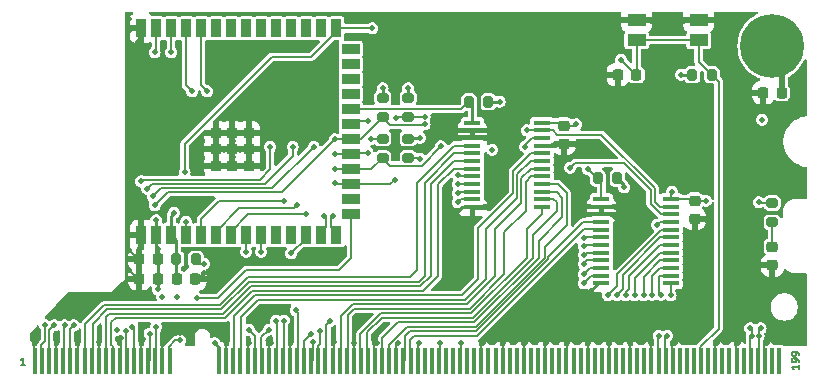
<source format=gbr>
%TF.GenerationSoftware,KiCad,Pcbnew,7.0.8*%
%TF.CreationDate,2024-03-21T14:52:22+01:00*%
%TF.ProjectId,so-dimm-esp32-cm,736f2d64-696d-46d2-9d65-737033322d63,REV.03*%
%TF.SameCoordinates,Original*%
%TF.FileFunction,Copper,L1,Top*%
%TF.FilePolarity,Positive*%
%FSLAX46Y46*%
G04 Gerber Fmt 4.6, Leading zero omitted, Abs format (unit mm)*
G04 Created by KiCad (PCBNEW 7.0.8) date 2024-03-21 14:52:22*
%MOMM*%
%LPD*%
G01*
G04 APERTURE LIST*
G04 Aperture macros list*
%AMRoundRect*
0 Rectangle with rounded corners*
0 $1 Rounding radius*
0 $2 $3 $4 $5 $6 $7 $8 $9 X,Y pos of 4 corners*
0 Add a 4 corners polygon primitive as box body*
4,1,4,$2,$3,$4,$5,$6,$7,$8,$9,$2,$3,0*
0 Add four circle primitives for the rounded corners*
1,1,$1+$1,$2,$3*
1,1,$1+$1,$4,$5*
1,1,$1+$1,$6,$7*
1,1,$1+$1,$8,$9*
0 Add four rect primitives between the rounded corners*
20,1,$1+$1,$2,$3,$4,$5,0*
20,1,$1+$1,$4,$5,$6,$7,0*
20,1,$1+$1,$6,$7,$8,$9,0*
20,1,$1+$1,$8,$9,$2,$3,0*%
G04 Aperture macros list end*
%ADD10C,0.150000*%
%TA.AperFunction,NonConductor*%
%ADD11C,0.150000*%
%TD*%
%TA.AperFunction,SMDPad,CuDef*%
%ADD12RoundRect,0.225000X-0.225000X-0.250000X0.225000X-0.250000X0.225000X0.250000X-0.225000X0.250000X0*%
%TD*%
%TA.AperFunction,SMDPad,CuDef*%
%ADD13RoundRect,0.200000X-0.200000X-0.275000X0.200000X-0.275000X0.200000X0.275000X-0.200000X0.275000X0*%
%TD*%
%TA.AperFunction,SMDPad,CuDef*%
%ADD14RoundRect,0.218750X0.256250X-0.218750X0.256250X0.218750X-0.256250X0.218750X-0.256250X-0.218750X0*%
%TD*%
%TA.AperFunction,SMDPad,CuDef*%
%ADD15RoundRect,0.200000X0.275000X-0.200000X0.275000X0.200000X-0.275000X0.200000X-0.275000X-0.200000X0*%
%TD*%
%TA.AperFunction,SMDPad,CuDef*%
%ADD16R,1.550000X1.000000*%
%TD*%
%TA.AperFunction,SMDPad,CuDef*%
%ADD17R,0.450000X2.300000*%
%TD*%
%TA.AperFunction,SMDPad,CuDef*%
%ADD18RoundRect,0.225000X0.225000X0.250000X-0.225000X0.250000X-0.225000X-0.250000X0.225000X-0.250000X0*%
%TD*%
%TA.AperFunction,SMDPad,CuDef*%
%ADD19R,1.475000X0.450000*%
%TD*%
%TA.AperFunction,SMDPad,CuDef*%
%ADD20RoundRect,0.200000X0.200000X0.275000X-0.200000X0.275000X-0.200000X-0.275000X0.200000X-0.275000X0*%
%TD*%
%TA.AperFunction,SMDPad,CuDef*%
%ADD21RoundRect,0.225000X-0.250000X0.225000X-0.250000X-0.225000X0.250000X-0.225000X0.250000X0.225000X0*%
%TD*%
%TA.AperFunction,ComponentPad*%
%ADD22C,0.800000*%
%TD*%
%TA.AperFunction,ComponentPad*%
%ADD23C,5.400000*%
%TD*%
%TA.AperFunction,SMDPad,CuDef*%
%ADD24R,0.900000X1.500000*%
%TD*%
%TA.AperFunction,SMDPad,CuDef*%
%ADD25R,1.500000X0.900000*%
%TD*%
%TA.AperFunction,SMDPad,CuDef*%
%ADD26R,0.900000X0.900000*%
%TD*%
%TA.AperFunction,ViaPad*%
%ADD27C,0.500000*%
%TD*%
%TA.AperFunction,ViaPad*%
%ADD28C,0.800000*%
%TD*%
%TA.AperFunction,Conductor*%
%ADD29C,0.200000*%
%TD*%
%TA.AperFunction,Conductor*%
%ADD30C,0.250000*%
%TD*%
%TA.AperFunction,Conductor*%
%ADD31C,0.500000*%
%TD*%
%TA.AperFunction,Conductor*%
%ADD32C,0.160000*%
%TD*%
G04 APERTURE END LIST*
D10*
D11*
X182163771Y-107013173D02*
X182163771Y-107356030D01*
X182163771Y-107184601D02*
X181563771Y-107184601D01*
X181563771Y-107184601D02*
X181649485Y-107241744D01*
X181649485Y-107241744D02*
X181706628Y-107298887D01*
X181706628Y-107298887D02*
X181735200Y-107356030D01*
X182163771Y-106727458D02*
X182163771Y-106613172D01*
X182163771Y-106613172D02*
X182135200Y-106556029D01*
X182135200Y-106556029D02*
X182106628Y-106527458D01*
X182106628Y-106527458D02*
X182020914Y-106470315D01*
X182020914Y-106470315D02*
X181906628Y-106441744D01*
X181906628Y-106441744D02*
X181678057Y-106441744D01*
X181678057Y-106441744D02*
X181620914Y-106470315D01*
X181620914Y-106470315D02*
X181592342Y-106498887D01*
X181592342Y-106498887D02*
X181563771Y-106556029D01*
X181563771Y-106556029D02*
X181563771Y-106670315D01*
X181563771Y-106670315D02*
X181592342Y-106727458D01*
X181592342Y-106727458D02*
X181620914Y-106756029D01*
X181620914Y-106756029D02*
X181678057Y-106784601D01*
X181678057Y-106784601D02*
X181820914Y-106784601D01*
X181820914Y-106784601D02*
X181878057Y-106756029D01*
X181878057Y-106756029D02*
X181906628Y-106727458D01*
X181906628Y-106727458D02*
X181935200Y-106670315D01*
X181935200Y-106670315D02*
X181935200Y-106556029D01*
X181935200Y-106556029D02*
X181906628Y-106498887D01*
X181906628Y-106498887D02*
X181878057Y-106470315D01*
X181878057Y-106470315D02*
X181820914Y-106441744D01*
X182163771Y-106156029D02*
X182163771Y-106041743D01*
X182163771Y-106041743D02*
X182135200Y-105984600D01*
X182135200Y-105984600D02*
X182106628Y-105956029D01*
X182106628Y-105956029D02*
X182020914Y-105898886D01*
X182020914Y-105898886D02*
X181906628Y-105870315D01*
X181906628Y-105870315D02*
X181678057Y-105870315D01*
X181678057Y-105870315D02*
X181620914Y-105898886D01*
X181620914Y-105898886D02*
X181592342Y-105927458D01*
X181592342Y-105927458D02*
X181563771Y-105984600D01*
X181563771Y-105984600D02*
X181563771Y-106098886D01*
X181563771Y-106098886D02*
X181592342Y-106156029D01*
X181592342Y-106156029D02*
X181620914Y-106184600D01*
X181620914Y-106184600D02*
X181678057Y-106213172D01*
X181678057Y-106213172D02*
X181820914Y-106213172D01*
X181820914Y-106213172D02*
X181878057Y-106184600D01*
X181878057Y-106184600D02*
X181906628Y-106156029D01*
X181906628Y-106156029D02*
X181935200Y-106098886D01*
X181935200Y-106098886D02*
X181935200Y-105984600D01*
X181935200Y-105984600D02*
X181906628Y-105927458D01*
X181906628Y-105927458D02*
X181878057Y-105898886D01*
X181878057Y-105898886D02*
X181820914Y-105870315D01*
D10*
D11*
X116633826Y-106979771D02*
X116290969Y-106979771D01*
X116462398Y-106979771D02*
X116462398Y-106379771D01*
X116462398Y-106379771D02*
X116405255Y-106465485D01*
X116405255Y-106465485D02*
X116348112Y-106522628D01*
X116348112Y-106522628D02*
X116290969Y-106551200D01*
D12*
%TO.P,C5,1*%
%TO.N,/ESP32-CM/ESP_EN{slash}CM_RUN*%
X129527000Y-99695000D03*
%TO.P,C5,2*%
%TO.N,GND*%
X131077000Y-99695000D03*
%TD*%
D13*
%TO.P,R4,1*%
%TO.N,/~{E1_INT}*%
X154242000Y-84709000D03*
%TO.P,R4,2*%
%TO.N,+3V3*%
X155892000Y-84709000D03*
%TD*%
D14*
%TO.P,D1,1,K*%
%TO.N,GND*%
X179933600Y-98571450D03*
%TO.P,D1,2,A*%
%TO.N,Net-(D1-A)*%
X179933600Y-96996450D03*
%TD*%
D15*
%TO.P,R8,1*%
%TO.N,/SCL1*%
X146939000Y-86042000D03*
%TO.P,R8,2*%
%TO.N,+3V3*%
X146939000Y-84392000D03*
%TD*%
%TO.P,R6,1*%
%TO.N,/SDA1*%
X149098000Y-86042000D03*
%TO.P,R6,2*%
%TO.N,+3V3*%
X149098000Y-84392000D03*
%TD*%
D16*
%TO.P,S1,1,NO*%
%TO.N,/ESP32-CM/ESP_EN{slash}CM_RUN*%
X168444000Y-79463000D03*
%TO.P,S1,2,COM*%
%TO.N,GND*%
X168444000Y-77763000D03*
%TO.P,S1,3,NO*%
%TO.N,/ESP32-CM/ESP_EN{slash}CM_RUN*%
X173694000Y-79463000D03*
%TO.P,S1,4,COM*%
%TO.N,GND*%
X173694000Y-77763000D03*
%TD*%
D15*
%TO.P,R7,1*%
%TO.N,Net-(D1-A)*%
X179933600Y-94925950D03*
%TO.P,R7,2*%
%TO.N,+3V3*%
X179933600Y-93275950D03*
%TD*%
D17*
%TO.P,J1,1,1*%
%TO.N,GND*%
X117500000Y-106680000D03*
%TO.P,J1,3,3*%
%TO.N,/SDA0*%
X118100000Y-106680000D03*
%TO.P,J1,5,5*%
%TO.N,/SCL0*%
X118700000Y-106680000D03*
%TO.P,J1,7,7*%
%TO.N,GND*%
X119300000Y-106680000D03*
%TO.P,J1,9,9*%
%TO.N,/SDA1*%
X119900000Y-106680000D03*
%TO.P,J1,11,11*%
%TO.N,/SCL1*%
X120500000Y-106680000D03*
%TO.P,J1,13,13*%
%TO.N,GND*%
X121100000Y-106680000D03*
%TO.P,J1,15,15*%
%TO.N,E1_IO0_0*%
X121700000Y-106680000D03*
%TO.P,J1,17,17*%
%TO.N,E1_IO0_1*%
X122300000Y-106680000D03*
%TO.P,J1,19,19*%
%TO.N,GND*%
X122900000Y-106680000D03*
%TO.P,J1,21,21*%
%TO.N,E1_IO0_2*%
X123500000Y-106680000D03*
%TO.P,J1,23,23*%
%TO.N,E1_IO0_3*%
X124100000Y-106680000D03*
%TO.P,J1,25,25*%
%TO.N,GND*%
X124700000Y-106680000D03*
%TO.P,J1,27,27*%
%TO.N,/ESP32-CM/V0SPI_CS*%
X125300000Y-106680000D03*
%TO.P,J1,29,29*%
%TO.N,/ESP32-CM/V0SPI_MISO*%
X125900000Y-106680000D03*
%TO.P,J1,31,31*%
%TO.N,GND*%
X126500000Y-106680000D03*
%TO.P,J1,33,33*%
%TO.N,/ESP32-CM/V0SPI_MOSI*%
X127100000Y-106680000D03*
%TO.P,J1,35,35*%
%TO.N,/ESP32-CM/V0SPI_CLK*%
X127700000Y-106680000D03*
%TO.P,J1,37,37*%
%TO.N,GND*%
X128300000Y-106680000D03*
%TO.P,J1,39,39*%
%TO.N,+3V3*%
X128900000Y-106680000D03*
%TO.P,J1,41,41*%
X133100000Y-106680000D03*
%TO.P,J1,43,43*%
%TO.N,GND*%
X133700000Y-106680000D03*
%TO.P,J1,45,45*%
%TO.N,E1_IO1_7*%
X134300000Y-106680000D03*
%TO.P,J1,47,47*%
%TO.N,E1_IO1_6*%
X134900000Y-106680000D03*
%TO.P,J1,49,49*%
%TO.N,GND*%
X135500000Y-106680000D03*
%TO.P,J1,51,51*%
%TO.N,/ESP32-CM/TXD0*%
X136100000Y-106680000D03*
%TO.P,J1,53,53*%
%TO.N,/ESP32-CM/RXD0*%
X136700000Y-106680000D03*
%TO.P,J1,55,55*%
%TO.N,GND*%
X137300000Y-106680000D03*
%TO.P,J1,57,57*%
%TO.N,/ESP32-CM/GPIO15{slash}RTS*%
X137900000Y-106680000D03*
%TO.P,J1,59,59*%
%TO.N,/ESP32-CM/GPIO16{slash}CTS*%
X138500000Y-106680000D03*
%TO.P,J1,61,61*%
%TO.N,GND*%
X139100000Y-106680000D03*
%TO.P,J1,63,63*%
%TO.N,/ESP32-CM/V1SPI_CS*%
X139700000Y-106680000D03*
%TO.P,J1,65,65*%
%TO.N,/ESP32-CM/V1SPI_MISO*%
X140300000Y-106680000D03*
%TO.P,J1,67,67*%
%TO.N,GND*%
X140900000Y-106680000D03*
%TO.P,J1,69,69*%
%TO.N,/ESP32-CM/V1SPI_MOSI*%
X141500000Y-106680000D03*
%TO.P,J1,71,71*%
%TO.N,/ESP32-CM/V1SPI_CLK*%
X142100000Y-106680000D03*
%TO.P,J1,73,73*%
%TO.N,GND*%
X142700000Y-106680000D03*
%TO.P,J1,75,75*%
%TO.N,E1_IO1_5*%
X143300000Y-106680000D03*
%TO.P,J1,77,77*%
%TO.N,E1_IO1_4*%
X143900000Y-106680000D03*
%TO.P,J1,79,79*%
%TO.N,GND*%
X144500000Y-106680000D03*
%TO.P,J1,81,81*%
%TO.N,E1_IO1_0*%
X145100000Y-106680000D03*
%TO.P,J1,83,83*%
%TO.N,E1_IO1_1*%
X145700000Y-106680000D03*
%TO.P,J1,85,85*%
%TO.N,GND*%
X146300000Y-106680000D03*
%TO.P,J1,87,87*%
%TO.N,E1_IO1_2*%
X146900000Y-106680000D03*
%TO.P,J1,89,89*%
%TO.N,E1_IO1_3*%
X147500000Y-106680000D03*
%TO.P,J1,91,91*%
%TO.N,GND*%
X148100000Y-106680000D03*
%TO.P,J1,93,93*%
%TO.N,E2_IO0_0*%
X148700000Y-106680000D03*
%TO.P,J1,95,95*%
%TO.N,E2_IO0_1*%
X149300000Y-106680000D03*
%TO.P,J1,97,97*%
%TO.N,GND*%
X149900000Y-106680000D03*
%TO.P,J1,99,99*%
%TO.N,unconnected-(J1-Pad99)*%
X150500000Y-106680000D03*
%TO.P,J1,101,101*%
%TO.N,unconnected-(J1-Pad101)*%
X151100000Y-106680000D03*
%TO.P,J1,103,103*%
%TO.N,GND*%
X151700000Y-106680000D03*
%TO.P,J1,105,105*%
%TO.N,unconnected-(J1-Pad105)*%
X152300000Y-106680000D03*
%TO.P,J1,107,107*%
%TO.N,unconnected-(J1-Pad107)*%
X152900000Y-106680000D03*
%TO.P,J1,109,109*%
%TO.N,GND*%
X153500000Y-106680000D03*
%TO.P,J1,111,111*%
%TO.N,unconnected-(J1-Pad111)*%
X154100000Y-106680000D03*
%TO.P,J1,113,113*%
%TO.N,unconnected-(J1-Pad113)*%
X154700000Y-106680000D03*
%TO.P,J1,115,115*%
%TO.N,GND*%
X155300000Y-106680000D03*
%TO.P,J1,117,117*%
%TO.N,unconnected-(J1-Pad117)*%
X155900000Y-106680000D03*
%TO.P,J1,119,119*%
%TO.N,unconnected-(J1-Pad119)*%
X156500000Y-106680000D03*
%TO.P,J1,121,121*%
%TO.N,GND*%
X157100000Y-106680000D03*
%TO.P,J1,123,123*%
%TO.N,unconnected-(J1-Pad123)*%
X157700000Y-106680000D03*
%TO.P,J1,125,125*%
%TO.N,unconnected-(J1-Pad125)*%
X158300000Y-106680000D03*
%TO.P,J1,127,127*%
%TO.N,GND*%
X158900000Y-106680000D03*
%TO.P,J1,129,129*%
%TO.N,unconnected-(J1-Pad129)*%
X159500000Y-106680000D03*
%TO.P,J1,131,131*%
%TO.N,unconnected-(J1-Pad131)*%
X160100000Y-106680000D03*
%TO.P,J1,133,133*%
%TO.N,GND*%
X160700000Y-106680000D03*
%TO.P,J1,135,135*%
%TO.N,unconnected-(J1-Pad135)*%
X161300000Y-106680000D03*
%TO.P,J1,137,137*%
%TO.N,unconnected-(J1-Pad137)*%
X161900000Y-106680000D03*
%TO.P,J1,139,139*%
%TO.N,GND*%
X162500000Y-106680000D03*
%TO.P,J1,141,141*%
%TO.N,unconnected-(J1-Pad141)*%
X163100000Y-106680000D03*
%TO.P,J1,143,143*%
%TO.N,unconnected-(J1-Pad143)*%
X163700000Y-106680000D03*
%TO.P,J1,145,145*%
%TO.N,GND*%
X164300000Y-106680000D03*
%TO.P,J1,147,147*%
%TO.N,unconnected-(J1-Pad147)*%
X164900000Y-106680000D03*
%TO.P,J1,149,149*%
%TO.N,unconnected-(J1-Pad149)*%
X165500000Y-106680000D03*
%TO.P,J1,151,151*%
%TO.N,GND*%
X166100000Y-106680000D03*
%TO.P,J1,153,153*%
%TO.N,unconnected-(J1-Pad153)*%
X166700000Y-106680000D03*
%TO.P,J1,155,155*%
%TO.N,unconnected-(J1-Pad155)*%
X167300000Y-106680000D03*
%TO.P,J1,157,157*%
%TO.N,GND*%
X167900000Y-106680000D03*
%TO.P,J1,159,159*%
%TO.N,unconnected-(J1-Pad159)*%
X168500000Y-106680000D03*
%TO.P,J1,161,161*%
%TO.N,unconnected-(J1-Pad161)*%
X169100000Y-106680000D03*
%TO.P,J1,163,163*%
%TO.N,GND*%
X169700000Y-106680000D03*
%TO.P,J1,165,165*%
%TO.N,/ESP32-CM/USB_D+*%
X170300000Y-106680000D03*
%TO.P,J1,167,167*%
%TO.N,/ESP32-CM/USB_D-*%
X170900000Y-106680000D03*
%TO.P,J1,169,169*%
%TO.N,GND*%
X171500000Y-106680000D03*
%TO.P,J1,171,171*%
%TO.N,unconnected-(J1-Pad171)*%
X172100000Y-106680000D03*
%TO.P,J1,173,173*%
%TO.N,unconnected-(J1-Pad173)*%
X172700000Y-106680000D03*
%TO.P,J1,175,175*%
%TO.N,unconnected-(J1-Pad175)*%
X173300000Y-106680000D03*
%TO.P,J1,177,177*%
%TO.N,/ESP32-CM/ESP_EN{slash}CM_RUN*%
X173900000Y-106680000D03*
%TO.P,J1,179,179*%
%TO.N,unconnected-(J1-Pad179)*%
X174500000Y-106680000D03*
%TO.P,J1,181,181*%
%TO.N,GND*%
X175100000Y-106680000D03*
%TO.P,J1,183,183*%
%TO.N,unconnected-(J1-Pad183)*%
X175700000Y-106680000D03*
%TO.P,J1,185,185*%
%TO.N,unconnected-(J1-Pad185)*%
X176300000Y-106680000D03*
%TO.P,J1,187,187*%
%TO.N,GND*%
X176900000Y-106680000D03*
%TO.P,J1,189,189*%
%TO.N,unconnected-(J1-Pad189)*%
X177500000Y-106680000D03*
%TO.P,J1,191,191*%
%TO.N,+3V3*%
X178100000Y-106680000D03*
%TO.P,J1,193,193*%
X178700000Y-106680000D03*
%TO.P,J1,195,195*%
%TO.N,GND*%
X179300000Y-106680000D03*
%TO.P,J1,197,197*%
%TO.N,unconnected-(J1-Pad197)*%
X179900000Y-106680000D03*
%TO.P,J1,199,199*%
%TO.N,unconnected-(J1-Pad199)*%
X180500000Y-106680000D03*
%TD*%
D18*
%TO.P,C7,1*%
%TO.N,Net-(C7-Pad1)*%
X180734000Y-83947000D03*
%TO.P,C7,2*%
%TO.N,GND*%
X179184000Y-83947000D03*
%TD*%
D19*
%TO.P,IC1,1,~{INT}*%
%TO.N,/~{E1_INT}*%
X154542000Y-86468000D03*
%TO.P,IC1,2,A1*%
%TO.N,GND*%
X154542000Y-87118000D03*
%TO.P,IC1,3,~{RESET}*%
X154542000Y-87768000D03*
%TO.P,IC1,4,IO0_0*%
%TO.N,E1_IO0_0*%
X154542000Y-88418000D03*
%TO.P,IC1,5,IO0_1*%
%TO.N,E1_IO0_1*%
X154542000Y-89068000D03*
%TO.P,IC1,6,IO0_2*%
%TO.N,E1_IO0_2*%
X154542000Y-89718000D03*
%TO.P,IC1,7,IO0_3*%
%TO.N,E1_IO0_3*%
X154542000Y-90368000D03*
%TO.P,IC1,8,IO0_4*%
%TO.N,E1_IO0_4*%
X154542000Y-91018000D03*
%TO.P,IC1,9,IO0_5*%
%TO.N,E1_IO0_5*%
X154542000Y-91668000D03*
%TO.P,IC1,10,IO0_6*%
%TO.N,E1_IO0_6*%
X154542000Y-92318000D03*
%TO.P,IC1,11,IO0_7*%
%TO.N,E1_IO0_7*%
X154542000Y-92968000D03*
%TO.P,IC1,12,GND*%
%TO.N,GND*%
X154542000Y-93618000D03*
%TO.P,IC1,13,IO1_0*%
%TO.N,E1_IO1_0*%
X160418000Y-93618000D03*
%TO.P,IC1,14,IO1_1*%
%TO.N,E1_IO1_1*%
X160418000Y-92968000D03*
%TO.P,IC1,15,IO1_2*%
%TO.N,E1_IO1_2*%
X160418000Y-92318000D03*
%TO.P,IC1,16,IO1_3*%
%TO.N,E1_IO1_3*%
X160418000Y-91668000D03*
%TO.P,IC1,17,IO1_4*%
%TO.N,E1_IO1_4*%
X160418000Y-91018000D03*
%TO.P,IC1,18,IO1_5*%
%TO.N,E1_IO1_5*%
X160418000Y-90368000D03*
%TO.P,IC1,19,IO1_6*%
%TO.N,E1_IO1_6*%
X160418000Y-89718000D03*
%TO.P,IC1,20,IO1_7*%
%TO.N,E1_IO1_7*%
X160418000Y-89068000D03*
%TO.P,IC1,21,A0*%
%TO.N,GND*%
X160418000Y-88418000D03*
%TO.P,IC1,22,SCL*%
%TO.N,/SCL*%
X160418000Y-87768000D03*
%TO.P,IC1,23,SDA*%
%TO.N,/SDA*%
X160418000Y-87118000D03*
%TO.P,IC1,24,VCC*%
%TO.N,+3V3*%
X160418000Y-86468000D03*
%TD*%
D20*
%TO.P,R1,1*%
%TO.N,/ESP32-CM/ESP_EN{slash}CM_RUN*%
X174815000Y-82423000D03*
%TO.P,R1,2*%
%TO.N,+3V3*%
X173165000Y-82423000D03*
%TD*%
D15*
%TO.P,R2,1*%
%TO.N,/SDA0*%
X149098000Y-89471000D03*
%TO.P,R2,2*%
%TO.N,+3V3*%
X149098000Y-87821000D03*
%TD*%
D19*
%TO.P,IC2,1,~{INT}*%
%TO.N,/~{E2_INT}*%
X165464000Y-92945000D03*
%TO.P,IC2,2,A1*%
%TO.N,GND*%
X165464000Y-93595000D03*
%TO.P,IC2,3,~{RESET}*%
X165464000Y-94245000D03*
%TO.P,IC2,4,IO0_0*%
%TO.N,E2_IO0_0*%
X165464000Y-94895000D03*
%TO.P,IC2,5,IO0_1*%
%TO.N,E2_IO0_1*%
X165464000Y-95545000D03*
%TO.P,IC2,6,IO0_2*%
%TO.N,E2_IO0_2*%
X165464000Y-96195000D03*
%TO.P,IC2,7,IO0_3*%
%TO.N,E2_IO0_3*%
X165464000Y-96845000D03*
%TO.P,IC2,8,IO0_4*%
%TO.N,E2_IO0_4*%
X165464000Y-97495000D03*
%TO.P,IC2,9,IO0_5*%
%TO.N,E2_IO0_5*%
X165464000Y-98145000D03*
%TO.P,IC2,10,IO0_6*%
%TO.N,E2_IO0_6*%
X165464000Y-98795000D03*
%TO.P,IC2,11,IO0_7*%
%TO.N,E2_IO0_7*%
X165464000Y-99445000D03*
%TO.P,IC2,12,GND*%
%TO.N,GND*%
X165464000Y-100095000D03*
%TO.P,IC2,13,IO1_0*%
%TO.N,E2_IO1_0*%
X171340000Y-100095000D03*
%TO.P,IC2,14,IO1_1*%
%TO.N,E2_IO1_1*%
X171340000Y-99445000D03*
%TO.P,IC2,15,IO1_2*%
%TO.N,E2_IO1_2*%
X171340000Y-98795000D03*
%TO.P,IC2,16,IO1_3*%
%TO.N,E2_IO1_3*%
X171340000Y-98145000D03*
%TO.P,IC2,17,IO1_4*%
%TO.N,E2_IO1_4*%
X171340000Y-97495000D03*
%TO.P,IC2,18,IO1_5*%
%TO.N,E2_IO1_5*%
X171340000Y-96845000D03*
%TO.P,IC2,19,IO1_6*%
%TO.N,E2_IO1_6*%
X171340000Y-96195000D03*
%TO.P,IC2,20,IO1_7*%
%TO.N,E2_IO1_7*%
X171340000Y-95545000D03*
%TO.P,IC2,21,A0*%
%TO.N,+3V3*%
X171340000Y-94895000D03*
%TO.P,IC2,22,SCL*%
%TO.N,/SCL*%
X171340000Y-94245000D03*
%TO.P,IC2,23,SDA*%
%TO.N,/SDA*%
X171340000Y-93595000D03*
%TO.P,IC2,24,VCC*%
%TO.N,+3V3*%
X171340000Y-92945000D03*
%TD*%
D13*
%TO.P,R5,1*%
%TO.N,/~{E2_INT}*%
X165164000Y-91186000D03*
%TO.P,R5,2*%
%TO.N,+3V3*%
X166814000Y-91186000D03*
%TD*%
D18*
%TO.P,C6,1*%
%TO.N,+3V3*%
X127902000Y-98044000D03*
%TO.P,C6,2*%
%TO.N,GND*%
X126352000Y-98044000D03*
%TD*%
D15*
%TO.P,R3,1*%
%TO.N,/SCL0*%
X146939000Y-89471000D03*
%TO.P,R3,2*%
%TO.N,+3V3*%
X146939000Y-87821000D03*
%TD*%
D18*
%TO.P,C1,1*%
%TO.N,/ESP32-CM/ESP_EN{slash}CM_RUN*%
X168415000Y-82423000D03*
%TO.P,C1,2*%
%TO.N,GND*%
X166865000Y-82423000D03*
%TD*%
D21*
%TO.P,C2,1*%
%TO.N,+3V3*%
X173355000Y-93078000D03*
%TO.P,C2,2*%
%TO.N,GND*%
X173355000Y-94628000D03*
%TD*%
D22*
%TO.P,H1,1,1*%
%TO.N,Net-(C7-Pad1)*%
X177899109Y-79975109D03*
X178492218Y-78543218D03*
X178492218Y-81407000D03*
X179924109Y-77950109D03*
D23*
X179924109Y-79975109D03*
D22*
X179924109Y-82000109D03*
X181356000Y-78543218D03*
X181356000Y-81407000D03*
X181949109Y-79975109D03*
%TD*%
D18*
%TO.P,C4,1*%
%TO.N,+3V3*%
X127902000Y-99695000D03*
%TO.P,C4,2*%
%TO.N,GND*%
X126352000Y-99695000D03*
%TD*%
D13*
%TO.P,R9,1*%
%TO.N,/ESP32-CM/ESP_EN{slash}CM_RUN*%
X129477000Y-98044000D03*
%TO.P,R9,2*%
%TO.N,+3V3*%
X131127000Y-98044000D03*
%TD*%
D21*
%TO.P,C3,1*%
%TO.N,+3V3*%
X162306000Y-86728000D03*
%TO.P,C3,2*%
%TO.N,GND*%
X162306000Y-88278000D03*
%TD*%
D24*
%TO.P,U2,1,GND*%
%TO.N,GND*%
X126492000Y-95986000D03*
%TO.P,U2,2,3V3*%
%TO.N,+3V3*%
X127762000Y-95986000D03*
%TO.P,U2,3,EN*%
%TO.N,/ESP32-CM/ESP_EN{slash}CM_RUN*%
X129032000Y-95986000D03*
%TO.P,U2,4,GPIO4/TOUCH4/ADC1_CH3*%
%TO.N,/ESP32-CM/V0SPI_CS*%
X130302000Y-95986000D03*
%TO.P,U2,5,GPIO5/TOUCH5/ADC1_CH4*%
%TO.N,/ESP32-CM/V1SPI_MISO*%
X131572000Y-95986000D03*
%TO.P,U2,6,GPIO6/TOUCH6/ADC1_CH5*%
%TO.N,/ESP32-CM/V1SPI_MOSI*%
X132842000Y-95986000D03*
%TO.P,U2,7,GPIO7/TOUCH7/ADC1_CH6*%
%TO.N,/ESP32-CM/V1SPI_CLK*%
X134112000Y-95986000D03*
%TO.P,U2,8,GPIO15/U0RTS/ADC2_CH4/XTAL_32K_P*%
%TO.N,/ESP32-CM/GPIO15{slash}RTS*%
X135382000Y-95986000D03*
%TO.P,U2,9,GPIO16/U0CTS/ADC2_CH5/XTAL_32K_N*%
%TO.N,/ESP32-CM/GPIO16{slash}CTS*%
X136652000Y-95986000D03*
%TO.P,U2,10,GPIO17/U1TXD/ADC2_CH6/DAC_1*%
%TO.N,unconnected-(U2-GPIO17{slash}U1TXD{slash}ADC2_CH6{slash}DAC_1-Pad10)*%
X137922000Y-95986000D03*
%TO.P,U2,11,GPIO18/U1RXD/ADC2_CH7/DAC_2/CLK_OUT3*%
%TO.N,unconnected-(U2-GPIO18{slash}U1RXD{slash}ADC2_CH7{slash}DAC_2{slash}CLK_OUT3-Pad11)*%
X139192000Y-95986000D03*
%TO.P,U2,12,GPIO8/TOUCH8/ADC1_CH7*%
%TO.N,/ESP32-CM/V1SPI_CS*%
X140462000Y-95986000D03*
%TO.P,U2,13,GPIO19/U1RTS/ADC2_CH8/CLK_OUT2/USB_D-*%
%TO.N,/ESP32-CM/USB_D-*%
X141732000Y-95986000D03*
%TO.P,U2,14,GPIO20/U1CTS/ADC2_CH9/CLK_OUT1/USB_D+*%
%TO.N,/ESP32-CM/USB_D+*%
X143002000Y-95986000D03*
D25*
%TO.P,U2,15,GPIO3/TOUCH3/ADC1_CH2*%
%TO.N,/ESP32-CM/V0SPI_MOSI*%
X144252000Y-94221000D03*
%TO.P,U2,16,GPIO46*%
%TO.N,unconnected-(U2-GPIO46-Pad16)*%
X144252000Y-92951000D03*
%TO.P,U2,17,GPIO9/TOUCH9/ADC1_CH8/FSPIHD*%
%TO.N,/SDA0*%
X144252000Y-91681000D03*
%TO.P,U2,18,GPIO10/TOUCH10/ADC1_CH9/FSPICS0/FSPIIO4*%
%TO.N,/SCL0*%
X144252000Y-90411000D03*
%TO.P,U2,19,GPIO11/TOUCH11/ADC2_CH0/FSPID/FSPIIO5*%
%TO.N,/SDA1*%
X144252000Y-89141000D03*
%TO.P,U2,20,GPIO12/TOUCH12/ADC2_CH1/FSPICLK/FSPIIO6*%
%TO.N,/SCL1*%
X144252000Y-87871000D03*
%TO.P,U2,21,GPIO13/TOUCH13/ADC2_CH2/FSPIQ/FSPIIO7*%
%TO.N,/~{E2_INT}*%
X144252000Y-86601000D03*
%TO.P,U2,22,GPIO14/TOUCH14/ADC2_CH3/FSPIWP/FSPIDQS*%
%TO.N,/~{E1_INT}*%
X144252000Y-85331000D03*
%TO.P,U2,23,GPIO21*%
%TO.N,unconnected-(U2-GPIO21-Pad23)*%
X144252000Y-84061000D03*
%TO.P,U2,24,SPIIO4/GPIO33/FSPIHD*%
%TO.N,unconnected-(U2-SPIIO4{slash}GPIO33{slash}FSPIHD-Pad24)*%
X144252000Y-82791000D03*
%TO.P,U2,25,SPIIO5/GPIO34/FSPICS0*%
%TO.N,unconnected-(U2-SPIIO5{slash}GPIO34{slash}FSPICS0-Pad25)*%
X144252000Y-81521000D03*
%TO.P,U2,26,GPIO45*%
%TO.N,unconnected-(U2-GPIO45-Pad26)*%
X144252000Y-80251000D03*
D24*
%TO.P,U2,27,GPIO0*%
%TO.N,/ESP32-CM/IO0*%
X143002000Y-78486000D03*
%TO.P,U2,28,SPIIO6/GPIO35/FSPID*%
%TO.N,unconnected-(U2-SPIIO6{slash}GPIO35{slash}FSPID-Pad28)*%
X141732000Y-78486000D03*
%TO.P,U2,29,SPIIO7/GPIO36/FSPICLK*%
%TO.N,unconnected-(U2-SPIIO7{slash}GPIO36{slash}FSPICLK-Pad29)*%
X140462000Y-78486000D03*
%TO.P,U2,30,SPIDQS/GPIO37/FSPIQ*%
%TO.N,unconnected-(U2-SPIDQS{slash}GPIO37{slash}FSPIQ-Pad30)*%
X139192000Y-78486000D03*
%TO.P,U2,31,GPIO38/FSPIWP*%
%TO.N,unconnected-(U2-GPIO38{slash}FSPIWP-Pad31)*%
X137922000Y-78486000D03*
%TO.P,U2,32,MTCK/GPIO39/CLK_OUT3*%
%TO.N,unconnected-(U2-MTCK{slash}GPIO39{slash}CLK_OUT3-Pad32)*%
X136652000Y-78486000D03*
%TO.P,U2,33,MTDO/GPIO40/CLK_OUT2*%
%TO.N,unconnected-(U2-MTDO{slash}GPIO40{slash}CLK_OUT2-Pad33)*%
X135382000Y-78486000D03*
%TO.P,U2,34,MTDI/GPIO41/CLK_OUT1*%
%TO.N,unconnected-(U2-MTDI{slash}GPIO41{slash}CLK_OUT1-Pad34)*%
X134112000Y-78486000D03*
%TO.P,U2,35,MTMS/GPIO42*%
%TO.N,unconnected-(U2-MTMS{slash}GPIO42-Pad35)*%
X132842000Y-78486000D03*
%TO.P,U2,36,U0RXD/GPIO44/CLK_OUT2*%
%TO.N,/ESP32-CM/RXD0*%
X131572000Y-78486000D03*
%TO.P,U2,37,U0TXD/GPIO43/CLK_OUT1*%
%TO.N,/ESP32-CM/TXD0*%
X130302000Y-78486000D03*
%TO.P,U2,38,GPIO2/TOUCH2/ADC1_CH1*%
%TO.N,/ESP32-CM/V0SPI_CLK*%
X129032000Y-78486000D03*
%TO.P,U2,39,GPIO1/TOUCH1/ADC1_CH0*%
%TO.N,/ESP32-CM/V0SPI_MISO*%
X127762000Y-78486000D03*
%TO.P,U2,40,GND*%
%TO.N,GND*%
X126492000Y-78486000D03*
D26*
%TO.P,U2,41,GND*%
X132812000Y-90136000D03*
X134212000Y-90136000D03*
X135612000Y-90136000D03*
X132812000Y-88736000D03*
X134212000Y-88736000D03*
X135612000Y-88736000D03*
X132812000Y-87336000D03*
X134212000Y-87336000D03*
X135612000Y-87336000D03*
%TD*%
D27*
%TO.N,+3V3*%
X150114000Y-87757000D03*
X127762000Y-94742000D03*
X178943000Y-103886000D03*
X131826000Y-98425000D03*
X178181000Y-104521000D03*
X172212000Y-82423000D03*
X178054000Y-103886000D03*
X145923000Y-87884000D03*
X163322000Y-86614000D03*
X129794000Y-104916503D03*
X132715000Y-105156000D03*
X167386000Y-91948000D03*
X149098000Y-83566000D03*
X178790600Y-93211950D03*
X170180000Y-95123000D03*
X156845000Y-84709000D03*
X174315500Y-93091000D03*
X127889000Y-100584000D03*
X171450000Y-92329000D03*
X127889000Y-97155000D03*
X146939000Y-83566000D03*
X179070000Y-86233000D03*
X178775346Y-104521000D03*
%TO.N,GND*%
X157480000Y-80010000D03*
X125476000Y-97282000D03*
X180340000Y-86360000D03*
X149860000Y-80010000D03*
X142803817Y-105059417D03*
X169675306Y-105130499D03*
D28*
X179933600Y-99815950D03*
D27*
X173990000Y-101600000D03*
X132842000Y-88011000D03*
X125476000Y-79756000D03*
X122936000Y-105029000D03*
X151130000Y-87757000D03*
X179451000Y-105156000D03*
X125476000Y-92964000D03*
X168910000Y-85090000D03*
X133477000Y-88773000D03*
X180340000Y-91440000D03*
X134239000Y-88011000D03*
X125476000Y-89916000D03*
X144528978Y-105134162D03*
X177038000Y-105156000D03*
X158750000Y-83820000D03*
X166624000Y-93599000D03*
X125476000Y-78740000D03*
X142240000Y-82550000D03*
X176530000Y-97790000D03*
X169672000Y-77851000D03*
X160020000Y-80010000D03*
X121158000Y-105029000D03*
X177800000Y-93980000D03*
X125476000Y-80772000D03*
X125476000Y-93980000D03*
X129794000Y-104267000D03*
X157480000Y-82550000D03*
X175260000Y-78740000D03*
X165862000Y-82423000D03*
X177800000Y-83820000D03*
X158750000Y-78740000D03*
X177800000Y-101600000D03*
X135636000Y-105156000D03*
X153546465Y-105136942D03*
X141020800Y-105054400D03*
X154178000Y-96266000D03*
X152400000Y-80010000D03*
X125476000Y-83820000D03*
X174315500Y-94742000D03*
X163830000Y-78740000D03*
X154940000Y-77470000D03*
X152400000Y-77470000D03*
X154178000Y-94996000D03*
X152908000Y-94996000D03*
X146431000Y-105156000D03*
X176530000Y-90170000D03*
X161290000Y-83820000D03*
X139192000Y-105054400D03*
X176530000Y-92710000D03*
X135636000Y-89408000D03*
X125476000Y-82804000D03*
X164341361Y-105136049D03*
X165100000Y-80010000D03*
X135636000Y-88011000D03*
X151130000Y-78740000D03*
X125476000Y-91948000D03*
X181610000Y-90170000D03*
X125476000Y-77724000D03*
X133477000Y-87376000D03*
X154940000Y-82550000D03*
X126627925Y-104837475D03*
X153162000Y-99060000D03*
X176530000Y-95250000D03*
X153670000Y-78740000D03*
X125476000Y-84836000D03*
X134874000Y-88773000D03*
X157102040Y-105131415D03*
X160020000Y-82550000D03*
X133604308Y-105003600D03*
X176530000Y-82550000D03*
X134874000Y-90170000D03*
X125476000Y-94996000D03*
X165100000Y-77470000D03*
X157480000Y-77470000D03*
X148263233Y-105144884D03*
X137464800Y-105105200D03*
X148590000Y-78740000D03*
X163322000Y-88392000D03*
X160784887Y-105145909D03*
X125476000Y-98933000D03*
X149860000Y-77470000D03*
X131826000Y-99187000D03*
X154940000Y-80010000D03*
X172466000Y-77851000D03*
X155450000Y-105100000D03*
X149989608Y-105147291D03*
X151511000Y-87122000D03*
X152400000Y-98298000D03*
X163830000Y-83820000D03*
X162563538Y-105140433D03*
X119380000Y-105029000D03*
X125476000Y-86868000D03*
X171704000Y-105156000D03*
X125476000Y-96012000D03*
X166118535Y-105132878D03*
X176530000Y-102870000D03*
X162560000Y-77470000D03*
X171450000Y-85090000D03*
X173990000Y-96520000D03*
X180340000Y-88900000D03*
X152400000Y-82550000D03*
X175260000Y-105156000D03*
X165100000Y-82550000D03*
X177800000Y-91440000D03*
X162560000Y-80010000D03*
X139700000Y-82550000D03*
X117602000Y-105029000D03*
X181610000Y-85090000D03*
X125476000Y-81788000D03*
X137160000Y-82550000D03*
X162560000Y-82550000D03*
X125476000Y-90932000D03*
X173990000Y-85090000D03*
X153289000Y-93980000D03*
X160020000Y-77470000D03*
X156210000Y-78740000D03*
X161290000Y-78740000D03*
X168910000Y-87630000D03*
X125476000Y-87884000D03*
X176530000Y-77470000D03*
X149860000Y-82550000D03*
X134874000Y-87376000D03*
X167907617Y-105127499D03*
X125476000Y-88900000D03*
X151130000Y-83820000D03*
X147320000Y-77470000D03*
X176149000Y-85090000D03*
X132842000Y-89408000D03*
X164592000Y-100711000D03*
X176530000Y-100330000D03*
X126238000Y-79629000D03*
X175260000Y-81280000D03*
X133477000Y-90170000D03*
X173990000Y-99060000D03*
X151768468Y-105141586D03*
X179070000Y-87630000D03*
X124750500Y-104698800D03*
X166370000Y-85090000D03*
X177800000Y-96520000D03*
X125476000Y-85852000D03*
X167640000Y-86360000D03*
X179070000Y-90170000D03*
X177800000Y-99060000D03*
X134239000Y-89408000D03*
X166624000Y-94488000D03*
X159004000Y-105127499D03*
%TO.N,/SCL*%
X159004000Y-88519000D03*
X162814000Y-90297000D03*
%TO.N,/SDA*%
X159131000Y-87122000D03*
%TO.N,/~{E2_INT}*%
X164338000Y-90424000D03*
X145669000Y-86360000D03*
%TO.N,E2_IO0_2*%
X163957161Y-96251538D03*
%TO.N,E2_IO0_3*%
X163949923Y-96901000D03*
%TO.N,E2_IO0_4*%
X163957000Y-97663000D03*
%TO.N,E2_IO0_5*%
X163957000Y-98425000D03*
%TO.N,E2_IO0_6*%
X163957000Y-99314000D03*
%TO.N,E2_IO0_7*%
X163957000Y-100076000D03*
%TO.N,E2_IO1_0*%
X171323000Y-101092000D03*
%TO.N,E2_IO1_1*%
X170508188Y-101038056D03*
%TO.N,E2_IO1_2*%
X169773422Y-101066422D03*
%TO.N,E2_IO1_3*%
X169037000Y-101092000D03*
%TO.N,E2_IO1_4*%
X168275000Y-101092000D03*
%TO.N,E2_IO1_5*%
X167511269Y-101092000D03*
%TO.N,E2_IO1_6*%
X166782447Y-101079066D03*
%TO.N,E2_IO1_7*%
X165989000Y-101090812D03*
%TO.N,/SDA0*%
X118364000Y-103632000D03*
X147955000Y-91313000D03*
X150114000Y-89535000D03*
X142875000Y-91567000D03*
X126492000Y-91440000D03*
X137414000Y-88519000D03*
%TO.N,/ESP32-CM/ESP_EN{slash}CM_RUN*%
X167132000Y-81153000D03*
X129286000Y-94107000D03*
%TO.N,/ESP32-CM/RXD0*%
X137287000Y-104013000D03*
X132080000Y-83820000D03*
%TO.N,/ESP32-CM/TXD0*%
X130810000Y-83820000D03*
X135636000Y-104013000D03*
%TO.N,E1_IO0_4*%
X153289000Y-90932000D03*
%TO.N,E1_IO0_5*%
X153289000Y-91694000D03*
%TO.N,E1_IO0_6*%
X153289000Y-92456000D03*
%TO.N,E1_IO0_7*%
X153289000Y-93218000D03*
%TO.N,/SCL0*%
X142875000Y-90424000D03*
X127000000Y-92075000D03*
X151864200Y-88491200D03*
X119126000Y-103632000D03*
X139319000Y-88519000D03*
%TO.N,/ESP32-CM/IO0*%
X124460000Y-104013000D03*
X130175000Y-90678000D03*
X146050000Y-78486000D03*
%TO.N,/ESP32-CM/USB_D-*%
X141987000Y-94361000D03*
X171050346Y-104521000D03*
%TO.N,/ESP32-CM/USB_D+*%
X142737000Y-94361000D03*
X170300346Y-104521000D03*
%TO.N,/ESP32-CM/V1SPI_CLK*%
X140462000Y-94234000D03*
X142494000Y-103251000D03*
%TO.N,/ESP32-CM/V1SPI_MOSI*%
X139700000Y-93472000D03*
X141605000Y-104140000D03*
%TO.N,/ESP32-CM/V1SPI_MISO*%
X138557000Y-93091000D03*
X140843000Y-104394000D03*
%TO.N,/ESP32-CM/V1SPI_CS*%
X139192000Y-97536000D03*
X139581500Y-102362000D03*
%TO.N,/ESP32-CM/V0SPI_CLK*%
X129540000Y-101219000D03*
X127762000Y-103759000D03*
X129032000Y-80518000D03*
%TO.N,/ESP32-CM/V0SPI_MOSI*%
X131191000Y-101346000D03*
X127203200Y-104343200D03*
%TO.N,/ESP32-CM/V0SPI_MISO*%
X128270000Y-101219000D03*
X127635000Y-80518000D03*
X125741602Y-103750298D03*
%TO.N,/ESP32-CM/V0SPI_CS*%
X125222000Y-104140000D03*
X130302000Y-94869000D03*
%TO.N,/ESP32-CM/GPIO15{slash}RTS*%
X135382000Y-97409000D03*
X137922000Y-103251000D03*
%TO.N,/ESP32-CM/GPIO16{slash}CTS*%
X136652000Y-97409000D03*
X138571444Y-103242260D03*
%TO.N,/SDA1*%
X120015000Y-103632000D03*
X141097000Y-88519000D03*
X142875000Y-89154000D03*
X127508000Y-92710000D03*
X150494521Y-85964498D03*
X145669000Y-89027000D03*
X148082000Y-86106000D03*
%TO.N,/SCL1*%
X120777000Y-103632000D03*
X127635000Y-93472000D03*
X156210000Y-88773000D03*
X142875000Y-87884000D03*
X150495000Y-86614000D03*
%TD*%
D29*
%TO.N,+3V3*%
X128850000Y-105465000D02*
X128850000Y-106680000D01*
D30*
X155892000Y-84709000D02*
X156845000Y-84709000D01*
X166814000Y-91186000D02*
X167386000Y-91758000D01*
X167386000Y-91758000D02*
X167386000Y-91948000D01*
X149098000Y-87821000D02*
X149162000Y-87757000D01*
X127902000Y-99695000D02*
X127902000Y-98044000D01*
X127757000Y-95999000D02*
X127757000Y-97899000D01*
X127902000Y-98044000D02*
X127902000Y-97168000D01*
D29*
X178650000Y-106680000D02*
X178775346Y-106554654D01*
X129794000Y-104916503D02*
X129398497Y-104916503D01*
X131127000Y-98044000D02*
X131508000Y-98425000D01*
X178050000Y-106680000D02*
X178050000Y-104652000D01*
X171340000Y-92945000D02*
X173222000Y-92945000D01*
X129398497Y-104916503D02*
X128850000Y-105465000D01*
X178050000Y-104652000D02*
X178181000Y-104521000D01*
X146939000Y-87821000D02*
X145986000Y-87821000D01*
X178775346Y-104521000D02*
X178775346Y-104053654D01*
X171340000Y-92945000D02*
X171340000Y-92439000D01*
D30*
X127902000Y-99695000D02*
X127902000Y-100571000D01*
X127757000Y-94747000D02*
X127762000Y-94742000D01*
X127757000Y-95999000D02*
X127757000Y-94747000D01*
X149098000Y-84392000D02*
X149098000Y-83566000D01*
D29*
X173355000Y-93078000D02*
X174302500Y-93078000D01*
X162306000Y-86728000D02*
X163208000Y-86728000D01*
X179933600Y-93275950D02*
X178854600Y-93275950D01*
X178054000Y-103886000D02*
X178181000Y-104013000D01*
D30*
X146939000Y-84392000D02*
X146939000Y-83566000D01*
D29*
X131508000Y-98425000D02*
X131826000Y-98425000D01*
X171340000Y-94895000D02*
X170408000Y-94895000D01*
X173222000Y-92945000D02*
X173355000Y-93078000D01*
X160418000Y-86468000D02*
X162046000Y-86468000D01*
D30*
X127902000Y-100571000D02*
X127889000Y-100584000D01*
D29*
X145986000Y-87821000D02*
X145923000Y-87884000D01*
D30*
X133100000Y-105541000D02*
X132715000Y-105156000D01*
D29*
X163208000Y-86728000D02*
X163322000Y-86614000D01*
D30*
X149162000Y-87757000D02*
X150114000Y-87757000D01*
X133100000Y-106680000D02*
X133100000Y-105541000D01*
D29*
X170408000Y-94895000D02*
X170180000Y-95123000D01*
X171340000Y-92439000D02*
X171450000Y-92329000D01*
X178775346Y-104053654D02*
X178943000Y-103886000D01*
D30*
X173165000Y-82423000D02*
X172212000Y-82423000D01*
D29*
X162046000Y-86468000D02*
X162306000Y-86728000D01*
X178181000Y-104013000D02*
X178181000Y-104521000D01*
D30*
X127902000Y-97168000D02*
X127889000Y-97155000D01*
X127757000Y-97899000D02*
X127902000Y-98044000D01*
D29*
X174302500Y-93078000D02*
X174315500Y-93091000D01*
X178775346Y-106554654D02*
X178775346Y-104521000D01*
%TO.N,GND*%
X162563538Y-106616462D02*
X162500000Y-106680000D01*
D30*
X126487000Y-95999000D02*
X125489000Y-95999000D01*
D29*
X133700000Y-105099292D02*
X133700000Y-106680000D01*
X142803817Y-106576183D02*
X142700000Y-106680000D01*
X124750500Y-104698800D02*
X124750500Y-106579500D01*
D30*
X135607000Y-90149000D02*
X132807000Y-90149000D01*
D29*
X179250000Y-106680000D02*
X179250000Y-105357000D01*
X157102040Y-105131415D02*
X157102040Y-106677960D01*
X122850000Y-106680000D02*
X122936000Y-106594000D01*
X129794000Y-104267000D02*
X129435347Y-104267000D01*
X172554000Y-77763000D02*
X172466000Y-77851000D01*
D31*
X177927000Y-83947000D02*
X177800000Y-83820000D01*
D32*
X154542000Y-87118000D02*
X151515000Y-87118000D01*
D29*
X171450000Y-105410000D02*
X171704000Y-105156000D01*
D30*
X135607000Y-87349000D02*
X135607000Y-90149000D01*
D29*
X119250000Y-105159000D02*
X119380000Y-105029000D01*
X171450000Y-106680000D02*
X171450000Y-105410000D01*
D32*
X154542000Y-87768000D02*
X151141000Y-87768000D01*
D29*
X165464000Y-94245000D02*
X166381000Y-94245000D01*
X166381000Y-94245000D02*
X166624000Y-94488000D01*
D30*
X154542000Y-93618000D02*
X153651000Y-93618000D01*
D29*
X126627925Y-104837475D02*
X126450000Y-105015400D01*
X174201500Y-94628000D02*
X174315500Y-94742000D01*
D30*
X126487000Y-79380000D02*
X126238000Y-79629000D01*
D29*
X169675306Y-105130499D02*
X169675306Y-106654694D01*
D30*
X153651000Y-93618000D02*
X153289000Y-93980000D01*
D29*
X153546465Y-106633535D02*
X153500000Y-106680000D01*
D32*
X151141000Y-87768000D02*
X151130000Y-87757000D01*
D29*
X117450000Y-106680000D02*
X117450000Y-105181000D01*
X165464000Y-93595000D02*
X166620000Y-93595000D01*
X173694000Y-77763000D02*
X172554000Y-77763000D01*
X126238000Y-98044000D02*
X125476000Y-97282000D01*
X153546465Y-105136942D02*
X153546465Y-106633535D01*
X164341361Y-105136049D02*
X164341361Y-106638639D01*
X135500000Y-106680000D02*
X135500000Y-105292000D01*
X162306000Y-88278000D02*
X163208000Y-88278000D01*
X128250000Y-105452347D02*
X128250000Y-106680000D01*
X137300000Y-105270000D02*
X137300000Y-106680000D01*
X119250000Y-106680000D02*
X119250000Y-105159000D01*
X173355000Y-94628000D02*
X174201500Y-94628000D01*
X144528978Y-105134162D02*
X144528978Y-106601022D01*
X139192000Y-105054400D02*
X139100000Y-105146400D01*
X135500000Y-105292000D02*
X135636000Y-105156000D01*
X163208000Y-88278000D02*
X163322000Y-88392000D01*
X176850000Y-106680000D02*
X176850000Y-105344000D01*
X122936000Y-106594000D02*
X122936000Y-105029000D01*
X144528978Y-106601022D02*
X144450000Y-106680000D01*
X166118535Y-105132878D02*
X166118535Y-106661465D01*
X176850000Y-105344000D02*
X177038000Y-105156000D01*
X179933600Y-98571450D02*
X179933600Y-99815950D01*
X142803817Y-105059417D02*
X142803817Y-106576183D01*
X126238000Y-99695000D02*
X125476000Y-98933000D01*
X149989608Y-105147291D02*
X149900000Y-105236899D01*
X160418000Y-88418000D02*
X162166000Y-88418000D01*
X149900000Y-105236899D02*
X149900000Y-106680000D01*
X139100000Y-105146400D02*
X139100000Y-106680000D01*
D30*
X132807000Y-88749000D02*
X135607000Y-88749000D01*
D29*
X133604308Y-105003600D02*
X133700000Y-105099292D01*
X126352000Y-98044000D02*
X126238000Y-98044000D01*
X160700000Y-105230796D02*
X160700000Y-106680000D01*
X158900000Y-105231499D02*
X159004000Y-105127499D01*
X146250000Y-105337000D02*
X146250000Y-106680000D01*
X160784887Y-105145909D02*
X160700000Y-105230796D01*
X129435347Y-104267000D02*
X128250000Y-105452347D01*
X168444000Y-77763000D02*
X169584000Y-77763000D01*
D30*
X126487000Y-78499000D02*
X126487000Y-79380000D01*
D29*
X124750500Y-106579500D02*
X124650000Y-106680000D01*
X121158000Y-106572000D02*
X121158000Y-105029000D01*
X167850000Y-106680000D02*
X167907617Y-106622383D01*
X131318000Y-99695000D02*
X131826000Y-99187000D01*
X146431000Y-105156000D02*
X146250000Y-105337000D01*
X151768468Y-106611532D02*
X151700000Y-106680000D01*
X167907617Y-106622383D02*
X167907617Y-105127499D01*
X164341361Y-106638639D02*
X164300000Y-106680000D01*
D30*
X125489000Y-95999000D02*
X125476000Y-96012000D01*
D29*
X141020800Y-105054400D02*
X141020800Y-106559200D01*
D30*
X132807000Y-87349000D02*
X135607000Y-87349000D01*
D29*
X169584000Y-77763000D02*
X169672000Y-77851000D01*
X175050000Y-105366000D02*
X175260000Y-105156000D01*
X137464800Y-105105200D02*
X137300000Y-105270000D01*
X126352000Y-99695000D02*
X126238000Y-99695000D01*
X169675306Y-106654694D02*
X169650000Y-106680000D01*
X131077000Y-99695000D02*
X131318000Y-99695000D01*
D32*
X151515000Y-87118000D02*
X151511000Y-87122000D01*
D29*
X117575346Y-106677001D02*
X117572347Y-106680000D01*
D30*
X132807000Y-90149000D02*
X132807000Y-87349000D01*
D29*
X179250000Y-105357000D02*
X179451000Y-105156000D01*
X166620000Y-93595000D02*
X166624000Y-93599000D01*
D30*
X165208000Y-100095000D02*
X164592000Y-100711000D01*
D29*
X175050000Y-106680000D02*
X175050000Y-105366000D01*
D31*
X179184000Y-83947000D02*
X177927000Y-83947000D01*
D30*
X165464000Y-100095000D02*
X165208000Y-100095000D01*
D29*
X155300000Y-105250000D02*
X155300000Y-106680000D01*
X121050000Y-106680000D02*
X121158000Y-106572000D01*
X148263233Y-105144884D02*
X148100000Y-105308117D01*
D30*
X134207000Y-87349000D02*
X134207000Y-90149000D01*
D29*
X141020800Y-106559200D02*
X140900000Y-106680000D01*
X162563538Y-105140433D02*
X162563538Y-106616462D01*
X148100000Y-105308117D02*
X148100000Y-106680000D01*
X151768468Y-105141586D02*
X151768468Y-106611532D01*
X166118535Y-106661465D02*
X166100000Y-106680000D01*
X157102040Y-106677960D02*
X157100000Y-106680000D01*
X158900000Y-106680000D02*
X158900000Y-105231499D01*
X162166000Y-88418000D02*
X162306000Y-88278000D01*
X166865000Y-82423000D02*
X165862000Y-82423000D01*
X126450000Y-105015400D02*
X126450000Y-106680000D01*
X117450000Y-105181000D02*
X117602000Y-105029000D01*
X155450000Y-105100000D02*
X155300000Y-105250000D01*
%TO.N,/~{E1_INT}*%
X144247000Y-85344000D02*
X153607000Y-85344000D01*
X153607000Y-85344000D02*
X154242000Y-84709000D01*
D30*
X154542000Y-85009000D02*
X154242000Y-84709000D01*
X154542000Y-86468000D02*
X154542000Y-85009000D01*
D29*
%TO.N,/SCL*%
X169629797Y-93346319D02*
X170528478Y-94245000D01*
X170528478Y-94245000D02*
X171340000Y-94245000D01*
X159004000Y-88370478D02*
X159606478Y-87768000D01*
X162814000Y-90297000D02*
X163195000Y-89916000D01*
X159606478Y-87768000D02*
X160418000Y-87768000D01*
X169629797Y-92159797D02*
X169629797Y-93346319D01*
X167386000Y-89916000D02*
X169629797Y-92159797D01*
X159004000Y-88519000D02*
X159004000Y-88370478D01*
X163195000Y-89916000D02*
X167386000Y-89916000D01*
%TO.N,/SDA*%
X170402500Y-93595000D02*
X169979308Y-93171808D01*
X159131000Y-87122000D02*
X160414000Y-87122000D01*
X160414000Y-87122000D02*
X160418000Y-87118000D01*
X161740500Y-87503000D02*
X161355500Y-87118000D01*
X169979308Y-92015024D02*
X165467284Y-87503000D01*
X161355500Y-87118000D02*
X160418000Y-87118000D01*
X165467284Y-87503000D02*
X161740500Y-87503000D01*
X169979308Y-93171808D02*
X169979308Y-92015024D01*
X171340000Y-93595000D02*
X170402500Y-93595000D01*
%TO.N,/~{E2_INT}*%
X165164000Y-91186000D02*
X165100000Y-91186000D01*
X165464000Y-91486000D02*
X165164000Y-91186000D01*
X145669000Y-86360000D02*
X144501000Y-86360000D01*
X144501000Y-86360000D02*
X144247000Y-86614000D01*
X165100000Y-91186000D02*
X164338000Y-90424000D01*
X165464000Y-92945000D02*
X165464000Y-91486000D01*
D32*
%TO.N,E2_IO0_0*%
X148793200Y-106536800D02*
X148650000Y-106680000D01*
X154869714Y-104140000D02*
X149225000Y-104140000D01*
X148793200Y-104571800D02*
X148793200Y-106536800D01*
X149225000Y-104140000D02*
X148793200Y-104571800D01*
X160964510Y-98045204D02*
X154869714Y-104140000D01*
X165464000Y-94895000D02*
X163931000Y-94895000D01*
X163931000Y-94895000D02*
X160964510Y-97861490D01*
X160964510Y-97861490D02*
X160964510Y-98045204D01*
%TO.N,E2_IO0_1*%
X149250000Y-106680000D02*
X149250000Y-104877000D01*
X154940000Y-104521000D02*
X163957000Y-95504000D01*
X149606000Y-104521000D02*
X154940000Y-104521000D01*
X165423000Y-95504000D02*
X165464000Y-95545000D01*
X163957000Y-95504000D02*
X165423000Y-95504000D01*
X149250000Y-104877000D02*
X149606000Y-104521000D01*
%TO.N,E2_IO0_2*%
X164013699Y-96195000D02*
X163957161Y-96251538D01*
X165464000Y-96195000D02*
X164013699Y-96195000D01*
%TO.N,E2_IO0_3*%
X164005923Y-96845000D02*
X163949923Y-96901000D01*
X165464000Y-96845000D02*
X164005923Y-96845000D01*
%TO.N,E2_IO0_4*%
X165464000Y-97495000D02*
X164125000Y-97495000D01*
X164125000Y-97495000D02*
X163957000Y-97663000D01*
%TO.N,E2_IO0_5*%
X164237000Y-98145000D02*
X163957000Y-98425000D01*
X165464000Y-98145000D02*
X164237000Y-98145000D01*
%TO.N,E2_IO0_6*%
X165464000Y-98795000D02*
X164476000Y-98795000D01*
X164476000Y-98795000D02*
X163957000Y-99314000D01*
%TO.N,E2_IO0_7*%
X164588000Y-99445000D02*
X165464000Y-99445000D01*
X163957000Y-100076000D02*
X164588000Y-99445000D01*
%TO.N,E2_IO1_0*%
X171340000Y-100095000D02*
X171340000Y-101075000D01*
X171340000Y-101075000D02*
X171323000Y-101092000D01*
%TO.N,E2_IO1_1*%
X170402500Y-99445000D02*
X170352989Y-99494511D01*
X171340000Y-99445000D02*
X170402500Y-99445000D01*
X170352989Y-100882857D02*
X170508188Y-101038056D01*
X170352989Y-99494511D02*
X170352989Y-100882857D01*
%TO.N,E2_IO1_2*%
X171340000Y-98795000D02*
X170402500Y-98795000D01*
X169773422Y-99424078D02*
X169773422Y-101066422D01*
X170402500Y-98795000D02*
X169773422Y-99424078D01*
%TO.N,E2_IO1_3*%
X170402500Y-98145000D02*
X169037000Y-99510500D01*
X171340000Y-98145000D02*
X170402500Y-98145000D01*
X169037000Y-99510500D02*
X169037000Y-101092000D01*
%TO.N,E2_IO1_4*%
X171340000Y-97495000D02*
X170402500Y-97495000D01*
X170402500Y-97495000D02*
X168275000Y-99622500D01*
X168275000Y-99622500D02*
X168275000Y-101092000D01*
%TO.N,E2_IO1_5*%
X167767000Y-99480500D02*
X167767000Y-100588796D01*
X167511269Y-100844527D02*
X167511269Y-101092000D01*
X171340000Y-96845000D02*
X170402500Y-96845000D01*
X170402500Y-96845000D02*
X167767000Y-99480500D01*
X167767000Y-100588796D02*
X167511269Y-100844527D01*
%TO.N,E2_IO1_6*%
X171340000Y-96195000D02*
X170402500Y-96195000D01*
X170402500Y-96195000D02*
X167259000Y-99338500D01*
X167259000Y-100602513D02*
X166782447Y-101079066D01*
X167259000Y-99338500D02*
X167259000Y-100602513D01*
%TO.N,E2_IO1_7*%
X166812238Y-99261240D02*
X166812238Y-100267574D01*
X166812238Y-100267574D02*
X165989000Y-101090812D01*
X171340000Y-95545000D02*
X170528478Y-95545000D01*
X170528478Y-95545000D02*
X166812238Y-99261240D01*
D29*
%TO.N,E1_IO0_0*%
X149225000Y-99568000D02*
X149860000Y-98933000D01*
X121778497Y-103519503D02*
X123349533Y-101948467D01*
X121778497Y-103632000D02*
X121778497Y-103519503D01*
X133128533Y-101948467D02*
X135509000Y-99568000D01*
X153009000Y-88418000D02*
X154542000Y-88418000D01*
X121775346Y-103635151D02*
X121778497Y-103632000D01*
X149860000Y-91567000D02*
X153009000Y-88418000D01*
X121775346Y-106554654D02*
X121775346Y-103635151D01*
X149860000Y-98933000D02*
X149860000Y-91567000D01*
X123349533Y-101948467D02*
X133128533Y-101948467D01*
X135509000Y-99568000D02*
X149225000Y-99568000D01*
X121650000Y-106680000D02*
X121775346Y-106554654D01*
%TO.N,/SDA0*%
X118050000Y-106680000D02*
X118050000Y-105288107D01*
X136525000Y-91313000D02*
X137414000Y-90424000D01*
X126619000Y-91313000D02*
X136525000Y-91313000D01*
X143002000Y-91694000D02*
X142875000Y-91567000D01*
X144247000Y-91694000D02*
X143002000Y-91694000D01*
X137414000Y-90424000D02*
X137414000Y-88519000D01*
X147574000Y-91694000D02*
X144247000Y-91694000D01*
X147955000Y-91313000D02*
X147574000Y-91694000D01*
X118364000Y-104974107D02*
X118364000Y-103632000D01*
X126492000Y-91440000D02*
X126619000Y-91313000D01*
X118050000Y-105288107D02*
X118364000Y-104974107D01*
X149098000Y-89471000D02*
X150050000Y-89471000D01*
X150050000Y-89471000D02*
X150114000Y-89535000D01*
%TO.N,E1_IO0_1*%
X149987000Y-99949000D02*
X135636000Y-99949000D01*
X150495000Y-91567000D02*
X150495000Y-99441000D01*
X152994000Y-89068000D02*
X150495000Y-91567000D01*
X154542000Y-89068000D02*
X152994000Y-89068000D01*
X123635022Y-102297978D02*
X122375346Y-103557654D01*
X150495000Y-99441000D02*
X149987000Y-99949000D01*
X133287022Y-102297978D02*
X123635022Y-102297978D01*
X135636000Y-99949000D02*
X133287022Y-102297978D01*
X122375346Y-106554654D02*
X122250000Y-106680000D01*
X122375346Y-103557654D02*
X122375346Y-106554654D01*
%TO.N,E1_IO0_2*%
X150114000Y-100330000D02*
X135763000Y-100330000D01*
X152979000Y-89718000D02*
X151003000Y-91694000D01*
X135763000Y-100330000D02*
X133445511Y-102647489D01*
X151003000Y-91694000D02*
X151003000Y-99441000D01*
X151003000Y-99441000D02*
X150114000Y-100330000D01*
X123500000Y-106680000D02*
X123450000Y-106680000D01*
X123793511Y-102647489D02*
X123500000Y-102941000D01*
X154542000Y-89718000D02*
X152979000Y-89718000D01*
X123500000Y-102941000D02*
X123500000Y-106680000D01*
X133445511Y-102647489D02*
X123793511Y-102647489D01*
%TO.N,E1_IO0_3*%
X150368000Y-100711000D02*
X151638000Y-99441000D01*
X124100000Y-106680000D02*
X124100000Y-105428000D01*
X133604000Y-102997000D02*
X135890000Y-100711000D01*
X151638000Y-91694000D02*
X152964000Y-90368000D01*
X124333000Y-102997000D02*
X133604000Y-102997000D01*
X152964000Y-90368000D02*
X154542000Y-90368000D01*
X123952000Y-103378000D02*
X124333000Y-102997000D01*
X123952000Y-105280000D02*
X123952000Y-103378000D01*
X135890000Y-100711000D02*
X150368000Y-100711000D01*
X151638000Y-99441000D02*
X151638000Y-91694000D01*
X124100000Y-105428000D02*
X123952000Y-105280000D01*
%TO.N,Net-(D1-A)*%
X179933600Y-94925950D02*
X179933600Y-96996450D01*
D30*
%TO.N,/ESP32-CM/ESP_EN{slash}CM_RUN*%
X129477000Y-98044000D02*
X129477000Y-99645000D01*
D29*
X173850000Y-105452347D02*
X175387000Y-103915347D01*
X173694000Y-79463000D02*
X168444000Y-79463000D01*
D30*
X129027000Y-94366000D02*
X129286000Y-94107000D01*
D29*
X175387000Y-103915347D02*
X175387000Y-82995000D01*
X168415000Y-82423000D02*
X168444000Y-82394000D01*
D30*
X129027000Y-95999000D02*
X129027000Y-94366000D01*
D29*
X168415000Y-82423000D02*
X168402000Y-82423000D01*
X173694000Y-81302000D02*
X174815000Y-82423000D01*
X175387000Y-82995000D02*
X174815000Y-82423000D01*
X173694000Y-79463000D02*
X173694000Y-81302000D01*
X168402000Y-82423000D02*
X167132000Y-81153000D01*
X173850000Y-106680000D02*
X173850000Y-105452347D01*
D30*
X129477000Y-96449000D02*
X129477000Y-98044000D01*
X129027000Y-95999000D02*
X129477000Y-96449000D01*
X129477000Y-99645000D02*
X129527000Y-99695000D01*
D29*
X168444000Y-82394000D02*
X168444000Y-79463000D01*
%TO.N,/ESP32-CM/RXD0*%
X136650000Y-104650000D02*
X137287000Y-104013000D01*
X131567000Y-83307000D02*
X132080000Y-83820000D01*
X136650000Y-106680000D02*
X136650000Y-104650000D01*
X131567000Y-78499000D02*
X131567000Y-83307000D01*
%TO.N,/ESP32-CM/TXD0*%
X130297000Y-83307000D02*
X130810000Y-83820000D01*
X130297000Y-78499000D02*
X130297000Y-83307000D01*
X136050000Y-106680000D02*
X136136000Y-106594000D01*
X136136000Y-106594000D02*
X136136000Y-104513000D01*
X136136000Y-104513000D02*
X135636000Y-104013000D01*
%TO.N,E1_IO0_4*%
X154542000Y-91018000D02*
X153375000Y-91018000D01*
X153375000Y-91018000D02*
X153289000Y-90932000D01*
%TO.N,E1_IO0_5*%
X154542000Y-91668000D02*
X153315000Y-91668000D01*
X153315000Y-91668000D02*
X153289000Y-91694000D01*
%TO.N,E1_IO0_6*%
X153427000Y-92318000D02*
X153289000Y-92456000D01*
X154542000Y-92318000D02*
X153427000Y-92318000D01*
%TO.N,E1_IO0_7*%
X153539000Y-92968000D02*
X153289000Y-93218000D01*
X154542000Y-92968000D02*
X153539000Y-92968000D01*
D32*
%TO.N,E1_IO1_0*%
X146812000Y-102616000D02*
X154432000Y-102616000D01*
X159131000Y-95504000D02*
X160418000Y-94217000D01*
X160418000Y-94217000D02*
X160418000Y-93618000D01*
X145050000Y-104378000D02*
X146812000Y-102616000D01*
X154432000Y-102616000D02*
X159131000Y-97917000D01*
X159131000Y-97917000D02*
X159131000Y-95504000D01*
X145050000Y-106680000D02*
X145050000Y-104378000D01*
%TO.N,E1_IO1_1*%
X161671000Y-93980000D02*
X161671000Y-93233500D01*
X154559000Y-102997000D02*
X159639000Y-97917000D01*
X145650000Y-104215714D02*
X146868714Y-102997000D01*
X161405500Y-92968000D02*
X160418000Y-92968000D01*
X146868714Y-102997000D02*
X154559000Y-102997000D01*
X161671000Y-93233500D02*
X161405500Y-92968000D01*
X145650000Y-106680000D02*
X145650000Y-104215714D01*
X159639000Y-96012000D02*
X161671000Y-93980000D01*
X159639000Y-97917000D02*
X159639000Y-96012000D01*
%TO.N,E1_IO1_2*%
X146911000Y-106619000D02*
X146911000Y-104676000D01*
X161660000Y-92318000D02*
X160418000Y-92318000D01*
X162160489Y-92818489D02*
X161660000Y-92318000D01*
X160147000Y-97917000D02*
X160147000Y-96520000D01*
X160147000Y-96520000D02*
X162160489Y-94506511D01*
X162160489Y-94506511D02*
X162160489Y-92818489D01*
X146911000Y-104676000D02*
X148209000Y-103378000D01*
X154686000Y-103378000D02*
X160147000Y-97917000D01*
X148209000Y-103378000D02*
X154686000Y-103378000D01*
X146850000Y-106680000D02*
X146911000Y-106619000D01*
%TO.N,E1_IO1_3*%
X162560000Y-95123000D02*
X162560000Y-92456000D01*
X161772000Y-91668000D02*
X160418000Y-91668000D01*
X147450000Y-105280000D02*
X148971000Y-103759000D01*
X160655000Y-97028000D02*
X162560000Y-95123000D01*
X154813000Y-103759000D02*
X160655000Y-97917000D01*
X148971000Y-103759000D02*
X154813000Y-103759000D01*
X160655000Y-97917000D02*
X160655000Y-97028000D01*
X147450000Y-106680000D02*
X147450000Y-105280000D01*
X162560000Y-92456000D02*
X161772000Y-91668000D01*
D29*
%TO.N,E1_IO1_4*%
X157211497Y-95772503D02*
X157211497Y-99328503D01*
X144512284Y-102235000D02*
X143975346Y-102771938D01*
X157211497Y-99328503D02*
X154305000Y-102235000D01*
X143975346Y-106604654D02*
X143900000Y-106680000D01*
X154305000Y-102235000D02*
X144512284Y-102235000D01*
X159480500Y-91018000D02*
X159036533Y-91461967D01*
X143975346Y-102771938D02*
X143975346Y-106604654D01*
X159036533Y-93947467D02*
X157211497Y-95772503D01*
X159036533Y-91461967D02*
X159036533Y-93947467D01*
X160418000Y-91018000D02*
X159480500Y-91018000D01*
%TO.N,E1_IO1_5*%
X143375346Y-106604654D02*
X143300000Y-106680000D01*
X158687022Y-93280978D02*
X156464000Y-95504000D01*
X143375346Y-102877654D02*
X143375346Y-106604654D01*
X154051000Y-101854000D02*
X144399000Y-101854000D01*
X143300000Y-106680000D02*
X143250000Y-106680000D01*
X156464000Y-99441000D02*
X154051000Y-101854000D01*
X144399000Y-101854000D02*
X143375346Y-102877654D01*
X159480500Y-90368000D02*
X158687022Y-91161478D01*
X158687022Y-91161478D02*
X158687022Y-93280978D01*
X156464000Y-95504000D02*
X156464000Y-99441000D01*
X160418000Y-90368000D02*
X159480500Y-90368000D01*
%TO.N,E1_IO1_6*%
X155702000Y-95504000D02*
X155702000Y-99695000D01*
X160418000Y-89718000D02*
X159480500Y-89718000D01*
X158337511Y-92868489D02*
X155702000Y-95504000D01*
X158337511Y-90860989D02*
X158337511Y-92868489D01*
X136398000Y-101473000D02*
X134975346Y-102895654D01*
X155702000Y-99695000D02*
X153924000Y-101473000D01*
X159480500Y-89718000D02*
X158337511Y-90860989D01*
X153924000Y-101473000D02*
X136398000Y-101473000D01*
X134975346Y-102895654D02*
X134975346Y-106554654D01*
X134975346Y-106554654D02*
X134850000Y-106680000D01*
%TO.N,E1_IO1_7*%
X160418000Y-89068000D02*
X159480500Y-89068000D01*
X155006179Y-95437821D02*
X155006179Y-99755821D01*
X157988000Y-90560500D02*
X157988000Y-92456000D01*
X155006179Y-99755821D02*
X153670000Y-101092000D01*
X157988000Y-92456000D02*
X155006179Y-95437821D01*
X134375346Y-102860654D02*
X134375346Y-106554654D01*
X136144000Y-101092000D02*
X134375346Y-102860654D01*
X153670000Y-101092000D02*
X136144000Y-101092000D01*
X159480500Y-89068000D02*
X157988000Y-90560500D01*
X134375346Y-106554654D02*
X134250000Y-106680000D01*
%TO.N,/SCL0*%
X118714000Y-104044000D02*
X118714000Y-106616000D01*
X146939000Y-89471000D02*
X145986000Y-90424000D01*
X127412489Y-91662511D02*
X127000000Y-92075000D01*
X145986000Y-90424000D02*
X144247000Y-90424000D01*
X150234880Y-90120520D02*
X151864200Y-88491200D01*
X139319000Y-89281000D02*
X139319000Y-88519000D01*
X118714000Y-106616000D02*
X118650000Y-106680000D01*
X136937489Y-91662511D02*
X127412489Y-91662511D01*
X119126000Y-103632000D02*
X118714000Y-104044000D01*
X146939000Y-89471000D02*
X147588520Y-90120520D01*
X144247000Y-90424000D02*
X142875000Y-90424000D01*
X147588520Y-90120520D02*
X150234880Y-90120520D01*
X136937489Y-91662511D02*
X139319000Y-89281000D01*
%TO.N,/ESP32-CM/IO0*%
X146037000Y-78499000D02*
X142997000Y-78499000D01*
X146050000Y-78486000D02*
X146037000Y-78499000D01*
X142997000Y-78799000D02*
X142997000Y-78499000D01*
X130175000Y-90678000D02*
X130175000Y-88265000D01*
X137541000Y-80899000D02*
X140897000Y-80899000D01*
X140897000Y-80899000D02*
X142997000Y-78799000D01*
X130175000Y-88265000D02*
X137541000Y-80899000D01*
%TO.N,/ESP32-CM/USB_D-*%
X142136999Y-94510999D02*
X141987000Y-94361000D01*
X141727000Y-95699000D02*
X142137000Y-95289000D01*
X141727000Y-95999000D02*
X141727000Y-95699000D01*
X170850000Y-106680000D02*
X170850000Y-104721346D01*
X170850000Y-104721346D02*
X171050346Y-104521000D01*
X142137000Y-95289000D02*
X142136999Y-94510999D01*
%TO.N,/ESP32-CM/USB_D+*%
X142997000Y-95699000D02*
X142587000Y-95289000D01*
X142587001Y-94510999D02*
X142737000Y-94361000D01*
X170250000Y-106680000D02*
X170250000Y-104571346D01*
X142997000Y-95999000D02*
X142997000Y-95699000D01*
X170250000Y-104571346D02*
X170300346Y-104521000D01*
X142587000Y-95289000D02*
X142587001Y-94510999D01*
%TO.N,/ESP32-CM/V1SPI_CLK*%
X142175346Y-103569654D02*
X142494000Y-103251000D01*
X135572000Y-94234000D02*
X140462000Y-94234000D01*
X134107000Y-95999000D02*
X134107000Y-95699000D01*
X142050000Y-106680000D02*
X142175346Y-106554654D01*
X134107000Y-95699000D02*
X135572000Y-94234000D01*
X142175346Y-106554654D02*
X142175346Y-103569654D01*
%TO.N,/ESP32-CM/V1SPI_MOSI*%
X132837000Y-95999000D02*
X132837000Y-95699000D01*
X134810000Y-93726000D02*
X139446000Y-93726000D01*
X141450000Y-105383107D02*
X141605000Y-105228107D01*
X132837000Y-95699000D02*
X134810000Y-93726000D01*
X141450000Y-106680000D02*
X141450000Y-105383107D01*
X141605000Y-105228107D02*
X141605000Y-104140000D01*
X139446000Y-93726000D02*
X139700000Y-93472000D01*
%TO.N,/ESP32-CM/V1SPI_MISO*%
X133096000Y-93091000D02*
X131567000Y-94620000D01*
X140250000Y-106680000D02*
X140250000Y-104987000D01*
X138557000Y-93091000D02*
X133096000Y-93091000D01*
X131567000Y-94620000D02*
X131567000Y-95999000D01*
X140250000Y-104987000D02*
X140843000Y-104394000D01*
%TO.N,/ESP32-CM/V1SPI_CS*%
X139775346Y-102555846D02*
X139581500Y-102362000D01*
X139775346Y-106554654D02*
X139775346Y-102555846D01*
X140457000Y-95999000D02*
X140457000Y-96299000D01*
X139650000Y-106680000D02*
X139775346Y-106554654D01*
X140457000Y-96299000D02*
X139220000Y-97536000D01*
X139220000Y-97536000D02*
X139192000Y-97536000D01*
%TO.N,/ESP32-CM/V0SPI_CLK*%
X129027000Y-80513000D02*
X129032000Y-80518000D01*
X129027000Y-78499000D02*
X129027000Y-80513000D01*
X127762000Y-106568000D02*
X127762000Y-103759000D01*
X127650000Y-106680000D02*
X127762000Y-106568000D01*
%TO.N,/ESP32-CM/V0SPI_MOSI*%
X127203200Y-104343200D02*
X127203200Y-106576800D01*
X131191000Y-101346000D02*
X132969000Y-101346000D01*
X132969000Y-101346000D02*
X135382000Y-98933000D01*
X135382000Y-98933000D02*
X143256000Y-98933000D01*
X127203200Y-106576800D02*
X127100000Y-106680000D01*
X144247000Y-97942000D02*
X144247000Y-94234000D01*
X143256000Y-98933000D02*
X144247000Y-97942000D01*
%TO.N,/ESP32-CM/V0SPI_MISO*%
X127757000Y-80396000D02*
X127757000Y-78499000D01*
X125850000Y-106680000D02*
X125850000Y-103858696D01*
X125850000Y-103858696D02*
X125741602Y-103750298D01*
X127635000Y-80518000D02*
X127757000Y-80396000D01*
%TO.N,/ESP32-CM/V0SPI_CS*%
X125250000Y-106680000D02*
X125250000Y-104168000D01*
X125250000Y-104168000D02*
X125222000Y-104140000D01*
X130297000Y-95999000D02*
X130297000Y-94874000D01*
X130297000Y-94874000D02*
X130302000Y-94869000D01*
%TO.N,/ESP32-CM/GPIO15{slash}RTS*%
X137975346Y-103304346D02*
X137922000Y-103251000D01*
X135377000Y-97404000D02*
X135382000Y-97409000D01*
X135377000Y-95999000D02*
X135377000Y-97404000D01*
X137975346Y-106554654D02*
X137975346Y-103304346D01*
X137850000Y-106680000D02*
X137975346Y-106554654D01*
%TO.N,/ESP32-CM/GPIO16{slash}CTS*%
X138450000Y-106680000D02*
X138575346Y-106554654D01*
X138575346Y-106554654D02*
X138575346Y-103246162D01*
X136647000Y-95999000D02*
X136647000Y-97404000D01*
X136647000Y-97404000D02*
X136652000Y-97409000D01*
X138575346Y-103246162D02*
X138571444Y-103242260D01*
%TO.N,/SDA1*%
X127508000Y-92710000D02*
X128205978Y-92012022D01*
X149098000Y-86042000D02*
X148146000Y-86042000D01*
X119975346Y-103671654D02*
X120015000Y-103632000D01*
X119850000Y-106680000D02*
X119975346Y-106554654D01*
X128205978Y-92012022D02*
X137603978Y-92012022D01*
X144247000Y-89154000D02*
X142875000Y-89154000D01*
X119975346Y-106554654D02*
X119975346Y-103671654D01*
X144374000Y-89027000D02*
X144247000Y-89154000D01*
X145669000Y-89027000D02*
X144374000Y-89027000D01*
X137603978Y-92012022D02*
X141097000Y-88519000D01*
X148146000Y-86042000D02*
X148082000Y-86106000D01*
X150417019Y-86042000D02*
X150494521Y-85964498D01*
X149098000Y-86042000D02*
X150417019Y-86042000D01*
%TO.N,/SCL1*%
X144247000Y-87884000D02*
X142875000Y-87884000D01*
X150417480Y-86691520D02*
X150495000Y-86614000D01*
X146939000Y-86042000D02*
X145097000Y-87884000D01*
X147588520Y-86691520D02*
X150417480Y-86691520D01*
X142875000Y-87884000D02*
X138397467Y-92361533D01*
X120450000Y-106680000D02*
X120450000Y-103959000D01*
X138397467Y-92361533D02*
X128745467Y-92361533D01*
X145097000Y-87884000D02*
X144247000Y-87884000D01*
X120450000Y-103959000D02*
X120777000Y-103632000D01*
X146939000Y-86042000D02*
X147588520Y-86691520D01*
X128745467Y-92361533D02*
X127635000Y-93472000D01*
D31*
%TO.N,Net-(C7-Pad1)*%
X180734000Y-83947000D02*
X180734000Y-80785000D01*
X180734000Y-80785000D02*
X179924109Y-79975109D01*
%TD*%
%TA.AperFunction,Conductor*%
%TO.N,GND*%
G36*
X117783504Y-103630749D02*
G01*
X117841933Y-103671080D01*
X117868758Y-103732478D01*
X117874956Y-103775589D01*
X117874958Y-103775596D01*
X117935223Y-103907558D01*
X117978724Y-103957761D01*
X118008217Y-104022340D01*
X118009500Y-104040273D01*
X118009500Y-104775076D01*
X117989498Y-104843197D01*
X117972595Y-104864171D01*
X117851671Y-104985095D01*
X117789359Y-105019121D01*
X117762576Y-105022000D01*
X117725000Y-105022000D01*
X117725000Y-105119007D01*
X117719761Y-105154962D01*
X117712325Y-105179938D01*
X117695500Y-105228950D01*
X117694277Y-105236277D01*
X117693357Y-105243652D01*
X117695500Y-105295431D01*
X117695500Y-105302331D01*
X117675498Y-105370452D01*
X117674265Y-105372334D01*
X117649096Y-105410000D01*
X117275000Y-105410000D01*
X117275000Y-105022000D01*
X117223035Y-105022000D01*
X117223035Y-105021112D01*
X117157626Y-105005640D01*
X117108339Y-104954539D01*
X117094000Y-104896162D01*
X117094000Y-104316375D01*
X117114002Y-104248254D01*
X117127546Y-104230770D01*
X117154873Y-104201257D01*
X117651589Y-103664803D01*
X117712546Y-103628410D01*
X117783504Y-103630749D01*
G37*
%TD.AperFunction*%
%TA.AperFunction,Conductor*%
G36*
X119562966Y-104038436D02*
G01*
X119609459Y-104092091D01*
X119620846Y-104144434D01*
X119620846Y-104896000D01*
X119600844Y-104964121D01*
X119547188Y-105010614D01*
X119533381Y-105013617D01*
X119525000Y-105021999D01*
X119525000Y-105260841D01*
X119504998Y-105328962D01*
X119494735Y-105341698D01*
X119449095Y-105410000D01*
X119150903Y-105410000D01*
X119108484Y-105346516D01*
X119108483Y-105346515D01*
X119101590Y-105336199D01*
X119103649Y-105334822D01*
X119077877Y-105287613D01*
X119075000Y-105260841D01*
X119075000Y-104996723D01*
X119071379Y-104990092D01*
X119068500Y-104963309D01*
X119068500Y-104262500D01*
X119088502Y-104194379D01*
X119142158Y-104147886D01*
X119194500Y-104136500D01*
X119198536Y-104136500D01*
X119337732Y-104095629D01*
X119426725Y-104038435D01*
X119494845Y-104018434D01*
X119562966Y-104038436D01*
G37*
%TD.AperFunction*%
%TA.AperFunction,Conductor*%
G36*
X121390070Y-103914662D02*
G01*
X121419564Y-103979242D01*
X121420846Y-103997174D01*
X121420846Y-104896000D01*
X121400844Y-104964121D01*
X121347188Y-105010614D01*
X121333381Y-105013617D01*
X121325000Y-105021999D01*
X121325000Y-105260841D01*
X121304998Y-105328962D01*
X121294735Y-105341698D01*
X121249095Y-105410000D01*
X120950903Y-105410000D01*
X120908484Y-105346516D01*
X120908483Y-105346515D01*
X120901590Y-105336199D01*
X120903649Y-105334822D01*
X120877877Y-105287613D01*
X120875000Y-105260841D01*
X120875000Y-105021999D01*
X120841405Y-104988404D01*
X120807379Y-104926092D01*
X120804500Y-104899309D01*
X120804500Y-104244046D01*
X120824502Y-104175925D01*
X120878158Y-104129432D01*
X120894999Y-104123150D01*
X120988732Y-104095629D01*
X121110775Y-104017196D01*
X121118048Y-104008803D01*
X121199622Y-103914662D01*
X121259348Y-103876278D01*
X121330344Y-103876278D01*
X121390070Y-103914662D01*
G37*
%TD.AperFunction*%
%TA.AperFunction,Conductor*%
G36*
X123063532Y-103474973D02*
G01*
X123120368Y-103517520D01*
X123145179Y-103584040D01*
X123145500Y-103593029D01*
X123145500Y-104949309D01*
X123125498Y-105017430D01*
X123125000Y-105018047D01*
X123125000Y-105260841D01*
X123104998Y-105328962D01*
X123094735Y-105341698D01*
X123049095Y-105410000D01*
X122750998Y-105410000D01*
X122729866Y-105342513D01*
X122729846Y-105340264D01*
X122729846Y-103756683D01*
X122749848Y-103688562D01*
X122766751Y-103667588D01*
X122930405Y-103503934D01*
X122992717Y-103469908D01*
X123063532Y-103474973D01*
G37*
%TD.AperFunction*%
%TA.AperFunction,Conductor*%
G36*
X124828148Y-104463659D02*
G01*
X124855250Y-104487141D01*
X124864721Y-104498072D01*
X124894217Y-104562650D01*
X124895500Y-104580587D01*
X124895500Y-105302331D01*
X124875498Y-105370452D01*
X124874265Y-105372334D01*
X124849096Y-105410000D01*
X124550903Y-105410000D01*
X124508484Y-105346516D01*
X124508483Y-105346515D01*
X124501590Y-105336199D01*
X124503649Y-105334822D01*
X124477877Y-105287613D01*
X124475000Y-105260841D01*
X124475000Y-105022000D01*
X124432500Y-105022000D01*
X124364379Y-105001998D01*
X124317886Y-104948342D01*
X124306500Y-104896000D01*
X124306500Y-104643500D01*
X124326502Y-104575379D01*
X124380158Y-104528886D01*
X124432500Y-104517500D01*
X124532536Y-104517500D01*
X124671732Y-104476629D01*
X124691907Y-104463662D01*
X124760027Y-104443659D01*
X124828148Y-104463659D01*
G37*
%TD.AperFunction*%
%TA.AperFunction,Conductor*%
G36*
X127265540Y-103371502D02*
G01*
X127312033Y-103425158D01*
X127322137Y-103495432D01*
X127312033Y-103529841D01*
X127310923Y-103532272D01*
X127272958Y-103615403D01*
X127272956Y-103615410D01*
X127256390Y-103730632D01*
X127226897Y-103795213D01*
X127167171Y-103833596D01*
X127131673Y-103838700D01*
X127130664Y-103838700D01*
X126991469Y-103879570D01*
X126991466Y-103879572D01*
X126869425Y-103958003D01*
X126774423Y-104067641D01*
X126714158Y-104199603D01*
X126707568Y-104245441D01*
X126693512Y-104343200D01*
X126714158Y-104486796D01*
X126774423Y-104618758D01*
X126817924Y-104668961D01*
X126847417Y-104733540D01*
X126848700Y-104751473D01*
X126848700Y-104896000D01*
X126828698Y-104964121D01*
X126775042Y-105010614D01*
X126725638Y-105021360D01*
X126725000Y-105021999D01*
X126725000Y-105260841D01*
X126704998Y-105328962D01*
X126694735Y-105341698D01*
X126649095Y-105410000D01*
X126350903Y-105410000D01*
X126308484Y-105346516D01*
X126308483Y-105346515D01*
X126301590Y-105336199D01*
X126303649Y-105334822D01*
X126277877Y-105287613D01*
X126275000Y-105260841D01*
X126275000Y-105021999D01*
X126241405Y-104988404D01*
X126207379Y-104926092D01*
X126204500Y-104899309D01*
X126204500Y-103978551D01*
X126215886Y-103926209D01*
X126220064Y-103917060D01*
X126230644Y-103893894D01*
X126251290Y-103750298D01*
X126230644Y-103606702D01*
X126195542Y-103529841D01*
X126185440Y-103459568D01*
X126214933Y-103394987D01*
X126274659Y-103356604D01*
X126310157Y-103351500D01*
X127197419Y-103351500D01*
X127265540Y-103371502D01*
G37*
%TD.AperFunction*%
%TA.AperFunction,Conductor*%
G36*
X133953431Y-103274175D02*
G01*
X134004440Y-103323557D01*
X134020846Y-103385727D01*
X134020846Y-104896000D01*
X134000844Y-104964121D01*
X133947188Y-105010614D01*
X133933381Y-105013617D01*
X133925000Y-105021999D01*
X133925000Y-105260841D01*
X133904998Y-105328962D01*
X133894735Y-105341698D01*
X133849095Y-105410000D01*
X133550903Y-105410000D01*
X133508484Y-105346516D01*
X133508483Y-105346515D01*
X133501590Y-105336199D01*
X133503649Y-105334822D01*
X133477877Y-105287613D01*
X133475000Y-105260841D01*
X133475000Y-105022000D01*
X133426402Y-105022000D01*
X133365904Y-105028505D01*
X133343793Y-105036752D01*
X133272977Y-105041815D01*
X133210666Y-105007788D01*
X133185150Y-104971037D01*
X133178180Y-104955775D01*
X133143777Y-104880442D01*
X133048775Y-104770804D01*
X133048774Y-104770803D01*
X132957320Y-104712029D01*
X132926732Y-104692371D01*
X132926731Y-104692370D01*
X132926730Y-104692370D01*
X132787536Y-104651500D01*
X132642464Y-104651500D01*
X132503272Y-104692370D01*
X132494621Y-104694910D01*
X132494174Y-104693390D01*
X132433910Y-104702054D01*
X132369330Y-104672559D01*
X132330949Y-104612831D01*
X132325846Y-104577337D01*
X132325846Y-104503709D01*
X132325594Y-104502605D01*
X132293227Y-104360795D01*
X132232384Y-104234454D01*
X132229627Y-104228728D01*
X132229626Y-104228726D01*
X132229625Y-104228725D01*
X132229625Y-104228724D01*
X132138229Y-104114118D01*
X132023623Y-104022722D01*
X132023621Y-104022721D01*
X132023620Y-104022720D01*
X132023618Y-104022719D01*
X131891556Y-103959122D01*
X131891552Y-103959120D01*
X131748640Y-103926501D01*
X131602052Y-103926501D01*
X131459140Y-103959120D01*
X131459135Y-103959122D01*
X131327073Y-104022719D01*
X131327071Y-104022720D01*
X131212463Y-104114118D01*
X131121065Y-104228726D01*
X131121064Y-104228728D01*
X131060608Y-104354268D01*
X131057465Y-104360795D01*
X131026070Y-104498348D01*
X131024846Y-104503709D01*
X131024846Y-105284000D01*
X131004844Y-105352121D01*
X130951188Y-105398614D01*
X130898846Y-105410000D01*
X130309833Y-105410000D01*
X130241712Y-105389998D01*
X130195219Y-105336342D01*
X130185115Y-105266068D01*
X130214609Y-105201488D01*
X130214610Y-105201486D01*
X130219795Y-105195502D01*
X130222777Y-105192061D01*
X130283042Y-105060099D01*
X130303688Y-104916503D01*
X130283042Y-104772907D01*
X130222777Y-104640945D01*
X130127775Y-104531307D01*
X130127774Y-104531306D01*
X130060687Y-104488192D01*
X130005732Y-104452874D01*
X130005731Y-104452873D01*
X130005730Y-104452873D01*
X129866536Y-104412003D01*
X129721464Y-104412003D01*
X129582269Y-104452873D01*
X129582266Y-104452875D01*
X129452644Y-104536179D01*
X129451612Y-104534574D01*
X129397257Y-104559391D01*
X129394943Y-104559702D01*
X129380374Y-104561518D01*
X129372575Y-104562003D01*
X129369120Y-104562003D01*
X129347374Y-104565631D01*
X129338043Y-104566794D01*
X129295945Y-104572041D01*
X129288796Y-104574169D01*
X129281805Y-104576571D01*
X129281799Y-104576573D01*
X129281799Y-104576574D01*
X129254853Y-104591156D01*
X129236215Y-104601242D01*
X129189656Y-104624003D01*
X129183605Y-104628323D01*
X129177748Y-104632882D01*
X129142648Y-104671012D01*
X128801375Y-105012283D01*
X128739063Y-105046308D01*
X128668251Y-105041244D01*
X128634094Y-105028505D01*
X128634096Y-105028505D01*
X128573597Y-105022000D01*
X128525000Y-105022000D01*
X128525000Y-105260841D01*
X128504998Y-105328962D01*
X128494743Y-105341686D01*
X128449096Y-105410000D01*
X128150903Y-105410000D01*
X128137735Y-105390292D01*
X128116520Y-105322539D01*
X128116500Y-105320290D01*
X128116500Y-104167273D01*
X128136502Y-104099152D01*
X128147272Y-104084765D01*
X128190777Y-104034558D01*
X128251042Y-103902596D01*
X128271688Y-103759000D01*
X128251042Y-103615404D01*
X128211966Y-103529841D01*
X128201864Y-103459568D01*
X128231357Y-103394987D01*
X128291083Y-103356604D01*
X128326581Y-103351500D01*
X133554166Y-103351500D01*
X133580022Y-103354181D01*
X133589147Y-103356095D01*
X133622134Y-103351983D01*
X133629923Y-103351500D01*
X133633376Y-103351500D01*
X133633377Y-103351500D01*
X133655122Y-103347871D01*
X133706551Y-103341461D01*
X133706555Y-103341458D01*
X133713584Y-103339365D01*
X133713671Y-103339336D01*
X133713780Y-103339303D01*
X133720694Y-103336929D01*
X133720698Y-103336929D01*
X133766281Y-103312260D01*
X133812840Y-103289499D01*
X133812845Y-103289493D01*
X133818845Y-103285209D01*
X133818872Y-103285189D01*
X133819992Y-103284390D01*
X133823966Y-103281553D01*
X133831110Y-103277138D01*
X133834940Y-103275111D01*
X133836798Y-103278622D01*
X133883822Y-103260210D01*
X133953431Y-103274175D01*
G37*
%TD.AperFunction*%
%TA.AperFunction,Conductor*%
G36*
X135491328Y-104496319D02*
G01*
X135563464Y-104517500D01*
X135586971Y-104517500D01*
X135655092Y-104537502D01*
X135676066Y-104554405D01*
X135744595Y-104622934D01*
X135778621Y-104685246D01*
X135781500Y-104712029D01*
X135781500Y-104913309D01*
X135761498Y-104981430D01*
X135744595Y-105002404D01*
X135725000Y-105021999D01*
X135725000Y-105260841D01*
X135704998Y-105328962D01*
X135694735Y-105341698D01*
X135649095Y-105410000D01*
X135350998Y-105410000D01*
X135329866Y-105342513D01*
X135329846Y-105340264D01*
X135329846Y-104617219D01*
X135349848Y-104549098D01*
X135403504Y-104502605D01*
X135473778Y-104492501D01*
X135491328Y-104496319D01*
G37*
%TD.AperFunction*%
%TA.AperFunction,Conductor*%
G36*
X137590070Y-104526575D02*
G01*
X137619563Y-104591156D01*
X137620846Y-104609088D01*
X137620846Y-104896000D01*
X137600844Y-104964121D01*
X137547188Y-105010614D01*
X137533381Y-105013617D01*
X137525000Y-105021999D01*
X137525000Y-105260841D01*
X137504998Y-105328962D01*
X137494735Y-105341698D01*
X137449095Y-105410000D01*
X137150903Y-105410000D01*
X137108484Y-105346516D01*
X137108483Y-105346515D01*
X137101590Y-105336199D01*
X137103649Y-105334822D01*
X137077877Y-105287613D01*
X137075000Y-105260841D01*
X137075000Y-105021999D01*
X137041405Y-104988404D01*
X137007379Y-104926092D01*
X137004500Y-104899309D01*
X137004500Y-104849029D01*
X137024502Y-104780908D01*
X137041405Y-104759934D01*
X137246934Y-104554405D01*
X137309246Y-104520379D01*
X137336029Y-104517500D01*
X137359535Y-104517500D01*
X137359536Y-104517500D01*
X137459351Y-104488192D01*
X137530344Y-104488192D01*
X137590070Y-104526575D01*
G37*
%TD.AperFunction*%
%TA.AperFunction,Conductor*%
G36*
X139169317Y-101847502D02*
G01*
X139215810Y-101901158D01*
X139225914Y-101971432D01*
X139196420Y-102036012D01*
X139196420Y-102036013D01*
X139152723Y-102086441D01*
X139106978Y-102186610D01*
X139092458Y-102218404D01*
X139071812Y-102362000D01*
X139092458Y-102505596D01*
X139152723Y-102637558D01*
X139247725Y-102747196D01*
X139348307Y-102811837D01*
X139362967Y-102821258D01*
X139409460Y-102874914D01*
X139420846Y-102927256D01*
X139420846Y-104896000D01*
X139400844Y-104964121D01*
X139347188Y-105010614D01*
X139333381Y-105013617D01*
X139325000Y-105021999D01*
X139325000Y-105260841D01*
X139304998Y-105328962D01*
X139294735Y-105341698D01*
X139249095Y-105410000D01*
X138950998Y-105410000D01*
X138929866Y-105342513D01*
X138929846Y-105340264D01*
X138929846Y-103646029D01*
X138949848Y-103577908D01*
X138960616Y-103563523D01*
X139000221Y-103517818D01*
X139060486Y-103385856D01*
X139081132Y-103242260D01*
X139060486Y-103098664D01*
X139000221Y-102966702D01*
X138905219Y-102857064D01*
X138905218Y-102857063D01*
X138796777Y-102787372D01*
X138783176Y-102778631D01*
X138783175Y-102778630D01*
X138783174Y-102778630D01*
X138643980Y-102737760D01*
X138498908Y-102737760D01*
X138359712Y-102778630D01*
X138308041Y-102811837D01*
X138239920Y-102831838D01*
X138171803Y-102811837D01*
X138133731Y-102787370D01*
X137994536Y-102746500D01*
X137849464Y-102746500D01*
X137710269Y-102787370D01*
X137710266Y-102787372D01*
X137588225Y-102865803D01*
X137493223Y-102975441D01*
X137436950Y-103098663D01*
X137432958Y-103107404D01*
X137412312Y-103251000D01*
X137427472Y-103356443D01*
X137428641Y-103364568D01*
X137418537Y-103434842D01*
X137372044Y-103488498D01*
X137303923Y-103508500D01*
X137214464Y-103508500D01*
X137075269Y-103549370D01*
X137075266Y-103549372D01*
X136953225Y-103627803D01*
X136858223Y-103737441D01*
X136797958Y-103869403D01*
X136797956Y-103869410D01*
X136781877Y-103981241D01*
X136752384Y-104045822D01*
X136746255Y-104052404D01*
X136550594Y-104248065D01*
X136488282Y-104282091D01*
X136417467Y-104277026D01*
X136372405Y-104248066D01*
X136176743Y-104052404D01*
X136142718Y-103990092D01*
X136141123Y-103981256D01*
X136125042Y-103869404D01*
X136064777Y-103737442D01*
X135969775Y-103627804D01*
X135969774Y-103627803D01*
X135908753Y-103588587D01*
X135847732Y-103549371D01*
X135847731Y-103549370D01*
X135847730Y-103549370D01*
X135708536Y-103508500D01*
X135563464Y-103508500D01*
X135491344Y-103529676D01*
X135420347Y-103529676D01*
X135360621Y-103491292D01*
X135331128Y-103426711D01*
X135329846Y-103408780D01*
X135329846Y-103094682D01*
X135349848Y-103026561D01*
X135366751Y-103005587D01*
X136507933Y-101864405D01*
X136570245Y-101830379D01*
X136597028Y-101827500D01*
X139101196Y-101827500D01*
X139169317Y-101847502D01*
G37*
%TD.AperFunction*%
%TA.AperFunction,Conductor*%
G36*
X142962966Y-103636869D02*
G01*
X143009459Y-103690525D01*
X143020846Y-103742868D01*
X143020846Y-104896000D01*
X143000844Y-104964121D01*
X142947188Y-105010614D01*
X142933381Y-105013617D01*
X142925000Y-105021999D01*
X142925000Y-105260841D01*
X142904998Y-105328962D01*
X142894735Y-105341698D01*
X142849095Y-105410000D01*
X142550998Y-105410000D01*
X142529866Y-105342513D01*
X142529846Y-105340264D01*
X142529846Y-103860595D01*
X142549848Y-103792474D01*
X142603504Y-103745981D01*
X142620344Y-103739700D01*
X142705732Y-103714629D01*
X142826725Y-103636870D01*
X142894845Y-103616868D01*
X142962966Y-103636869D01*
G37*
%TD.AperFunction*%
%TA.AperFunction,Conductor*%
G36*
X146129376Y-102609502D02*
G01*
X146175869Y-102663158D01*
X146185973Y-102733432D01*
X146156479Y-102798012D01*
X146150350Y-102804595D01*
X144825750Y-104129195D01*
X144821698Y-104132908D01*
X144789806Y-104159669D01*
X144789805Y-104159670D01*
X144768995Y-104195713D01*
X144766042Y-104200348D01*
X144742163Y-104234450D01*
X144740095Y-104238885D01*
X144732501Y-104257219D01*
X144730823Y-104261829D01*
X144723595Y-104302819D01*
X144722406Y-104308183D01*
X144711632Y-104348394D01*
X144711632Y-104348398D01*
X144715260Y-104389856D01*
X144715500Y-104395350D01*
X144715500Y-105272400D01*
X144695498Y-105340521D01*
X144694264Y-105342403D01*
X144649095Y-105410000D01*
X144350998Y-105410000D01*
X144329866Y-105342513D01*
X144329846Y-105340264D01*
X144329846Y-102970967D01*
X144349848Y-102902846D01*
X144366751Y-102881872D01*
X144622218Y-102626405D01*
X144684530Y-102592379D01*
X144711313Y-102589500D01*
X146061255Y-102589500D01*
X146129376Y-102609502D01*
G37*
%TD.AperFunction*%
%TA.AperFunction,Conductor*%
G36*
X147546376Y-103351502D02*
G01*
X147592869Y-103405158D01*
X147602973Y-103475432D01*
X147573479Y-103540012D01*
X147567363Y-103546581D01*
X147123853Y-103990092D01*
X146686750Y-104427195D01*
X146682698Y-104430908D01*
X146650806Y-104457669D01*
X146650805Y-104457670D01*
X146629995Y-104493713D01*
X146627042Y-104498348D01*
X146603163Y-104532450D01*
X146601095Y-104536885D01*
X146593501Y-104555219D01*
X146591823Y-104559829D01*
X146584595Y-104600819D01*
X146583406Y-104606183D01*
X146572632Y-104646394D01*
X146572632Y-104646398D01*
X146573808Y-104659839D01*
X146576031Y-104685246D01*
X146576260Y-104687856D01*
X146576500Y-104693350D01*
X146576500Y-104918309D01*
X146556498Y-104986430D01*
X146539595Y-105007404D01*
X146525000Y-105021999D01*
X146525000Y-105260841D01*
X146504998Y-105328962D01*
X146494735Y-105341698D01*
X146449095Y-105410000D01*
X146150903Y-105410000D01*
X146108484Y-105346516D01*
X146108483Y-105346515D01*
X146101590Y-105336199D01*
X146103649Y-105334822D01*
X146077877Y-105287613D01*
X146075000Y-105260841D01*
X146075000Y-105021999D01*
X146060244Y-105007243D01*
X146042379Y-105001998D01*
X145995886Y-104948342D01*
X145984500Y-104896000D01*
X145984500Y-104406458D01*
X146004502Y-104338337D01*
X146021405Y-104317363D01*
X146970363Y-103368405D01*
X147032675Y-103334379D01*
X147059458Y-103331500D01*
X147478255Y-103331500D01*
X147546376Y-103351502D01*
G37*
%TD.AperFunction*%
%TA.AperFunction,Conductor*%
G36*
X174974620Y-93208651D02*
G01*
X175021113Y-93262306D01*
X175032500Y-93314649D01*
X175032500Y-103716317D01*
X175012498Y-103784438D01*
X174995595Y-103805412D01*
X173634569Y-105166437D01*
X173614397Y-105182820D01*
X173606586Y-105187923D01*
X173606585Y-105187924D01*
X173586172Y-105214150D01*
X173581006Y-105220000D01*
X173578557Y-105222449D01*
X173578356Y-105222732D01*
X173578244Y-105222819D01*
X173575200Y-105226415D01*
X173574459Y-105225787D01*
X173522488Y-105266540D01*
X173475823Y-105275500D01*
X173049937Y-105275500D01*
X173049923Y-105275502D01*
X173024575Y-105280543D01*
X172975422Y-105280542D01*
X172950077Y-105275501D01*
X172950067Y-105275500D01*
X172950066Y-105275500D01*
X172449937Y-105275500D01*
X172449923Y-105275502D01*
X172424575Y-105280543D01*
X172375422Y-105280542D01*
X172350077Y-105275501D01*
X172350067Y-105275500D01*
X172350066Y-105275500D01*
X172232125Y-105275500D01*
X172164004Y-105255498D01*
X172131256Y-105225009D01*
X172087901Y-105167093D01*
X171970965Y-105079555D01*
X171834093Y-105028505D01*
X171773597Y-105022000D01*
X171725000Y-105022000D01*
X171725000Y-105260841D01*
X171704998Y-105328962D01*
X171694735Y-105341698D01*
X171649095Y-105410000D01*
X171350903Y-105410000D01*
X171308484Y-105346516D01*
X171308483Y-105346515D01*
X171301590Y-105336199D01*
X171303649Y-105334822D01*
X171277877Y-105287613D01*
X171275000Y-105260841D01*
X171275000Y-105045125D01*
X171295002Y-104977004D01*
X171332880Y-104939127D01*
X171348392Y-104929158D01*
X171384119Y-104906197D01*
X171384120Y-104906197D01*
X171384121Y-104906196D01*
X171479123Y-104796558D01*
X171539388Y-104664596D01*
X171560034Y-104521000D01*
X171539388Y-104377404D01*
X171479123Y-104245442D01*
X171384121Y-104135804D01*
X171384120Y-104135803D01*
X171286700Y-104073195D01*
X171262078Y-104057371D01*
X171262077Y-104057370D01*
X171262076Y-104057370D01*
X171122882Y-104016500D01*
X170977810Y-104016500D01*
X170838615Y-104057370D01*
X170838612Y-104057372D01*
X170743467Y-104118518D01*
X170675346Y-104138520D01*
X170607225Y-104118518D01*
X170528058Y-104067641D01*
X170512078Y-104057371D01*
X170512077Y-104057370D01*
X170512076Y-104057370D01*
X170372882Y-104016500D01*
X170227810Y-104016500D01*
X170088615Y-104057370D01*
X170088612Y-104057372D01*
X169966571Y-104135803D01*
X169871569Y-104245441D01*
X169811304Y-104377403D01*
X169794206Y-104496323D01*
X169790658Y-104521000D01*
X169811304Y-104664596D01*
X169871569Y-104796558D01*
X169871572Y-104796562D01*
X169875497Y-104802669D01*
X169895500Y-104870789D01*
X169895500Y-105302331D01*
X169875498Y-105370452D01*
X169874265Y-105372334D01*
X169849096Y-105410000D01*
X169550903Y-105410000D01*
X169508484Y-105346516D01*
X169508483Y-105346515D01*
X169501590Y-105336199D01*
X169503649Y-105334822D01*
X169477877Y-105287613D01*
X169475000Y-105260841D01*
X169475000Y-105022000D01*
X169426402Y-105022000D01*
X169365906Y-105028505D01*
X169229035Y-105079555D01*
X169229034Y-105079555D01*
X169112097Y-105167094D01*
X169068742Y-105225010D01*
X169011906Y-105267556D01*
X168967875Y-105275500D01*
X168849930Y-105275500D01*
X168824575Y-105280543D01*
X168775422Y-105280542D01*
X168750077Y-105275501D01*
X168750067Y-105275500D01*
X168750066Y-105275500D01*
X168632125Y-105275500D01*
X168564004Y-105255498D01*
X168531256Y-105225009D01*
X168487901Y-105167093D01*
X168370965Y-105079555D01*
X168234093Y-105028505D01*
X168173597Y-105022000D01*
X168125000Y-105022000D01*
X168125000Y-105260841D01*
X168104998Y-105328962D01*
X168094735Y-105341698D01*
X168049095Y-105410000D01*
X167750903Y-105410000D01*
X167708484Y-105346516D01*
X167708483Y-105346515D01*
X167701590Y-105336199D01*
X167703649Y-105334822D01*
X167677877Y-105287613D01*
X167675000Y-105260841D01*
X167675000Y-105022000D01*
X167626402Y-105022000D01*
X167565906Y-105028505D01*
X167429035Y-105079555D01*
X167429034Y-105079555D01*
X167312097Y-105167094D01*
X167268742Y-105225010D01*
X167211906Y-105267556D01*
X167167875Y-105275500D01*
X167049930Y-105275500D01*
X167024575Y-105280543D01*
X166975422Y-105280542D01*
X166950077Y-105275501D01*
X166950067Y-105275500D01*
X166950066Y-105275500D01*
X166832125Y-105275500D01*
X166764004Y-105255498D01*
X166731256Y-105225009D01*
X166687901Y-105167093D01*
X166570965Y-105079555D01*
X166434093Y-105028505D01*
X166373597Y-105022000D01*
X166325000Y-105022000D01*
X166325000Y-105260841D01*
X166304998Y-105328962D01*
X166294735Y-105341698D01*
X166249095Y-105410000D01*
X165950903Y-105410000D01*
X165908484Y-105346516D01*
X165908483Y-105346515D01*
X165901590Y-105336199D01*
X165903649Y-105334822D01*
X165877877Y-105287613D01*
X165875000Y-105260841D01*
X165875000Y-105022000D01*
X165826402Y-105022000D01*
X165765906Y-105028505D01*
X165629035Y-105079555D01*
X165629034Y-105079555D01*
X165512097Y-105167094D01*
X165468742Y-105225010D01*
X165411906Y-105267556D01*
X165367875Y-105275500D01*
X165249930Y-105275500D01*
X165224575Y-105280543D01*
X165175422Y-105280542D01*
X165150077Y-105275501D01*
X165150067Y-105275500D01*
X165150066Y-105275500D01*
X165032125Y-105275500D01*
X164964004Y-105255498D01*
X164931256Y-105225009D01*
X164887901Y-105167093D01*
X164770965Y-105079555D01*
X164634093Y-105028505D01*
X164573597Y-105022000D01*
X164525000Y-105022000D01*
X164525000Y-105260841D01*
X164504998Y-105328962D01*
X164494735Y-105341698D01*
X164449095Y-105410000D01*
X164150903Y-105410000D01*
X164108484Y-105346516D01*
X164108483Y-105346515D01*
X164101590Y-105336199D01*
X164103649Y-105334822D01*
X164077877Y-105287613D01*
X164075000Y-105260841D01*
X164075000Y-105022000D01*
X164026402Y-105022000D01*
X163965906Y-105028505D01*
X163829035Y-105079555D01*
X163829034Y-105079555D01*
X163712097Y-105167094D01*
X163668742Y-105225010D01*
X163611906Y-105267556D01*
X163567875Y-105275500D01*
X163449930Y-105275500D01*
X163424575Y-105280543D01*
X163375422Y-105280542D01*
X163350077Y-105275501D01*
X163350067Y-105275500D01*
X163350066Y-105275500D01*
X163232125Y-105275500D01*
X163164004Y-105255498D01*
X163131256Y-105225009D01*
X163087901Y-105167093D01*
X162970965Y-105079555D01*
X162834093Y-105028505D01*
X162773597Y-105022000D01*
X162725000Y-105022000D01*
X162725000Y-105260841D01*
X162704998Y-105328962D01*
X162694735Y-105341698D01*
X162649095Y-105410000D01*
X162350903Y-105410000D01*
X162308484Y-105346516D01*
X162308483Y-105346515D01*
X162301590Y-105336199D01*
X162303649Y-105334822D01*
X162277877Y-105287613D01*
X162275000Y-105260841D01*
X162275000Y-105022000D01*
X162226402Y-105022000D01*
X162165906Y-105028505D01*
X162029035Y-105079555D01*
X162029034Y-105079555D01*
X161912097Y-105167094D01*
X161868742Y-105225010D01*
X161811906Y-105267556D01*
X161767875Y-105275500D01*
X161649930Y-105275500D01*
X161624575Y-105280543D01*
X161575422Y-105280542D01*
X161550077Y-105275501D01*
X161550067Y-105275500D01*
X161550066Y-105275500D01*
X161432125Y-105275500D01*
X161364004Y-105255498D01*
X161331256Y-105225009D01*
X161287901Y-105167093D01*
X161170965Y-105079555D01*
X161034093Y-105028505D01*
X160973597Y-105022000D01*
X160925000Y-105022000D01*
X160925000Y-105260841D01*
X160904998Y-105328962D01*
X160894735Y-105341698D01*
X160849095Y-105410000D01*
X160550903Y-105410000D01*
X160508484Y-105346516D01*
X160508483Y-105346515D01*
X160501590Y-105336199D01*
X160503649Y-105334822D01*
X160477877Y-105287613D01*
X160475000Y-105260841D01*
X160475000Y-105022000D01*
X160426402Y-105022000D01*
X160365906Y-105028505D01*
X160229035Y-105079555D01*
X160229034Y-105079555D01*
X160112097Y-105167094D01*
X160068742Y-105225010D01*
X160011906Y-105267556D01*
X159967875Y-105275500D01*
X159849930Y-105275500D01*
X159824575Y-105280543D01*
X159775422Y-105280542D01*
X159750077Y-105275501D01*
X159750067Y-105275500D01*
X159750066Y-105275500D01*
X159632125Y-105275500D01*
X159564004Y-105255498D01*
X159531256Y-105225009D01*
X159487901Y-105167093D01*
X159370965Y-105079555D01*
X159234093Y-105028505D01*
X159173597Y-105022000D01*
X159125000Y-105022000D01*
X159125000Y-105260841D01*
X159104998Y-105328962D01*
X159094735Y-105341698D01*
X159049095Y-105410000D01*
X158750903Y-105410000D01*
X158708484Y-105346516D01*
X158708483Y-105346515D01*
X158701590Y-105336199D01*
X158703649Y-105334822D01*
X158677877Y-105287613D01*
X158675000Y-105260841D01*
X158675000Y-105022000D01*
X158626402Y-105022000D01*
X158565906Y-105028505D01*
X158429035Y-105079555D01*
X158429034Y-105079555D01*
X158312097Y-105167094D01*
X158268742Y-105225010D01*
X158211906Y-105267556D01*
X158167875Y-105275500D01*
X158049930Y-105275500D01*
X158024575Y-105280543D01*
X157975422Y-105280542D01*
X157950077Y-105275501D01*
X157950067Y-105275500D01*
X157950066Y-105275500D01*
X157832125Y-105275500D01*
X157764004Y-105255498D01*
X157731256Y-105225009D01*
X157687901Y-105167093D01*
X157570965Y-105079555D01*
X157434093Y-105028505D01*
X157373597Y-105022000D01*
X157325000Y-105022000D01*
X157325000Y-105260841D01*
X157304998Y-105328962D01*
X157294735Y-105341698D01*
X157249095Y-105410000D01*
X156950903Y-105410000D01*
X156908484Y-105346516D01*
X156908483Y-105346515D01*
X156901590Y-105336199D01*
X156903649Y-105334822D01*
X156877877Y-105287613D01*
X156875000Y-105260841D01*
X156875000Y-105022000D01*
X156826402Y-105022000D01*
X156765906Y-105028505D01*
X156629035Y-105079555D01*
X156629034Y-105079555D01*
X156512097Y-105167094D01*
X156468742Y-105225010D01*
X156411906Y-105267556D01*
X156367875Y-105275500D01*
X156249930Y-105275500D01*
X156224575Y-105280543D01*
X156175422Y-105280542D01*
X156150077Y-105275501D01*
X156150067Y-105275500D01*
X156150066Y-105275500D01*
X156032125Y-105275500D01*
X155964004Y-105255498D01*
X155931256Y-105225009D01*
X155887901Y-105167093D01*
X155770965Y-105079555D01*
X155634093Y-105028505D01*
X155573597Y-105022000D01*
X155525000Y-105022000D01*
X155525000Y-105260841D01*
X155504998Y-105328962D01*
X155494735Y-105341698D01*
X155449095Y-105410000D01*
X155150903Y-105410000D01*
X155108484Y-105346516D01*
X155108483Y-105346515D01*
X155101590Y-105336199D01*
X155103649Y-105334822D01*
X155077877Y-105287613D01*
X155075000Y-105260841D01*
X155075000Y-105021999D01*
X155071088Y-105018087D01*
X155037062Y-104955775D01*
X155042127Y-104884960D01*
X155084674Y-104828124D01*
X155087862Y-104825814D01*
X155117659Y-104804949D01*
X155122269Y-104802013D01*
X155158329Y-104781195D01*
X155185092Y-104749298D01*
X155188785Y-104745267D01*
X163240923Y-96693129D01*
X163303233Y-96659105D01*
X163374048Y-96664170D01*
X163430884Y-96706717D01*
X163455695Y-96773237D01*
X163454734Y-96800157D01*
X163440235Y-96900999D01*
X163460881Y-97044596D01*
X163521146Y-97176558D01*
X163544552Y-97203570D01*
X163574045Y-97268151D01*
X163563942Y-97338425D01*
X163544556Y-97368592D01*
X163528223Y-97387442D01*
X163467958Y-97519403D01*
X163447312Y-97663000D01*
X163467958Y-97806596D01*
X163528223Y-97938558D01*
X163548091Y-97961487D01*
X163577584Y-98026068D01*
X163567481Y-98096342D01*
X163548091Y-98126513D01*
X163528223Y-98149441D01*
X163467958Y-98281403D01*
X163447312Y-98425000D01*
X163467958Y-98568596D01*
X163528223Y-98700558D01*
X163528226Y-98700562D01*
X163603114Y-98786988D01*
X163632607Y-98851568D01*
X163622504Y-98921842D01*
X163603114Y-98952012D01*
X163528226Y-99038437D01*
X163528223Y-99038441D01*
X163467958Y-99170403D01*
X163447312Y-99314000D01*
X163467958Y-99457596D01*
X163528223Y-99589558D01*
X163548091Y-99612487D01*
X163577584Y-99677068D01*
X163567481Y-99747342D01*
X163548091Y-99777513D01*
X163528223Y-99800441D01*
X163471568Y-99924500D01*
X163467958Y-99932404D01*
X163447312Y-100076000D01*
X163467958Y-100219596D01*
X163528223Y-100351558D01*
X163623225Y-100461196D01*
X163745268Y-100539629D01*
X163884464Y-100580500D01*
X164029535Y-100580500D01*
X164029536Y-100580500D01*
X164156618Y-100543186D01*
X164227610Y-100543186D01*
X164287336Y-100581569D01*
X164292980Y-100588573D01*
X164363595Y-100682904D01*
X164480534Y-100770444D01*
X164617406Y-100821494D01*
X164677902Y-100827999D01*
X164677915Y-100828000D01*
X165371687Y-100828000D01*
X165439808Y-100848002D01*
X165486301Y-100901658D01*
X165496404Y-100971929D01*
X165496404Y-100971932D01*
X165479312Y-101090808D01*
X165479312Y-101090810D01*
X165479312Y-101090812D01*
X165499958Y-101234408D01*
X165560223Y-101366370D01*
X165655225Y-101476008D01*
X165777268Y-101554441D01*
X165916464Y-101595312D01*
X166061536Y-101595312D01*
X166200732Y-101554441D01*
X166322775Y-101476008D01*
X166322777Y-101476004D01*
X166326739Y-101473459D01*
X166394859Y-101453456D01*
X166462980Y-101473457D01*
X166462983Y-101473459D01*
X166570711Y-101542693D01*
X166570713Y-101542693D01*
X166570715Y-101542695D01*
X166709911Y-101583566D01*
X166854983Y-101583566D01*
X166994179Y-101542695D01*
X167068674Y-101494819D01*
X167136792Y-101474817D01*
X167204913Y-101494818D01*
X167204915Y-101494819D01*
X167204917Y-101494820D01*
X167299537Y-101555629D01*
X167438733Y-101596500D01*
X167583805Y-101596500D01*
X167723001Y-101555629D01*
X167825015Y-101490067D01*
X167893131Y-101470066D01*
X167961252Y-101490067D01*
X168063268Y-101555629D01*
X168202464Y-101596500D01*
X168347536Y-101596500D01*
X168486732Y-101555629D01*
X168587879Y-101490624D01*
X168655999Y-101470623D01*
X168724120Y-101490625D01*
X168724121Y-101490625D01*
X168825268Y-101555629D01*
X168964464Y-101596500D01*
X169109536Y-101596500D01*
X169248732Y-101555629D01*
X169356989Y-101486055D01*
X169425109Y-101466053D01*
X169493230Y-101486054D01*
X169493231Y-101486055D01*
X169506462Y-101494558D01*
X169561690Y-101530051D01*
X169700886Y-101570922D01*
X169845958Y-101570922D01*
X169985154Y-101530051D01*
X170094755Y-101459613D01*
X170162871Y-101439612D01*
X170230990Y-101459612D01*
X170248123Y-101470623D01*
X170296452Y-101501683D01*
X170296454Y-101501683D01*
X170296456Y-101501685D01*
X170435652Y-101542556D01*
X170580724Y-101542556D01*
X170719920Y-101501685D01*
X170814680Y-101440785D01*
X170882800Y-101420783D01*
X170950921Y-101440784D01*
X170978023Y-101464268D01*
X170989225Y-101477196D01*
X171111268Y-101555629D01*
X171250464Y-101596500D01*
X171395536Y-101596500D01*
X171534732Y-101555629D01*
X171656775Y-101477196D01*
X171751777Y-101367558D01*
X171812042Y-101235596D01*
X171832688Y-101092000D01*
X171812042Y-100948404D01*
X171751777Y-100816442D01*
X171750748Y-100815254D01*
X171722810Y-100783011D01*
X171693316Y-100718431D01*
X171703420Y-100648157D01*
X171749913Y-100594501D01*
X171818034Y-100574499D01*
X172102564Y-100574499D01*
X172102566Y-100574499D01*
X172102569Y-100574498D01*
X172102572Y-100574498D01*
X172139163Y-100567219D01*
X172176801Y-100559734D01*
X172260984Y-100503484D01*
X172317234Y-100419301D01*
X172332000Y-100345067D01*
X172331999Y-99844934D01*
X172331998Y-99844931D01*
X172331998Y-99844926D01*
X172321984Y-99794580D01*
X172321984Y-99745421D01*
X172332000Y-99695067D01*
X172331999Y-99194934D01*
X172331998Y-99194931D01*
X172331998Y-99194926D01*
X172321984Y-99144580D01*
X172321984Y-99095421D01*
X172332000Y-99045067D01*
X172331999Y-98544934D01*
X172331998Y-98544931D01*
X172331998Y-98544926D01*
X172321984Y-98494580D01*
X172321984Y-98445421D01*
X172332000Y-98395067D01*
X172331999Y-97894934D01*
X172331998Y-97894931D01*
X172331998Y-97894926D01*
X172321984Y-97844580D01*
X172321984Y-97795421D01*
X172332000Y-97745067D01*
X172331999Y-97244934D01*
X172331998Y-97244931D01*
X172331998Y-97244926D01*
X172321984Y-97194580D01*
X172321984Y-97145421D01*
X172332000Y-97095067D01*
X172331999Y-96594934D01*
X172331998Y-96594931D01*
X172331998Y-96594926D01*
X172321984Y-96544580D01*
X172321984Y-96495421D01*
X172332000Y-96445067D01*
X172331999Y-95944934D01*
X172331998Y-95944931D01*
X172331998Y-95944926D01*
X172321984Y-95894580D01*
X172321984Y-95845421D01*
X172332000Y-95795067D01*
X172331999Y-95420808D01*
X172352001Y-95352689D01*
X172405656Y-95306196D01*
X172475930Y-95296091D01*
X172540511Y-95325584D01*
X172547094Y-95331714D01*
X172647265Y-95431885D01*
X172647271Y-95431890D01*
X172793115Y-95521847D01*
X172955758Y-95575742D01*
X172955770Y-95575744D01*
X173056147Y-95585999D01*
X173056147Y-95586000D01*
X173101000Y-95586000D01*
X173101000Y-94882000D01*
X173609000Y-94882000D01*
X173609000Y-95586000D01*
X173653853Y-95586000D01*
X173653852Y-95585999D01*
X173754229Y-95575744D01*
X173754241Y-95575742D01*
X173916884Y-95521847D01*
X174062728Y-95431890D01*
X174062734Y-95431885D01*
X174183885Y-95310734D01*
X174183890Y-95310728D01*
X174273847Y-95164884D01*
X174327742Y-95002241D01*
X174327744Y-95002229D01*
X174337999Y-94901852D01*
X174338000Y-94901852D01*
X174338000Y-94882000D01*
X173609000Y-94882000D01*
X173101000Y-94882000D01*
X173101000Y-94500000D01*
X173121002Y-94431879D01*
X173174658Y-94385386D01*
X173227000Y-94374000D01*
X174338000Y-94374000D01*
X174338000Y-94354147D01*
X174327744Y-94253770D01*
X174327742Y-94253758D01*
X174273847Y-94091115D01*
X174183890Y-93945271D01*
X174183885Y-93945265D01*
X174062734Y-93824114D01*
X174062728Y-93824109D01*
X174009824Y-93791478D01*
X173962346Y-93738692D01*
X173950943Y-93668617D01*
X173975106Y-93608725D01*
X173979072Y-93603427D01*
X174035909Y-93560889D01*
X174106725Y-93555830D01*
X174115398Y-93558043D01*
X174242964Y-93595500D01*
X174242965Y-93595500D01*
X174388036Y-93595500D01*
X174527232Y-93554629D01*
X174649275Y-93476196D01*
X174744277Y-93366558D01*
X174791887Y-93262305D01*
X174838379Y-93208651D01*
X174906499Y-93188649D01*
X174974620Y-93208651D01*
G37*
%TD.AperFunction*%
%TA.AperFunction,Conductor*%
G36*
X167103567Y-77097503D02*
G01*
X167150060Y-77151159D01*
X167159768Y-77210960D01*
X167161181Y-77211036D01*
X167161000Y-77214414D01*
X167161000Y-77509000D01*
X169727000Y-77509000D01*
X169727000Y-77214414D01*
X169726819Y-77211036D01*
X169728343Y-77210954D01*
X169739915Y-77147035D01*
X169788324Y-77095102D01*
X169852554Y-77077501D01*
X172285446Y-77077501D01*
X172353567Y-77097503D01*
X172400060Y-77151159D01*
X172409768Y-77210960D01*
X172411181Y-77211036D01*
X172411000Y-77214414D01*
X172411000Y-77509000D01*
X174977000Y-77509000D01*
X174977000Y-77214414D01*
X174976819Y-77211036D01*
X174978343Y-77210954D01*
X174989915Y-77147035D01*
X175038324Y-77095102D01*
X175102554Y-77077501D01*
X178578963Y-77077501D01*
X178647084Y-77097503D01*
X178693577Y-77151159D01*
X178703681Y-77221433D01*
X178674187Y-77286013D01*
X178635514Y-77316097D01*
X178458737Y-77404878D01*
X178444347Y-77412105D01*
X178156818Y-77601216D01*
X177893175Y-77822438D01*
X177656991Y-78072778D01*
X177451488Y-78348817D01*
X177451470Y-78348844D01*
X177279398Y-78646882D01*
X177279395Y-78646887D01*
X177143085Y-78962890D01*
X177143082Y-78962898D01*
X177099492Y-79108500D01*
X177044376Y-79292599D01*
X176984612Y-79631535D01*
X176984612Y-79631541D01*
X176964602Y-79975109D01*
X176984612Y-80318676D01*
X176984612Y-80318682D01*
X176992912Y-80365754D01*
X177044376Y-80657618D01*
X177143082Y-80987320D01*
X177143084Y-80987326D01*
X177143085Y-80987327D01*
X177279395Y-81303330D01*
X177279398Y-81303335D01*
X177414995Y-81538196D01*
X177451477Y-81601385D01*
X177451486Y-81601397D01*
X177451488Y-81601400D01*
X177656991Y-81877439D01*
X177739666Y-81965069D01*
X177884339Y-82118414D01*
X177893175Y-82127779D01*
X178018381Y-82232839D01*
X178117412Y-82315936D01*
X178156818Y-82349001D01*
X178269328Y-82423000D01*
X178444355Y-82538117D01*
X178751908Y-82692576D01*
X178852601Y-82729225D01*
X178909773Y-82771319D01*
X178935111Y-82837640D01*
X178920570Y-82907132D01*
X178870768Y-82957731D01*
X178822319Y-82972973D01*
X178809768Y-82974255D01*
X178809758Y-82974257D01*
X178647115Y-83028152D01*
X178501271Y-83118109D01*
X178501265Y-83118114D01*
X178380114Y-83239265D01*
X178380109Y-83239271D01*
X178290152Y-83385115D01*
X178236257Y-83547758D01*
X178236255Y-83547770D01*
X178226000Y-83648147D01*
X178226000Y-83693000D01*
X179312000Y-83693000D01*
X179380121Y-83713002D01*
X179426614Y-83766658D01*
X179438000Y-83819000D01*
X179438000Y-84930000D01*
X179457853Y-84930000D01*
X179457852Y-84929999D01*
X179558229Y-84919744D01*
X179558241Y-84919742D01*
X179720884Y-84865847D01*
X179866728Y-84775890D01*
X179866734Y-84775885D01*
X179987885Y-84654734D01*
X179987892Y-84654725D01*
X180020521Y-84601826D01*
X180073306Y-84554347D01*
X180143381Y-84542944D01*
X180203270Y-84567103D01*
X180235392Y-84591149D01*
X180276835Y-84622174D01*
X180276836Y-84622174D01*
X180276837Y-84622175D01*
X180406027Y-84670360D01*
X180463136Y-84676500D01*
X180463141Y-84676500D01*
X181004859Y-84676500D01*
X181004864Y-84676500D01*
X181061973Y-84670360D01*
X181191163Y-84622175D01*
X181301544Y-84539544D01*
X181384175Y-84429163D01*
X181432360Y-84299973D01*
X181438500Y-84242864D01*
X181438500Y-83651136D01*
X181432360Y-83594027D01*
X181384175Y-83464837D01*
X181301544Y-83354456D01*
X181295443Y-83349889D01*
X181288988Y-83345056D01*
X181246443Y-83288219D01*
X181238500Y-83244190D01*
X181238500Y-82698882D01*
X181258502Y-82630761D01*
X181307949Y-82586286D01*
X181403863Y-82538117D01*
X181691404Y-82348998D01*
X181955046Y-82127776D01*
X182191223Y-81877443D01*
X182396741Y-81601385D01*
X182568821Y-81303333D01*
X182633150Y-81154199D01*
X182678497Y-81099574D01*
X182746179Y-81078135D01*
X182814708Y-81096692D01*
X182862326Y-81149352D01*
X182874845Y-81204107D01*
X182874845Y-85817251D01*
X182854843Y-85885372D01*
X182801187Y-85931865D01*
X182765289Y-85942173D01*
X182604908Y-85963284D01*
X182604887Y-85963288D01*
X182332604Y-86036241D01*
X182072145Y-86144122D01*
X182072135Y-86144127D01*
X181828009Y-86285068D01*
X181604358Y-86456678D01*
X181604347Y-86456687D01*
X181405017Y-86656013D01*
X181405013Y-86656018D01*
X181343023Y-86736804D01*
X181235841Y-86876484D01*
X181233395Y-86879671D01*
X181092447Y-87123793D01*
X181092443Y-87123801D01*
X181045340Y-87237516D01*
X180984560Y-87384251D01*
X180924488Y-87608442D01*
X180911594Y-87656561D01*
X180874799Y-87936044D01*
X180874799Y-88217955D01*
X180911594Y-88497438D01*
X180911595Y-88497441D01*
X180911596Y-88497448D01*
X180984560Y-88769749D01*
X181091118Y-89027000D01*
X181092443Y-89030198D01*
X181092447Y-89030206D01*
X181233018Y-89273675D01*
X181233398Y-89274333D01*
X181405014Y-89497983D01*
X181604354Y-89697319D01*
X181728400Y-89792500D01*
X181828009Y-89868931D01*
X182072135Y-90009872D01*
X182072141Y-90009875D01*
X182072148Y-90009879D01*
X182332598Y-90117756D01*
X182332601Y-90117756D01*
X182332604Y-90117758D01*
X182604887Y-90190711D01*
X182604890Y-90190711D01*
X182604900Y-90190714D01*
X182765293Y-90211826D01*
X182830217Y-90240545D01*
X182869310Y-90299809D01*
X182874846Y-90336747D01*
X182874846Y-92839900D01*
X182854844Y-92908021D01*
X182801188Y-92954514D01*
X182748846Y-92965900D01*
X181921105Y-92965900D01*
X181917374Y-92965789D01*
X181837844Y-92961072D01*
X181667021Y-92979952D01*
X181667004Y-92979955D01*
X181501777Y-93027271D01*
X181501770Y-93027274D01*
X181346835Y-93101685D01*
X181206602Y-93201073D01*
X181085073Y-93322602D01*
X180985685Y-93462835D01*
X180911274Y-93617770D01*
X180911271Y-93617777D01*
X180863955Y-93783004D01*
X180863952Y-93783021D01*
X180845072Y-93953844D01*
X180849790Y-94033375D01*
X180849901Y-94037106D01*
X180849901Y-94447634D01*
X180829899Y-94515755D01*
X180776243Y-94562248D01*
X180705969Y-94572352D01*
X180641389Y-94542858D01*
X180621629Y-94517996D01*
X180620576Y-94518774D01*
X180533610Y-94400939D01*
X180423374Y-94319581D01*
X180423367Y-94319578D01*
X180294053Y-94274329D01*
X180294055Y-94274329D01*
X180269489Y-94272025D01*
X180263349Y-94271450D01*
X180263348Y-94271450D01*
X179603859Y-94271450D01*
X179603844Y-94271451D01*
X179573147Y-94274329D01*
X179573144Y-94274330D01*
X179443832Y-94319578D01*
X179443825Y-94319581D01*
X179333589Y-94400939D01*
X179252231Y-94511175D01*
X179252228Y-94511182D01*
X179206979Y-94640495D01*
X179204100Y-94671198D01*
X179204100Y-95180690D01*
X179204101Y-95180705D01*
X179206979Y-95211402D01*
X179206980Y-95211405D01*
X179252228Y-95340717D01*
X179252231Y-95340724D01*
X179333589Y-95450960D01*
X179443825Y-95532318D01*
X179443832Y-95532321D01*
X179494715Y-95550126D01*
X179552407Y-95591504D01*
X179578569Y-95657504D01*
X179579100Y-95669055D01*
X179579100Y-96221765D01*
X179559098Y-96289886D01*
X179505442Y-96336379D01*
X179497134Y-96339820D01*
X179448212Y-96358067D01*
X179448209Y-96358069D01*
X179339269Y-96439619D01*
X179257719Y-96548559D01*
X179257716Y-96548564D01*
X179210159Y-96676065D01*
X179210157Y-96676073D01*
X179204100Y-96732416D01*
X179204100Y-97260483D01*
X179210157Y-97316826D01*
X179210159Y-97316834D01*
X179257588Y-97443991D01*
X179257717Y-97444337D01*
X179335552Y-97548313D01*
X179360362Y-97614834D01*
X179345270Y-97684208D01*
X179300831Y-97731062D01*
X179223527Y-97778743D01*
X179223519Y-97778750D01*
X179103400Y-97898869D01*
X179103395Y-97898875D01*
X179014207Y-98043470D01*
X178960769Y-98204739D01*
X178960768Y-98204743D01*
X178950600Y-98304268D01*
X178950600Y-98317450D01*
X180061600Y-98317450D01*
X180129721Y-98337452D01*
X180176214Y-98391108D01*
X180187600Y-98443450D01*
X180187600Y-99516949D01*
X180238273Y-99516949D01*
X180337808Y-99506781D01*
X180499078Y-99453342D01*
X180643674Y-99364154D01*
X180643680Y-99364149D01*
X180763799Y-99244030D01*
X180763804Y-99244024D01*
X180852992Y-99099429D01*
X180908594Y-98931632D01*
X180910270Y-98932187D01*
X180939844Y-98877579D01*
X181002039Y-98843339D01*
X181072871Y-98848159D01*
X181126276Y-98885984D01*
X181148256Y-98912516D01*
X181148259Y-98912519D01*
X181294415Y-99033469D01*
X181460568Y-99125030D01*
X181640885Y-99183989D01*
X181829036Y-99208274D01*
X181916702Y-99202948D01*
X181920931Y-99202835D01*
X182707460Y-99208521D01*
X182775433Y-99229015D01*
X182821537Y-99283006D01*
X182832546Y-99333851D01*
X182844881Y-101664845D01*
X182864029Y-105283334D01*
X182844389Y-105351559D01*
X182790980Y-105398335D01*
X182738032Y-105410000D01*
X181018251Y-105410000D01*
X180950130Y-105389998D01*
X180913488Y-105354005D01*
X180908484Y-105346516D01*
X180908481Y-105346513D01*
X180824302Y-105290266D01*
X180750068Y-105275500D01*
X180249937Y-105275500D01*
X180249923Y-105275502D01*
X180224575Y-105280543D01*
X180175422Y-105280542D01*
X180150077Y-105275501D01*
X180150067Y-105275500D01*
X180150066Y-105275500D01*
X180032125Y-105275500D01*
X179964004Y-105255498D01*
X179931256Y-105225009D01*
X179887901Y-105167093D01*
X179770965Y-105079555D01*
X179634093Y-105028505D01*
X179573597Y-105022000D01*
X179525000Y-105022000D01*
X179525000Y-105260841D01*
X179504998Y-105328962D01*
X179494735Y-105341698D01*
X179449095Y-105410000D01*
X179150998Y-105410000D01*
X179129866Y-105342513D01*
X179129846Y-105340264D01*
X179129846Y-104929273D01*
X179149848Y-104861152D01*
X179160618Y-104846765D01*
X179204123Y-104796558D01*
X179264388Y-104664596D01*
X179285034Y-104521000D01*
X179264388Y-104377404D01*
X179264386Y-104377399D01*
X179263615Y-104374771D01*
X179263614Y-104372030D01*
X179263105Y-104368484D01*
X179263614Y-104368410D01*
X179263613Y-104303775D01*
X179289286Y-104256757D01*
X179294791Y-104250404D01*
X179371777Y-104161558D01*
X179432042Y-104029596D01*
X179452688Y-103886000D01*
X179432042Y-103742404D01*
X179371777Y-103610442D01*
X179276775Y-103500804D01*
X179276774Y-103500803D01*
X179174137Y-103434842D01*
X179154732Y-103422371D01*
X179154731Y-103422370D01*
X179154730Y-103422370D01*
X179015536Y-103381500D01*
X178870464Y-103381500D01*
X178731269Y-103422370D01*
X178731266Y-103422372D01*
X178609225Y-103500803D01*
X178593724Y-103518693D01*
X178533998Y-103557076D01*
X178463001Y-103557076D01*
X178403276Y-103518693D01*
X178387774Y-103500803D01*
X178285137Y-103434842D01*
X178265732Y-103422371D01*
X178265731Y-103422370D01*
X178265730Y-103422370D01*
X178126536Y-103381500D01*
X177981464Y-103381500D01*
X177842269Y-103422370D01*
X177842266Y-103422372D01*
X177720225Y-103500803D01*
X177625223Y-103610441D01*
X177564958Y-103742403D01*
X177544312Y-103886000D01*
X177564958Y-104029596D01*
X177625223Y-104161558D01*
X177680448Y-104225291D01*
X177709941Y-104289872D01*
X177699840Y-104360141D01*
X177691958Y-104377402D01*
X177691957Y-104377402D01*
X177671312Y-104520996D01*
X177671312Y-104520998D01*
X177671312Y-104521000D01*
X177689342Y-104646398D01*
X177693241Y-104673517D01*
X177692459Y-104673629D01*
X177695500Y-104694776D01*
X177695500Y-105070784D01*
X177675498Y-105138905D01*
X177621842Y-105185398D01*
X177551568Y-105195502D01*
X177493991Y-105171652D01*
X177370965Y-105079555D01*
X177234093Y-105028505D01*
X177173597Y-105022000D01*
X177125000Y-105022000D01*
X177125000Y-105260841D01*
X177104998Y-105328962D01*
X177094735Y-105341698D01*
X177049095Y-105410000D01*
X176750903Y-105410000D01*
X176708484Y-105346516D01*
X176708483Y-105346515D01*
X176701590Y-105336199D01*
X176703649Y-105334822D01*
X176677877Y-105287613D01*
X176675000Y-105260841D01*
X176675000Y-105022000D01*
X176626402Y-105022000D01*
X176565906Y-105028505D01*
X176429035Y-105079555D01*
X176429034Y-105079555D01*
X176312097Y-105167094D01*
X176268742Y-105225010D01*
X176211906Y-105267556D01*
X176167875Y-105275500D01*
X176049930Y-105275500D01*
X176024575Y-105280543D01*
X175975422Y-105280542D01*
X175950077Y-105275501D01*
X175950067Y-105275500D01*
X175950066Y-105275500D01*
X175832125Y-105275500D01*
X175764004Y-105255498D01*
X175731256Y-105225009D01*
X175687901Y-105167093D01*
X175570965Y-105079555D01*
X175434093Y-105028505D01*
X175373597Y-105022000D01*
X175325000Y-105022000D01*
X175325000Y-105260841D01*
X175304998Y-105328962D01*
X175294735Y-105341698D01*
X175249095Y-105410000D01*
X174950903Y-105410000D01*
X174908484Y-105346516D01*
X174908483Y-105346515D01*
X174901590Y-105336199D01*
X174903649Y-105334822D01*
X174877877Y-105287613D01*
X174875000Y-105260841D01*
X174875000Y-104980875D01*
X174895002Y-104912754D01*
X174911905Y-104891780D01*
X175602428Y-104201257D01*
X175622614Y-104184865D01*
X175624887Y-104183380D01*
X175630416Y-104179768D01*
X175650842Y-104153523D01*
X175656001Y-104147684D01*
X175658442Y-104145244D01*
X175671256Y-104127296D01*
X175703085Y-104086403D01*
X175703085Y-104086400D01*
X175706592Y-104079919D01*
X175706629Y-104079844D01*
X175706661Y-104079784D01*
X175709879Y-104073201D01*
X175709884Y-104073195D01*
X175724674Y-104023515D01*
X175741500Y-103974503D01*
X175741500Y-103974498D01*
X175742725Y-103967155D01*
X175743642Y-103959800D01*
X175741500Y-103908022D01*
X175741500Y-102186610D01*
X179799500Y-102186610D01*
X179830843Y-102354280D01*
X179838679Y-102396199D01*
X179860798Y-102453295D01*
X179915702Y-102595019D01*
X179915703Y-102595020D01*
X179915705Y-102595025D01*
X180027945Y-102776298D01*
X180027946Y-102776300D01*
X180060343Y-102811837D01*
X180171593Y-102933872D01*
X180341745Y-103062366D01*
X180532611Y-103157405D01*
X180737690Y-103215756D01*
X180896806Y-103230500D01*
X180896813Y-103230500D01*
X181003187Y-103230500D01*
X181003194Y-103230500D01*
X181162310Y-103215756D01*
X181367389Y-103157405D01*
X181558255Y-103062366D01*
X181728407Y-102933872D01*
X181872052Y-102776302D01*
X181984298Y-102595019D01*
X182061321Y-102396198D01*
X182100500Y-102186610D01*
X182100500Y-101973390D01*
X182061321Y-101763802D01*
X181984298Y-101564981D01*
X181978507Y-101555629D01*
X181872054Y-101383701D01*
X181872053Y-101383699D01*
X181728408Y-101226129D01*
X181718968Y-101219000D01*
X181558255Y-101097634D01*
X181367389Y-101002595D01*
X181367386Y-101002594D01*
X181367384Y-101002593D01*
X181162311Y-100944244D01*
X181142420Y-100942401D01*
X181003194Y-100929500D01*
X180896806Y-100929500D01*
X180773049Y-100940967D01*
X180737688Y-100944244D01*
X180532615Y-101002593D01*
X180532611Y-101002595D01*
X180341745Y-101097634D01*
X180341744Y-101097635D01*
X180171591Y-101226129D01*
X180027946Y-101383699D01*
X180027945Y-101383701D01*
X179915705Y-101564974D01*
X179915703Y-101564979D01*
X179915702Y-101564981D01*
X179912222Y-101573965D01*
X179838679Y-101763800D01*
X179823033Y-101847502D01*
X179799500Y-101973390D01*
X179799500Y-102186610D01*
X175741500Y-102186610D01*
X175741500Y-98825450D01*
X178950601Y-98825450D01*
X178950601Y-98838623D01*
X178960768Y-98938158D01*
X179014207Y-99099428D01*
X179103395Y-99244024D01*
X179103400Y-99244030D01*
X179223519Y-99364149D01*
X179223525Y-99364154D01*
X179368120Y-99453342D01*
X179529389Y-99506780D01*
X179529393Y-99506781D01*
X179628918Y-99516949D01*
X179679600Y-99516948D01*
X179679600Y-98825450D01*
X178950601Y-98825450D01*
X175741500Y-98825450D01*
X175741500Y-93211950D01*
X178280912Y-93211950D01*
X178301558Y-93355546D01*
X178361823Y-93487508D01*
X178456825Y-93597146D01*
X178578868Y-93675579D01*
X178718064Y-93716450D01*
X178863136Y-93716450D01*
X179002332Y-93675579D01*
X179041428Y-93650452D01*
X179109548Y-93630450D01*
X179144454Y-93630450D01*
X179212575Y-93650452D01*
X179244213Y-93684904D01*
X179246624Y-93683126D01*
X179333589Y-93800960D01*
X179443825Y-93882318D01*
X179443832Y-93882321D01*
X179573146Y-93927570D01*
X179573149Y-93927571D01*
X179603851Y-93930450D01*
X180263348Y-93930449D01*
X180294051Y-93927571D01*
X180423373Y-93882319D01*
X180533610Y-93800960D01*
X180614969Y-93690723D01*
X180660221Y-93561401D01*
X180663100Y-93530699D01*
X180663099Y-93021202D01*
X180660221Y-92990499D01*
X180630970Y-92906905D01*
X180614971Y-92861182D01*
X180614968Y-92861175D01*
X180533610Y-92750939D01*
X180423374Y-92669581D01*
X180423367Y-92669578D01*
X180294053Y-92624329D01*
X180294055Y-92624329D01*
X180269489Y-92622025D01*
X180263349Y-92621450D01*
X180263348Y-92621450D01*
X179603859Y-92621450D01*
X179603844Y-92621451D01*
X179573147Y-92624329D01*
X179573144Y-92624330D01*
X179443832Y-92669578D01*
X179443825Y-92669581D01*
X179333591Y-92750938D01*
X179298467Y-92798529D01*
X179241921Y-92841461D01*
X179171141Y-92847007D01*
X179128967Y-92829705D01*
X179066704Y-92789691D01*
X179002332Y-92748321D01*
X179002331Y-92748320D01*
X179002330Y-92748320D01*
X178863136Y-92707450D01*
X178718064Y-92707450D01*
X178578869Y-92748320D01*
X178578866Y-92748322D01*
X178456825Y-92826753D01*
X178361823Y-92936391D01*
X178301558Y-93068353D01*
X178290245Y-93147035D01*
X178280912Y-93211950D01*
X175741500Y-93211950D01*
X175741500Y-86233000D01*
X178560312Y-86233000D01*
X178580958Y-86376596D01*
X178641223Y-86508558D01*
X178736225Y-86618196D01*
X178858268Y-86696629D01*
X178997464Y-86737500D01*
X179142536Y-86737500D01*
X179281732Y-86696629D01*
X179403775Y-86618196D01*
X179498777Y-86508558D01*
X179559042Y-86376596D01*
X179579688Y-86233000D01*
X179559042Y-86089404D01*
X179498777Y-85957442D01*
X179403775Y-85847804D01*
X179403774Y-85847803D01*
X179309555Y-85787252D01*
X179281732Y-85769371D01*
X179281731Y-85769370D01*
X179281730Y-85769370D01*
X179142536Y-85728500D01*
X178997464Y-85728500D01*
X178858269Y-85769370D01*
X178858266Y-85769372D01*
X178736225Y-85847803D01*
X178641223Y-85957441D01*
X178580958Y-86089403D01*
X178573111Y-86143980D01*
X178560312Y-86233000D01*
X175741500Y-86233000D01*
X175741500Y-84201000D01*
X178226000Y-84201000D01*
X178226000Y-84245852D01*
X178236255Y-84346229D01*
X178236257Y-84346241D01*
X178290152Y-84508884D01*
X178380109Y-84654728D01*
X178380114Y-84654734D01*
X178501265Y-84775885D01*
X178501271Y-84775890D01*
X178647115Y-84865847D01*
X178809758Y-84919742D01*
X178809770Y-84919744D01*
X178910147Y-84929999D01*
X178910147Y-84930000D01*
X178930000Y-84930000D01*
X178930000Y-84201000D01*
X178226000Y-84201000D01*
X175741500Y-84201000D01*
X175741500Y-83044834D01*
X175744182Y-83018974D01*
X175746095Y-83009853D01*
X175741983Y-82976866D01*
X175741500Y-82969076D01*
X175741500Y-82965622D01*
X175737871Y-82943877D01*
X175731461Y-82892449D01*
X175731459Y-82892446D01*
X175729353Y-82885371D01*
X175729344Y-82885343D01*
X175729331Y-82885302D01*
X175726929Y-82878304D01*
X175726929Y-82878302D01*
X175702260Y-82832718D01*
X175679499Y-82786160D01*
X175679496Y-82786157D01*
X175675205Y-82780147D01*
X175675181Y-82780116D01*
X175675152Y-82780076D01*
X175670620Y-82774253D01*
X175670619Y-82774251D01*
X175647261Y-82752749D01*
X175632490Y-82739151D01*
X175506404Y-82613064D01*
X175472378Y-82550752D01*
X175469499Y-82523969D01*
X175469499Y-82093260D01*
X175469498Y-82093244D01*
X175469174Y-82089784D01*
X175466621Y-82062549D01*
X175431237Y-81961427D01*
X175421371Y-81933232D01*
X175421368Y-81933225D01*
X175340010Y-81822989D01*
X175229774Y-81741631D01*
X175229767Y-81741628D01*
X175100453Y-81696379D01*
X175100455Y-81696379D01*
X175069751Y-81693500D01*
X175069749Y-81693500D01*
X174639029Y-81693500D01*
X174570908Y-81673498D01*
X174549934Y-81656595D01*
X174085405Y-81192066D01*
X174051379Y-81129754D01*
X174048500Y-81102971D01*
X174048500Y-80343499D01*
X174068502Y-80275378D01*
X174122158Y-80228885D01*
X174174500Y-80217499D01*
X174494064Y-80217499D01*
X174494066Y-80217499D01*
X174494069Y-80217498D01*
X174494072Y-80217498D01*
X174530663Y-80210219D01*
X174568301Y-80202734D01*
X174652484Y-80146484D01*
X174708734Y-80062301D01*
X174723500Y-79988067D01*
X174723499Y-78937934D01*
X174723498Y-78937927D01*
X174723498Y-78937926D01*
X174717228Y-78906408D01*
X174708734Y-78863699D01*
X174708732Y-78863696D01*
X174703985Y-78852233D01*
X174705719Y-78851514D01*
X174689023Y-78798207D01*
X174707801Y-78729738D01*
X174739494Y-78695081D01*
X174831904Y-78625904D01*
X174919444Y-78508965D01*
X174919444Y-78508964D01*
X174970494Y-78372093D01*
X174976999Y-78311597D01*
X174977000Y-78311585D01*
X174977000Y-78017000D01*
X172411000Y-78017000D01*
X172411000Y-78311597D01*
X172417505Y-78372093D01*
X172468555Y-78508964D01*
X172468555Y-78508965D01*
X172556094Y-78625902D01*
X172648505Y-78695081D01*
X172691051Y-78751917D01*
X172696115Y-78822733D01*
X172683651Y-78852081D01*
X172684015Y-78852232D01*
X172679266Y-78863696D01*
X172664500Y-78937930D01*
X172664500Y-78982500D01*
X172644498Y-79050621D01*
X172590842Y-79097114D01*
X172538500Y-79108500D01*
X169599499Y-79108500D01*
X169531378Y-79088498D01*
X169484885Y-79034842D01*
X169473499Y-78982500D01*
X169473499Y-78937936D01*
X169473498Y-78937927D01*
X169468217Y-78911379D01*
X169458734Y-78863699D01*
X169458732Y-78863696D01*
X169453985Y-78852233D01*
X169455719Y-78851514D01*
X169439023Y-78798207D01*
X169457801Y-78729738D01*
X169489494Y-78695081D01*
X169581904Y-78625904D01*
X169669444Y-78508965D01*
X169669444Y-78508964D01*
X169720494Y-78372093D01*
X169726999Y-78311597D01*
X169727000Y-78311585D01*
X169727000Y-78017000D01*
X167161000Y-78017000D01*
X167161000Y-78311597D01*
X167167505Y-78372093D01*
X167218555Y-78508964D01*
X167218555Y-78508965D01*
X167306094Y-78625902D01*
X167398505Y-78695081D01*
X167441051Y-78751917D01*
X167446115Y-78822733D01*
X167433651Y-78852081D01*
X167434015Y-78852232D01*
X167429266Y-78863696D01*
X167414500Y-78937930D01*
X167414500Y-79988063D01*
X167414501Y-79988073D01*
X167429265Y-80062300D01*
X167485516Y-80146484D01*
X167569697Y-80202733D01*
X167569699Y-80202734D01*
X167643933Y-80217500D01*
X167963500Y-80217499D01*
X168031620Y-80237501D01*
X168078113Y-80291156D01*
X168089500Y-80343499D01*
X168089500Y-81304971D01*
X168069498Y-81373092D01*
X168015842Y-81419585D01*
X167945568Y-81429689D01*
X167880988Y-81400195D01*
X167874405Y-81394066D01*
X167672744Y-81192405D01*
X167638718Y-81130093D01*
X167637124Y-81121261D01*
X167621042Y-81009404D01*
X167560777Y-80877442D01*
X167465775Y-80767804D01*
X167465774Y-80767803D01*
X167400825Y-80726063D01*
X167343732Y-80689371D01*
X167343731Y-80689370D01*
X167343730Y-80689370D01*
X167204536Y-80648500D01*
X167059464Y-80648500D01*
X166920269Y-80689370D01*
X166920266Y-80689372D01*
X166798225Y-80767803D01*
X166703223Y-80877441D01*
X166642958Y-81009403D01*
X166622312Y-81153000D01*
X166641599Y-81287147D01*
X166643846Y-81302770D01*
X166633742Y-81373044D01*
X166587249Y-81426700D01*
X166531936Y-81446049D01*
X166490770Y-81450255D01*
X166490758Y-81450257D01*
X166328115Y-81504152D01*
X166182271Y-81594109D01*
X166182265Y-81594114D01*
X166061114Y-81715265D01*
X166061109Y-81715271D01*
X165971152Y-81861115D01*
X165917257Y-82023758D01*
X165917255Y-82023770D01*
X165907000Y-82124147D01*
X165907000Y-82169000D01*
X166993000Y-82169000D01*
X167061121Y-82189002D01*
X167107614Y-82242658D01*
X167119000Y-82295000D01*
X167119000Y-83406000D01*
X167138853Y-83406000D01*
X167138852Y-83405999D01*
X167239229Y-83395744D01*
X167239241Y-83395742D01*
X167401884Y-83341847D01*
X167547728Y-83251890D01*
X167547734Y-83251885D01*
X167668885Y-83130734D01*
X167668892Y-83130725D01*
X167701521Y-83077826D01*
X167754306Y-83030347D01*
X167824381Y-83018944D01*
X167884270Y-83043103D01*
X167916392Y-83067149D01*
X167957835Y-83098174D01*
X167957836Y-83098174D01*
X167957837Y-83098175D01*
X168087027Y-83146360D01*
X168144136Y-83152500D01*
X168144141Y-83152500D01*
X168685859Y-83152500D01*
X168685864Y-83152500D01*
X168742973Y-83146360D01*
X168872163Y-83098175D01*
X168982544Y-83015544D01*
X169065175Y-82905163D01*
X169113360Y-82775973D01*
X169119500Y-82718864D01*
X169119500Y-82127136D01*
X169113360Y-82070027D01*
X169065175Y-81940837D01*
X169065173Y-81940835D01*
X169065173Y-81940833D01*
X169065172Y-81940832D01*
X168982545Y-81830458D01*
X168982546Y-81830458D01*
X168982544Y-81830456D01*
X168872163Y-81747825D01*
X168872161Y-81747824D01*
X168872158Y-81747822D01*
X168864253Y-81743506D01*
X168866074Y-81740169D01*
X168823558Y-81708277D01*
X168798812Y-81641732D01*
X168798500Y-81632867D01*
X168798500Y-80343499D01*
X168818502Y-80275378D01*
X168872158Y-80228885D01*
X168924500Y-80217499D01*
X169244064Y-80217499D01*
X169244066Y-80217499D01*
X169244069Y-80217498D01*
X169244072Y-80217498D01*
X169280663Y-80210219D01*
X169318301Y-80202734D01*
X169402484Y-80146484D01*
X169458734Y-80062301D01*
X169473500Y-79988067D01*
X169473500Y-79943500D01*
X169493502Y-79875379D01*
X169547158Y-79828886D01*
X169599500Y-79817500D01*
X172538501Y-79817500D01*
X172606622Y-79837502D01*
X172653115Y-79891158D01*
X172664501Y-79943500D01*
X172664501Y-79988072D01*
X172679265Y-80062300D01*
X172735516Y-80146484D01*
X172819697Y-80202733D01*
X172819699Y-80202734D01*
X172893933Y-80217500D01*
X173213500Y-80217499D01*
X173281620Y-80237501D01*
X173328113Y-80291156D01*
X173339500Y-80343499D01*
X173339500Y-81252165D01*
X173336818Y-81278022D01*
X173334904Y-81287146D01*
X173336852Y-81302770D01*
X173339016Y-81320135D01*
X173339500Y-81327922D01*
X173339500Y-81331381D01*
X173339499Y-81331381D01*
X173343128Y-81353121D01*
X173349538Y-81404548D01*
X173351652Y-81411648D01*
X173351660Y-81411671D01*
X173351666Y-81411693D01*
X173354070Y-81418696D01*
X173354071Y-81418698D01*
X173378739Y-81464281D01*
X173385323Y-81477749D01*
X173402146Y-81512162D01*
X173414095Y-81582145D01*
X173386311Y-81647480D01*
X173327615Y-81687421D01*
X173288949Y-81693500D01*
X172910259Y-81693500D01*
X172910244Y-81693501D01*
X172879547Y-81696379D01*
X172879544Y-81696380D01*
X172750232Y-81741628D01*
X172750225Y-81741631D01*
X172639991Y-81822988D01*
X172570909Y-81916591D01*
X172514364Y-81959523D01*
X172443584Y-81965069D01*
X172432520Y-81961427D01*
X172432379Y-81961910D01*
X172423728Y-81959370D01*
X172284536Y-81918500D01*
X172139464Y-81918500D01*
X172000269Y-81959370D01*
X172000266Y-81959372D01*
X171878225Y-82037803D01*
X171783223Y-82147441D01*
X171740177Y-82241700D01*
X171722958Y-82279404D01*
X171702312Y-82423000D01*
X171722958Y-82566596D01*
X171783223Y-82698558D01*
X171878225Y-82808196D01*
X172000268Y-82886629D01*
X172139464Y-82927500D01*
X172284536Y-82927500D01*
X172423732Y-82886629D01*
X172423732Y-82886628D01*
X172432379Y-82884090D01*
X172433323Y-82887307D01*
X172487393Y-82879503D01*
X172551990Y-82908960D01*
X172570909Y-82929409D01*
X172639989Y-83023010D01*
X172750225Y-83104368D01*
X172750232Y-83104371D01*
X172879546Y-83149620D01*
X172879549Y-83149621D01*
X172910251Y-83152500D01*
X173419748Y-83152499D01*
X173450451Y-83149621D01*
X173579773Y-83104369D01*
X173690010Y-83023010D01*
X173771369Y-82912773D01*
X173816621Y-82783451D01*
X173819500Y-82752749D01*
X173819499Y-82233027D01*
X173839501Y-82164907D01*
X173893156Y-82118414D01*
X173963430Y-82108310D01*
X174028011Y-82137803D01*
X174034594Y-82143933D01*
X174123595Y-82232934D01*
X174157621Y-82295246D01*
X174160500Y-82322029D01*
X174160500Y-82752740D01*
X174160501Y-82752755D01*
X174163379Y-82783452D01*
X174163380Y-82783455D01*
X174208628Y-82912767D01*
X174208631Y-82912774D01*
X174289989Y-83023010D01*
X174400225Y-83104368D01*
X174400232Y-83104371D01*
X174529546Y-83149620D01*
X174529549Y-83149621D01*
X174560251Y-83152500D01*
X174906500Y-83152499D01*
X174974620Y-83172501D01*
X175021113Y-83226156D01*
X175032500Y-83278499D01*
X175032500Y-92867350D01*
X175012498Y-92935471D01*
X174958842Y-92981964D01*
X174888568Y-92992068D01*
X174823988Y-92962574D01*
X174791886Y-92919692D01*
X174744277Y-92815442D01*
X174649275Y-92705804D01*
X174649274Y-92705803D01*
X174576114Y-92658786D01*
X174527232Y-92627371D01*
X174527231Y-92627370D01*
X174527230Y-92627370D01*
X174388036Y-92586500D01*
X174242964Y-92586500D01*
X174131385Y-92619262D01*
X174060388Y-92619262D01*
X174000662Y-92580878D01*
X173995034Y-92573894D01*
X173947544Y-92510456D01*
X173914677Y-92485852D01*
X173837167Y-92427827D01*
X173837166Y-92427826D01*
X173805929Y-92416175D01*
X173707973Y-92379640D01*
X173700834Y-92378872D01*
X173650871Y-92373500D01*
X173650864Y-92373500D01*
X173059136Y-92373500D01*
X173059128Y-92373500D01*
X173002027Y-92379640D01*
X172872835Y-92427825D01*
X172762454Y-92510457D01*
X172740331Y-92540010D01*
X172683495Y-92582556D01*
X172639464Y-92590500D01*
X172364404Y-92590500D01*
X172296283Y-92570498D01*
X172270186Y-92544864D01*
X172269760Y-92545291D01*
X172260985Y-92536516D01*
X172176802Y-92480266D01*
X172102569Y-92465500D01*
X172102567Y-92465500D01*
X172085474Y-92465500D01*
X172017353Y-92445498D01*
X171970860Y-92391842D01*
X171963120Y-92338012D01*
X171959688Y-92338012D01*
X171959688Y-92329003D01*
X171959126Y-92325091D01*
X171939042Y-92185404D01*
X171878777Y-92053442D01*
X171783775Y-91943804D01*
X171783774Y-91943803D01*
X171721259Y-91903627D01*
X171661732Y-91865371D01*
X171661731Y-91865370D01*
X171661730Y-91865370D01*
X171522536Y-91824500D01*
X171377464Y-91824500D01*
X171238269Y-91865370D01*
X171238266Y-91865372D01*
X171116225Y-91943803D01*
X171021223Y-92053441D01*
X170963225Y-92180441D01*
X170960958Y-92185404D01*
X170941858Y-92318251D01*
X170940312Y-92329003D01*
X170940312Y-92338011D01*
X170936881Y-92338011D01*
X170929137Y-92391849D01*
X170882641Y-92445502D01*
X170814527Y-92465500D01*
X170577436Y-92465500D01*
X170577426Y-92465501D01*
X170491027Y-92482687D01*
X170490522Y-92480150D01*
X170437421Y-92485852D01*
X170373938Y-92454065D01*
X170337718Y-92393002D01*
X170333808Y-92361857D01*
X170333808Y-92064858D01*
X170336490Y-92038998D01*
X170336603Y-92038461D01*
X170338403Y-92029877D01*
X170334291Y-91996890D01*
X170333808Y-91989100D01*
X170333808Y-91985646D01*
X170330179Y-91963901D01*
X170327136Y-91939490D01*
X170323769Y-91912473D01*
X170323767Y-91912470D01*
X170321650Y-91905357D01*
X170319237Y-91898329D01*
X170319237Y-91898326D01*
X170294565Y-91852737D01*
X170271807Y-91806185D01*
X170271805Y-91806183D01*
X170267525Y-91800189D01*
X170267475Y-91800125D01*
X170267416Y-91800043D01*
X170262926Y-91794273D01*
X170224785Y-91759163D01*
X165753193Y-87287570D01*
X165736803Y-87267387D01*
X165731705Y-87259584D01*
X165725214Y-87254532D01*
X165705464Y-87239160D01*
X165699620Y-87233997D01*
X165697181Y-87231558D01*
X165679233Y-87218743D01*
X165673950Y-87214631D01*
X165638340Y-87186914D01*
X165631818Y-87183385D01*
X165625128Y-87180114D01*
X165575452Y-87165325D01*
X165526438Y-87148499D01*
X165519111Y-87147277D01*
X165511737Y-87146357D01*
X165459959Y-87148500D01*
X163802304Y-87148500D01*
X163734183Y-87128498D01*
X163687690Y-87074842D01*
X163677586Y-87004568D01*
X163707080Y-86939988D01*
X163707080Y-86939987D01*
X163713365Y-86932734D01*
X163750777Y-86889558D01*
X163811042Y-86757596D01*
X163831688Y-86614000D01*
X163811042Y-86470404D01*
X163750777Y-86338442D01*
X163655775Y-86228804D01*
X163655774Y-86228803D01*
X163575861Y-86177446D01*
X163533732Y-86150371D01*
X163533731Y-86150370D01*
X163533730Y-86150370D01*
X163394536Y-86109500D01*
X163249464Y-86109500D01*
X163110269Y-86150370D01*
X163110266Y-86150372D01*
X163060656Y-86182255D01*
X162992535Y-86202257D01*
X162924415Y-86182255D01*
X162903440Y-86165352D01*
X162898545Y-86160457D01*
X162788167Y-86077827D01*
X162788166Y-86077826D01*
X162739074Y-86059516D01*
X162658973Y-86029640D01*
X162651834Y-86028872D01*
X162601871Y-86023500D01*
X162601864Y-86023500D01*
X162010136Y-86023500D01*
X162010128Y-86023500D01*
X161953027Y-86029640D01*
X161823837Y-86077825D01*
X161823836Y-86077825D01*
X161823835Y-86077826D01*
X161809755Y-86088367D01*
X161743235Y-86113179D01*
X161734244Y-86113500D01*
X161442404Y-86113500D01*
X161374283Y-86093498D01*
X161348186Y-86067864D01*
X161347760Y-86068291D01*
X161338985Y-86059516D01*
X161254802Y-86003266D01*
X161180567Y-85988500D01*
X159655436Y-85988500D01*
X159655426Y-85988501D01*
X159581199Y-86003265D01*
X159497015Y-86059516D01*
X159440766Y-86143697D01*
X159426000Y-86217930D01*
X159426000Y-86514504D01*
X159405998Y-86582625D01*
X159352342Y-86629118D01*
X159282068Y-86639222D01*
X159264504Y-86635401D01*
X159205906Y-86618196D01*
X159203536Y-86617500D01*
X159058464Y-86617500D01*
X158919269Y-86658370D01*
X158919266Y-86658372D01*
X158797225Y-86736803D01*
X158702223Y-86846441D01*
X158641958Y-86978403D01*
X158637409Y-87010041D01*
X158621312Y-87122000D01*
X158641958Y-87265596D01*
X158702223Y-87397558D01*
X158797225Y-87507196D01*
X158919268Y-87585629D01*
X159000170Y-87609383D01*
X159059893Y-87647764D01*
X159089386Y-87712345D01*
X159079283Y-87782619D01*
X159053764Y-87819373D01*
X158851107Y-88022030D01*
X158797515Y-88053830D01*
X158792268Y-88055370D01*
X158670225Y-88133803D01*
X158575223Y-88243441D01*
X158514958Y-88375403D01*
X158500566Y-88475500D01*
X158494312Y-88519000D01*
X158514958Y-88662596D01*
X158575223Y-88794558D01*
X158670225Y-88904196D01*
X158792268Y-88982629D01*
X158798974Y-88984598D01*
X158858700Y-89022981D01*
X158888193Y-89087562D01*
X158878090Y-89157836D01*
X158852571Y-89194589D01*
X157772569Y-90274590D01*
X157752397Y-90290973D01*
X157744586Y-90296076D01*
X157744585Y-90296077D01*
X157724172Y-90322303D01*
X157719006Y-90328153D01*
X157716561Y-90330598D01*
X157703741Y-90348551D01*
X157671912Y-90389447D01*
X157668378Y-90395976D01*
X157665115Y-90402652D01*
X157650325Y-90452330D01*
X157633500Y-90501343D01*
X157632277Y-90508670D01*
X157631357Y-90516045D01*
X157633500Y-90567824D01*
X157633500Y-92256970D01*
X157613498Y-92325091D01*
X157596595Y-92346065D01*
X156002595Y-93940065D01*
X155940283Y-93974091D01*
X155869468Y-93969026D01*
X155812632Y-93926479D01*
X155787821Y-93859959D01*
X155787500Y-93850970D01*
X155787500Y-93843000D01*
X154767000Y-93843000D01*
X154767000Y-94351000D01*
X155287470Y-94351000D01*
X155355591Y-94371002D01*
X155402084Y-94424658D01*
X155412188Y-94494932D01*
X155382694Y-94559512D01*
X155376575Y-94566084D01*
X155082580Y-94860080D01*
X154790748Y-95151912D01*
X154770576Y-95168294D01*
X154762765Y-95173397D01*
X154762764Y-95173398D01*
X154742351Y-95199624D01*
X154737185Y-95205474D01*
X154734740Y-95207919D01*
X154721920Y-95225872D01*
X154690091Y-95266768D01*
X154686557Y-95273297D01*
X154683294Y-95279973D01*
X154668504Y-95329651D01*
X154651679Y-95378664D01*
X154650456Y-95385991D01*
X154649536Y-95393366D01*
X154651679Y-95445145D01*
X154651679Y-99556792D01*
X154631677Y-99624913D01*
X154614774Y-99645887D01*
X153560066Y-100700595D01*
X153497754Y-100734621D01*
X153470971Y-100737500D01*
X151147029Y-100737500D01*
X151078908Y-100717498D01*
X151032415Y-100663842D01*
X151022311Y-100593568D01*
X151051805Y-100528988D01*
X151057922Y-100522416D01*
X151853435Y-99726902D01*
X151873608Y-99710521D01*
X151881416Y-99705421D01*
X151901842Y-99679176D01*
X151907001Y-99673337D01*
X151909442Y-99670897D01*
X151922256Y-99652949D01*
X151954085Y-99612056D01*
X151954085Y-99612053D01*
X151957592Y-99605572D01*
X151957629Y-99605497D01*
X151957661Y-99605437D01*
X151960879Y-99598854D01*
X151960884Y-99598848D01*
X151975674Y-99549168D01*
X151992500Y-99500156D01*
X151992500Y-99500151D01*
X151993725Y-99492808D01*
X151994642Y-99485453D01*
X151992500Y-99433675D01*
X151992500Y-91893029D01*
X152012502Y-91824908D01*
X152029400Y-91803938D01*
X152658402Y-91174935D01*
X152720713Y-91140912D01*
X152791528Y-91145976D01*
X152848364Y-91188523D01*
X152855212Y-91200065D01*
X152855351Y-91199977D01*
X152860223Y-91207558D01*
X152880091Y-91230487D01*
X152909584Y-91295068D01*
X152899481Y-91365342D01*
X152880091Y-91395513D01*
X152860223Y-91418441D01*
X152799958Y-91550403D01*
X152779312Y-91694000D01*
X152799958Y-91837596D01*
X152860223Y-91969558D01*
X152880091Y-91992487D01*
X152909584Y-92057068D01*
X152899481Y-92127342D01*
X152880091Y-92157513D01*
X152860223Y-92180441D01*
X152799958Y-92312403D01*
X152779312Y-92456000D01*
X152799958Y-92599596D01*
X152860223Y-92731558D01*
X152880091Y-92754487D01*
X152909584Y-92819068D01*
X152899481Y-92889342D01*
X152880091Y-92919513D01*
X152860223Y-92942441D01*
X152799958Y-93074403D01*
X152794466Y-93112599D01*
X152779312Y-93218000D01*
X152799958Y-93361596D01*
X152860223Y-93493558D01*
X152955225Y-93603196D01*
X153077268Y-93681629D01*
X153205998Y-93719427D01*
X153265724Y-93757809D01*
X153295217Y-93822389D01*
X153296500Y-93840322D01*
X153296500Y-93891597D01*
X153303005Y-93952093D01*
X153354055Y-94088964D01*
X153354055Y-94088965D01*
X153441595Y-94205904D01*
X153558534Y-94293444D01*
X153695406Y-94344494D01*
X153755902Y-94350999D01*
X153755915Y-94351000D01*
X154317000Y-94351000D01*
X154317000Y-93573499D01*
X154337002Y-93505378D01*
X154390658Y-93458885D01*
X154442997Y-93447499D01*
X155304566Y-93447499D01*
X155304569Y-93447498D01*
X155304572Y-93447498D01*
X155316599Y-93445105D01*
X155378801Y-93432734D01*
X155378802Y-93432733D01*
X155378803Y-93432733D01*
X155406486Y-93414236D01*
X155474239Y-93393020D01*
X155476489Y-93393000D01*
X155787500Y-93393000D01*
X155787500Y-93344414D01*
X155787499Y-93344402D01*
X155780994Y-93283906D01*
X155729944Y-93147035D01*
X155729944Y-93147034D01*
X155642405Y-93030097D01*
X155584489Y-92986741D01*
X155541943Y-92929905D01*
X155533999Y-92885873D01*
X155533999Y-92717936D01*
X155533998Y-92717927D01*
X155523984Y-92667580D01*
X155523984Y-92618421D01*
X155534000Y-92568067D01*
X155533999Y-92067934D01*
X155533998Y-92067931D01*
X155533998Y-92067926D01*
X155523984Y-92017580D01*
X155523984Y-91968421D01*
X155534000Y-91918067D01*
X155533999Y-91417934D01*
X155533998Y-91417931D01*
X155533998Y-91417926D01*
X155523984Y-91367580D01*
X155523984Y-91318421D01*
X155534000Y-91268067D01*
X155533999Y-90767934D01*
X155533998Y-90767931D01*
X155533998Y-90767926D01*
X155523984Y-90717580D01*
X155523984Y-90668421D01*
X155534000Y-90618067D01*
X155533999Y-90117934D01*
X155533998Y-90117931D01*
X155533998Y-90117926D01*
X155523984Y-90067580D01*
X155523984Y-90018421D01*
X155534000Y-89968067D01*
X155533999Y-89467934D01*
X155533998Y-89467931D01*
X155533998Y-89467926D01*
X155523984Y-89417580D01*
X155523984Y-89368421D01*
X155534000Y-89318067D01*
X155533999Y-89086425D01*
X155554001Y-89018306D01*
X155607656Y-88971813D01*
X155677930Y-88961708D01*
X155742511Y-88991201D01*
X155774612Y-89034083D01*
X155781223Y-89048558D01*
X155876225Y-89158196D01*
X155998268Y-89236629D01*
X156137464Y-89277500D01*
X156282536Y-89277500D01*
X156421732Y-89236629D01*
X156543775Y-89158196D01*
X156638777Y-89048558D01*
X156699042Y-88916596D01*
X156719688Y-88773000D01*
X156699042Y-88629404D01*
X156638777Y-88497442D01*
X156543775Y-88387804D01*
X156543774Y-88387803D01*
X156441271Y-88321928D01*
X156421732Y-88309371D01*
X156421731Y-88309370D01*
X156421730Y-88309370D01*
X156282536Y-88268500D01*
X156137464Y-88268500D01*
X155998269Y-88309370D01*
X155998267Y-88309371D01*
X155929282Y-88353705D01*
X155861161Y-88373706D01*
X155793040Y-88353703D01*
X155746548Y-88300047D01*
X155736445Y-88229773D01*
X155743107Y-88203672D01*
X155780994Y-88102094D01*
X155787499Y-88041597D01*
X155787500Y-88041585D01*
X155787500Y-87993000D01*
X155476488Y-87993000D01*
X155408367Y-87972998D01*
X155406486Y-87971765D01*
X155378801Y-87953266D01*
X155378798Y-87953265D01*
X155304567Y-87938500D01*
X153779436Y-87938500D01*
X153779426Y-87938501D01*
X153705198Y-87953266D01*
X153705196Y-87953266D01*
X153677514Y-87971764D01*
X153609761Y-87992980D01*
X153607511Y-87993000D01*
X153296499Y-87993000D01*
X153262904Y-88026595D01*
X153200592Y-88060621D01*
X153173809Y-88063500D01*
X153058834Y-88063500D01*
X153032977Y-88060818D01*
X153031137Y-88060432D01*
X153023851Y-88058904D01*
X153003283Y-88061468D01*
X152990865Y-88063016D01*
X152983077Y-88063500D01*
X152979623Y-88063500D01*
X152957877Y-88067128D01*
X152948546Y-88068291D01*
X152906448Y-88073538D01*
X152899305Y-88075665D01*
X152892306Y-88078068D01*
X152866007Y-88092301D01*
X152846713Y-88102742D01*
X152837693Y-88107152D01*
X152800161Y-88125501D01*
X152794083Y-88129839D01*
X152788253Y-88134378D01*
X152753139Y-88172522D01*
X152552045Y-88373615D01*
X152489733Y-88407641D01*
X152418918Y-88402576D01*
X152362082Y-88360029D01*
X152348336Y-88336862D01*
X152292977Y-88215642D01*
X152197975Y-88106004D01*
X152197974Y-88106003D01*
X152098172Y-88041864D01*
X152075932Y-88027571D01*
X152075931Y-88027570D01*
X152075930Y-88027570D01*
X151936736Y-87986700D01*
X151791664Y-87986700D01*
X151652469Y-88027570D01*
X151652466Y-88027572D01*
X151530425Y-88106003D01*
X151435423Y-88215641D01*
X151375158Y-88347603D01*
X151375156Y-88347610D01*
X151359077Y-88459441D01*
X151329584Y-88524022D01*
X151323455Y-88530604D01*
X150662538Y-89191521D01*
X150600226Y-89225547D01*
X150529411Y-89220482D01*
X150478220Y-89184939D01*
X150447775Y-89149804D01*
X150447774Y-89149803D01*
X150349159Y-89086427D01*
X150325732Y-89071371D01*
X150325731Y-89071370D01*
X150325730Y-89071370D01*
X150186536Y-89030500D01*
X150041464Y-89030500D01*
X150041463Y-89030500D01*
X149894993Y-89073506D01*
X149823997Y-89073506D01*
X149764271Y-89035122D01*
X149758117Y-89027432D01*
X149735389Y-88996637D01*
X149698010Y-88945990D01*
X149698008Y-88945989D01*
X149698008Y-88945988D01*
X149587774Y-88864631D01*
X149587767Y-88864628D01*
X149458453Y-88819379D01*
X149458455Y-88819379D01*
X149433889Y-88817075D01*
X149427749Y-88816500D01*
X149427748Y-88816500D01*
X148768259Y-88816500D01*
X148768244Y-88816501D01*
X148737547Y-88819379D01*
X148737544Y-88819380D01*
X148608232Y-88864628D01*
X148608225Y-88864631D01*
X148497989Y-88945989D01*
X148416631Y-89056225D01*
X148416628Y-89056232D01*
X148371379Y-89185545D01*
X148368500Y-89216248D01*
X148368500Y-89216251D01*
X148368500Y-89467936D01*
X148368501Y-89640020D01*
X148348499Y-89708140D01*
X148294844Y-89754634D01*
X148242501Y-89766020D01*
X147794499Y-89766020D01*
X147726378Y-89746018D01*
X147679885Y-89692362D01*
X147668499Y-89640020D01*
X147668499Y-89216260D01*
X147668498Y-89216251D01*
X147665621Y-89185549D01*
X147625729Y-89071544D01*
X147620371Y-89056232D01*
X147620368Y-89056225D01*
X147539010Y-88945989D01*
X147428774Y-88864631D01*
X147428767Y-88864628D01*
X147299453Y-88819379D01*
X147299455Y-88819379D01*
X147274889Y-88817075D01*
X147268749Y-88816500D01*
X147268748Y-88816500D01*
X146609259Y-88816500D01*
X146609244Y-88816501D01*
X146578547Y-88819379D01*
X146578544Y-88819380D01*
X146449232Y-88864628D01*
X146449229Y-88864629D01*
X146349964Y-88937890D01*
X146283276Y-88962247D01*
X146214006Y-88946684D01*
X146164147Y-88896141D01*
X146160529Y-88888852D01*
X146158042Y-88883407D01*
X146158042Y-88883404D01*
X146097777Y-88751442D01*
X146002775Y-88641804D01*
X146002774Y-88641803D01*
X146002773Y-88641802D01*
X145962066Y-88615641D01*
X145915574Y-88561985D01*
X145905471Y-88491711D01*
X145934964Y-88427131D01*
X145994690Y-88388748D01*
X145995535Y-88388500D01*
X145995536Y-88388500D01*
X146134732Y-88347629D01*
X146174724Y-88321927D01*
X146242842Y-88301924D01*
X146310963Y-88321924D01*
X146330972Y-88340674D01*
X146332313Y-88339334D01*
X146338988Y-88346009D01*
X146449225Y-88427368D01*
X146449232Y-88427371D01*
X146578546Y-88472620D01*
X146578549Y-88472621D01*
X146609251Y-88475500D01*
X147268748Y-88475499D01*
X147299451Y-88472621D01*
X147428773Y-88427369D01*
X147539010Y-88346010D01*
X147620369Y-88235773D01*
X147665621Y-88106451D01*
X147668500Y-88075749D01*
X147668499Y-87566252D01*
X147665621Y-87535549D01*
X147637950Y-87456469D01*
X147620371Y-87406232D01*
X147620368Y-87406225D01*
X147539011Y-87295991D01*
X147539008Y-87295989D01*
X147509208Y-87273995D01*
X147466276Y-87217450D01*
X147460730Y-87146670D01*
X147494331Y-87084128D01*
X147556411Y-87049680D01*
X147578816Y-87046724D01*
X147594516Y-87046074D01*
X147595847Y-87046020D01*
X148453778Y-87046020D01*
X148521899Y-87066022D01*
X148568392Y-87119678D01*
X148578496Y-87189952D01*
X148549002Y-87254532D01*
X148528599Y-87273399D01*
X148497989Y-87295989D01*
X148416631Y-87406225D01*
X148416628Y-87406232D01*
X148371379Y-87535545D01*
X148368500Y-87566248D01*
X148368500Y-88075740D01*
X148368501Y-88075755D01*
X148371379Y-88106452D01*
X148371380Y-88106455D01*
X148416628Y-88235767D01*
X148416631Y-88235774D01*
X148497989Y-88346010D01*
X148608225Y-88427368D01*
X148608232Y-88427371D01*
X148737546Y-88472620D01*
X148737549Y-88472621D01*
X148768251Y-88475500D01*
X149427748Y-88475499D01*
X149458451Y-88472621D01*
X149587773Y-88427369D01*
X149630401Y-88395908D01*
X149698008Y-88346012D01*
X149698008Y-88346010D01*
X149698010Y-88346010D01*
X149758118Y-88264565D01*
X149814661Y-88221636D01*
X149885441Y-88216089D01*
X149894994Y-88218493D01*
X149902267Y-88220628D01*
X149902268Y-88220629D01*
X150041464Y-88261500D01*
X150186536Y-88261500D01*
X150325732Y-88220629D01*
X150447775Y-88142196D01*
X150542777Y-88032558D01*
X150603042Y-87900596D01*
X150623688Y-87757000D01*
X150603042Y-87613404D01*
X150542777Y-87481442D01*
X150447775Y-87371804D01*
X150447774Y-87371803D01*
X150447773Y-87371802D01*
X150414622Y-87350497D01*
X150408126Y-87343000D01*
X153296500Y-87343000D01*
X153296500Y-87391599D01*
X153300579Y-87429531D01*
X153300579Y-87456469D01*
X153296500Y-87494400D01*
X153296500Y-87543000D01*
X154317000Y-87543000D01*
X154317000Y-87343000D01*
X154767000Y-87343000D01*
X154767000Y-87543000D01*
X155787500Y-87543000D01*
X155787500Y-87494413D01*
X155787499Y-87494409D01*
X155783420Y-87456473D01*
X155783420Y-87429527D01*
X155787499Y-87391590D01*
X155787500Y-87391586D01*
X155787500Y-87343000D01*
X154767000Y-87343000D01*
X154317000Y-87343000D01*
X153296500Y-87343000D01*
X150408126Y-87343000D01*
X150368130Y-87296841D01*
X150358027Y-87226567D01*
X150387520Y-87161987D01*
X150447247Y-87123604D01*
X150482744Y-87118500D01*
X150567536Y-87118500D01*
X150706732Y-87077629D01*
X150828775Y-86999196D01*
X150923777Y-86889558D01*
X150984042Y-86757596D01*
X151004688Y-86614000D01*
X150984042Y-86470404D01*
X150924974Y-86341064D01*
X150914872Y-86270792D01*
X150924972Y-86236389D01*
X150983563Y-86108094D01*
X151004209Y-85964498D01*
X151004208Y-85964495D01*
X151004209Y-85964494D01*
X150986659Y-85842432D01*
X150996762Y-85772158D01*
X151043255Y-85718502D01*
X151111376Y-85698500D01*
X153557166Y-85698500D01*
X153583022Y-85701181D01*
X153592147Y-85703095D01*
X153625134Y-85698983D01*
X153632923Y-85698500D01*
X153636376Y-85698500D01*
X153636377Y-85698500D01*
X153658122Y-85694871D01*
X153709551Y-85688461D01*
X153709555Y-85688458D01*
X153716584Y-85686365D01*
X153716671Y-85686336D01*
X153716780Y-85686303D01*
X153723694Y-85683929D01*
X153723698Y-85683929D01*
X153769281Y-85659260D01*
X153815840Y-85636499D01*
X153815845Y-85636493D01*
X153821845Y-85632209D01*
X153821872Y-85632189D01*
X153821913Y-85632159D01*
X153827741Y-85627622D01*
X153827749Y-85627619D01*
X153862849Y-85589489D01*
X153947404Y-85504932D01*
X154009716Y-85470908D01*
X154080532Y-85475972D01*
X154137368Y-85518518D01*
X154162179Y-85585039D01*
X154162500Y-85594028D01*
X154162500Y-85862500D01*
X154142498Y-85930621D01*
X154088842Y-85977114D01*
X154036500Y-85988500D01*
X153779436Y-85988500D01*
X153779426Y-85988501D01*
X153705199Y-86003265D01*
X153621015Y-86059516D01*
X153564766Y-86143697D01*
X153550000Y-86217930D01*
X153550000Y-86385874D01*
X153529998Y-86453995D01*
X153499510Y-86486742D01*
X153441594Y-86530097D01*
X153354055Y-86647034D01*
X153354055Y-86647035D01*
X153303005Y-86783906D01*
X153296500Y-86844402D01*
X153296500Y-86893000D01*
X153607512Y-86893000D01*
X153675633Y-86913002D01*
X153677495Y-86914222D01*
X153705199Y-86932734D01*
X153779433Y-86947500D01*
X155304566Y-86947499D01*
X155304569Y-86947498D01*
X155304573Y-86947498D01*
X155325486Y-86943338D01*
X155378801Y-86932734D01*
X155378802Y-86932733D01*
X155378803Y-86932733D01*
X155406486Y-86914236D01*
X155474239Y-86893020D01*
X155476489Y-86893000D01*
X155787500Y-86893000D01*
X155787500Y-86844414D01*
X155787499Y-86844402D01*
X155780994Y-86783906D01*
X155729944Y-86647035D01*
X155729944Y-86647034D01*
X155642405Y-86530097D01*
X155584489Y-86486741D01*
X155541943Y-86429905D01*
X155533999Y-86385873D01*
X155533999Y-86217936D01*
X155533998Y-86217927D01*
X155519234Y-86143699D01*
X155475219Y-86077827D01*
X155462984Y-86059516D01*
X155462983Y-86059515D01*
X155378802Y-86003266D01*
X155304569Y-85988500D01*
X155304567Y-85988500D01*
X155047500Y-85988500D01*
X154979379Y-85968498D01*
X154932886Y-85914842D01*
X154921500Y-85862500D01*
X154921500Y-85061426D01*
X154923853Y-85038740D01*
X155237500Y-85038740D01*
X155237501Y-85038755D01*
X155240379Y-85069452D01*
X155240380Y-85069455D01*
X155285628Y-85198767D01*
X155285631Y-85198774D01*
X155366989Y-85309010D01*
X155477225Y-85390368D01*
X155477232Y-85390371D01*
X155606546Y-85435620D01*
X155606549Y-85435621D01*
X155637251Y-85438500D01*
X156146748Y-85438499D01*
X156177451Y-85435621D01*
X156306773Y-85390369D01*
X156417010Y-85309010D01*
X156486093Y-85215405D01*
X156542634Y-85172477D01*
X156613413Y-85166930D01*
X156624479Y-85170573D01*
X156624621Y-85170090D01*
X156633267Y-85172628D01*
X156633268Y-85172629D01*
X156772464Y-85213500D01*
X156917536Y-85213500D01*
X157056732Y-85172629D01*
X157178775Y-85094196D01*
X157273777Y-84984558D01*
X157334042Y-84852596D01*
X157354688Y-84709000D01*
X157334042Y-84565404D01*
X157273777Y-84433442D01*
X157178775Y-84323804D01*
X157178774Y-84323803D01*
X157067798Y-84252483D01*
X157056732Y-84245371D01*
X157056731Y-84245370D01*
X157056730Y-84245370D01*
X156917536Y-84204500D01*
X156772464Y-84204500D01*
X156633272Y-84245370D01*
X156624621Y-84247910D01*
X156623680Y-84244705D01*
X156569515Y-84252483D01*
X156504940Y-84222979D01*
X156486095Y-84202596D01*
X156417010Y-84108990D01*
X156417009Y-84108989D01*
X156417008Y-84108987D01*
X156306774Y-84027631D01*
X156306767Y-84027628D01*
X156177453Y-83982379D01*
X156177455Y-83982379D01*
X156152889Y-83980075D01*
X156146749Y-83979500D01*
X156146748Y-83979500D01*
X155637259Y-83979500D01*
X155637244Y-83979501D01*
X155606547Y-83982379D01*
X155606544Y-83982380D01*
X155477232Y-84027628D01*
X155477225Y-84027631D01*
X155366989Y-84108989D01*
X155285631Y-84219225D01*
X155285628Y-84219232D01*
X155240379Y-84348545D01*
X155237500Y-84379248D01*
X155237500Y-85038740D01*
X154923853Y-85038740D01*
X154924182Y-85035566D01*
X154926419Y-85024900D01*
X154921983Y-84989317D01*
X154921500Y-84981525D01*
X154921500Y-84977556D01*
X154917616Y-84954284D01*
X154914589Y-84929999D01*
X154910752Y-84899217D01*
X154910750Y-84899213D01*
X154908489Y-84891617D01*
X154903324Y-84876569D01*
X154896499Y-84835662D01*
X154896499Y-84379260D01*
X154896498Y-84379251D01*
X154893621Y-84348549D01*
X154857284Y-84244705D01*
X154848371Y-84219232D01*
X154848368Y-84219225D01*
X154767010Y-84108989D01*
X154656774Y-84027631D01*
X154656767Y-84027628D01*
X154527453Y-83982379D01*
X154527455Y-83982379D01*
X154502889Y-83980075D01*
X154496749Y-83979500D01*
X154496748Y-83979500D01*
X153987259Y-83979500D01*
X153987244Y-83979501D01*
X153956547Y-83982379D01*
X153956544Y-83982380D01*
X153827232Y-84027628D01*
X153827225Y-84027631D01*
X153716989Y-84108989D01*
X153635631Y-84219225D01*
X153635628Y-84219232D01*
X153590379Y-84348545D01*
X153587500Y-84379248D01*
X153587500Y-84809969D01*
X153567498Y-84878090D01*
X153550596Y-84899064D01*
X153497066Y-84952595D01*
X153434754Y-84986620D01*
X153407970Y-84989500D01*
X149891903Y-84989500D01*
X149823782Y-84969498D01*
X149777289Y-84915842D01*
X149767185Y-84845568D01*
X149776840Y-84815892D01*
X149776251Y-84815686D01*
X149824620Y-84677454D01*
X149824620Y-84677453D01*
X149824621Y-84677451D01*
X149827500Y-84646749D01*
X149827499Y-84137252D01*
X149824621Y-84106549D01*
X149780165Y-83979501D01*
X149779371Y-83977232D01*
X149779368Y-83977225D01*
X149698010Y-83866989D01*
X149637847Y-83822587D01*
X149594914Y-83766042D01*
X149587951Y-83703276D01*
X149607688Y-83566003D01*
X149607235Y-83562849D01*
X149587042Y-83422404D01*
X149526777Y-83290442D01*
X149431775Y-83180804D01*
X149431774Y-83180803D01*
X149334228Y-83118114D01*
X149309732Y-83102371D01*
X149309731Y-83102370D01*
X149309730Y-83102370D01*
X149170536Y-83061500D01*
X149025464Y-83061500D01*
X148886269Y-83102370D01*
X148886266Y-83102372D01*
X148764225Y-83180803D01*
X148669223Y-83290441D01*
X148608958Y-83422403D01*
X148588312Y-83566000D01*
X148608049Y-83703276D01*
X148597944Y-83773550D01*
X148558154Y-83822585D01*
X148497989Y-83866990D01*
X148416631Y-83977225D01*
X148416628Y-83977232D01*
X148371379Y-84106545D01*
X148368500Y-84137248D01*
X148368500Y-84646740D01*
X148368501Y-84646755D01*
X148371379Y-84677452D01*
X148371380Y-84677455D01*
X148419749Y-84815686D01*
X148417875Y-84816341D01*
X148429643Y-84874185D01*
X148403936Y-84940365D01*
X148346531Y-84982140D01*
X148304097Y-84989500D01*
X147732903Y-84989500D01*
X147664782Y-84969498D01*
X147618289Y-84915842D01*
X147608185Y-84845568D01*
X147617840Y-84815892D01*
X147617251Y-84815686D01*
X147665620Y-84677454D01*
X147665620Y-84677453D01*
X147665621Y-84677451D01*
X147668500Y-84646749D01*
X147668499Y-84137252D01*
X147665621Y-84106549D01*
X147621165Y-83979501D01*
X147620371Y-83977232D01*
X147620368Y-83977225D01*
X147539010Y-83866989D01*
X147478847Y-83822587D01*
X147435914Y-83766042D01*
X147428951Y-83703276D01*
X147448688Y-83566003D01*
X147448235Y-83562849D01*
X147428042Y-83422404D01*
X147367777Y-83290442D01*
X147272775Y-83180804D01*
X147272774Y-83180803D01*
X147175228Y-83118114D01*
X147150732Y-83102371D01*
X147150731Y-83102370D01*
X147150730Y-83102370D01*
X147011536Y-83061500D01*
X146866464Y-83061500D01*
X146727269Y-83102370D01*
X146727266Y-83102372D01*
X146605225Y-83180803D01*
X146510223Y-83290441D01*
X146449958Y-83422403D01*
X146429312Y-83566000D01*
X146449049Y-83703276D01*
X146438944Y-83773550D01*
X146399154Y-83822585D01*
X146338989Y-83866990D01*
X146257631Y-83977225D01*
X146257628Y-83977232D01*
X146212379Y-84106545D01*
X146209500Y-84137248D01*
X146209500Y-84646740D01*
X146209501Y-84646755D01*
X146212379Y-84677452D01*
X146212380Y-84677455D01*
X146260749Y-84815686D01*
X146258875Y-84816341D01*
X146270643Y-84874185D01*
X146244936Y-84940365D01*
X146187531Y-84982140D01*
X146145097Y-84989500D01*
X145382499Y-84989500D01*
X145314378Y-84969498D01*
X145267885Y-84915842D01*
X145256499Y-84863500D01*
X145256499Y-84855936D01*
X145256498Y-84855927D01*
X145241734Y-84781700D01*
X145241734Y-84781699D01*
X145231245Y-84766001D01*
X145210030Y-84698251D01*
X145228812Y-84629784D01*
X145231218Y-84626038D01*
X145241734Y-84610301D01*
X145256500Y-84536067D01*
X145256499Y-83585934D01*
X145256498Y-83585930D01*
X145256498Y-83585926D01*
X145242558Y-83515842D01*
X145241734Y-83511699D01*
X145231245Y-83496001D01*
X145210030Y-83428251D01*
X145228812Y-83359784D01*
X145231218Y-83356038D01*
X145241734Y-83340301D01*
X145256500Y-83266067D01*
X145256499Y-82677000D01*
X165907000Y-82677000D01*
X165907000Y-82721852D01*
X165917255Y-82822229D01*
X165917257Y-82822241D01*
X165971152Y-82984884D01*
X166061109Y-83130728D01*
X166061114Y-83130734D01*
X166182265Y-83251885D01*
X166182271Y-83251890D01*
X166328115Y-83341847D01*
X166490758Y-83395742D01*
X166490770Y-83395744D01*
X166591147Y-83405999D01*
X166591147Y-83406000D01*
X166611000Y-83406000D01*
X166611000Y-82677000D01*
X165907000Y-82677000D01*
X145256499Y-82677000D01*
X145256499Y-82315934D01*
X145256498Y-82315930D01*
X145256498Y-82315926D01*
X145241734Y-82241700D01*
X145241734Y-82241699D01*
X145231245Y-82226001D01*
X145210030Y-82158251D01*
X145228812Y-82089784D01*
X145231218Y-82086038D01*
X145241734Y-82070301D01*
X145256500Y-81996067D01*
X145256499Y-81045934D01*
X145256498Y-81045930D01*
X145256498Y-81045926D01*
X145241734Y-80971700D01*
X145241734Y-80971699D01*
X145231245Y-80956001D01*
X145210030Y-80888251D01*
X145228812Y-80819784D01*
X145231218Y-80816038D01*
X145241734Y-80800301D01*
X145256500Y-80726067D01*
X145256499Y-79775934D01*
X145256498Y-79775930D01*
X145256498Y-79775926D01*
X145241734Y-79701699D01*
X145225025Y-79676693D01*
X145185484Y-79617516D01*
X145157630Y-79598904D01*
X145101302Y-79561266D01*
X145027069Y-79546500D01*
X143786344Y-79546500D01*
X143718223Y-79526498D01*
X143671730Y-79472842D01*
X143661626Y-79402568D01*
X143681582Y-79350494D01*
X143691733Y-79335302D01*
X143691732Y-79335302D01*
X143691734Y-79335301D01*
X143706500Y-79261067D01*
X143706500Y-78979500D01*
X143726502Y-78911379D01*
X143780158Y-78864886D01*
X143832500Y-78853500D01*
X145651692Y-78853500D01*
X145719813Y-78873502D01*
X145838268Y-78949629D01*
X145977464Y-78990500D01*
X146122536Y-78990500D01*
X146261732Y-78949629D01*
X146383775Y-78871196D01*
X146478777Y-78761558D01*
X146539042Y-78629596D01*
X146559688Y-78486000D01*
X146539042Y-78342404D01*
X146478777Y-78210442D01*
X146383775Y-78100804D01*
X146383774Y-78100803D01*
X146322753Y-78061587D01*
X146261732Y-78022371D01*
X146261731Y-78022370D01*
X146261730Y-78022370D01*
X146122536Y-77981500D01*
X145977464Y-77981500D01*
X145838269Y-78022370D01*
X145838266Y-78022372D01*
X145716224Y-78100804D01*
X145716222Y-78100805D01*
X145716044Y-78101012D01*
X145715814Y-78101159D01*
X145709416Y-78106704D01*
X145708618Y-78105783D01*
X145656318Y-78139396D01*
X145620820Y-78144500D01*
X143832499Y-78144500D01*
X143764378Y-78124498D01*
X143717885Y-78070842D01*
X143706499Y-78018500D01*
X143706499Y-77710936D01*
X143706498Y-77710927D01*
X143691734Y-77636699D01*
X143635483Y-77552515D01*
X143551302Y-77496266D01*
X143477067Y-77481500D01*
X142526936Y-77481500D01*
X142526926Y-77481501D01*
X142452699Y-77496265D01*
X142437001Y-77506755D01*
X142369248Y-77527969D01*
X142300781Y-77509185D01*
X142296997Y-77506754D01*
X142281300Y-77496265D01*
X142207067Y-77481500D01*
X141256936Y-77481500D01*
X141256926Y-77481501D01*
X141182699Y-77496265D01*
X141167001Y-77506755D01*
X141099248Y-77527969D01*
X141030781Y-77509185D01*
X141026997Y-77506754D01*
X141011300Y-77496265D01*
X140937067Y-77481500D01*
X139986936Y-77481500D01*
X139986926Y-77481501D01*
X139912699Y-77496265D01*
X139897001Y-77506755D01*
X139829248Y-77527969D01*
X139760781Y-77509185D01*
X139756997Y-77506754D01*
X139741300Y-77496265D01*
X139667067Y-77481500D01*
X138716936Y-77481500D01*
X138716926Y-77481501D01*
X138642699Y-77496265D01*
X138627001Y-77506755D01*
X138559248Y-77527969D01*
X138490781Y-77509185D01*
X138486997Y-77506754D01*
X138471300Y-77496265D01*
X138397067Y-77481500D01*
X137446936Y-77481500D01*
X137446926Y-77481501D01*
X137372699Y-77496265D01*
X137357001Y-77506755D01*
X137289248Y-77527969D01*
X137220781Y-77509185D01*
X137216997Y-77506754D01*
X137201300Y-77496265D01*
X137127067Y-77481500D01*
X136176936Y-77481500D01*
X136176926Y-77481501D01*
X136102699Y-77496265D01*
X136087001Y-77506755D01*
X136019248Y-77527969D01*
X135950781Y-77509185D01*
X135946997Y-77506754D01*
X135931300Y-77496265D01*
X135857067Y-77481500D01*
X134906936Y-77481500D01*
X134906926Y-77481501D01*
X134832699Y-77496265D01*
X134817001Y-77506755D01*
X134749248Y-77527969D01*
X134680781Y-77509185D01*
X134676997Y-77506754D01*
X134661300Y-77496265D01*
X134587067Y-77481500D01*
X133636936Y-77481500D01*
X133636926Y-77481501D01*
X133562699Y-77496265D01*
X133547001Y-77506755D01*
X133479248Y-77527969D01*
X133410781Y-77509185D01*
X133406997Y-77506754D01*
X133391300Y-77496265D01*
X133317067Y-77481500D01*
X132366936Y-77481500D01*
X132366926Y-77481501D01*
X132292699Y-77496265D01*
X132277001Y-77506755D01*
X132209248Y-77527969D01*
X132140781Y-77509185D01*
X132136997Y-77506754D01*
X132121300Y-77496265D01*
X132047067Y-77481500D01*
X131096936Y-77481500D01*
X131096926Y-77481501D01*
X131022699Y-77496265D01*
X131007001Y-77506755D01*
X130939248Y-77527969D01*
X130870781Y-77509185D01*
X130866997Y-77506754D01*
X130851300Y-77496265D01*
X130777067Y-77481500D01*
X129826936Y-77481500D01*
X129826926Y-77481501D01*
X129752699Y-77496265D01*
X129737001Y-77506755D01*
X129669248Y-77527969D01*
X129600781Y-77509185D01*
X129596997Y-77506754D01*
X129581300Y-77496265D01*
X129507067Y-77481500D01*
X128556936Y-77481500D01*
X128556926Y-77481501D01*
X128482699Y-77496265D01*
X128467001Y-77506755D01*
X128399248Y-77527969D01*
X128330781Y-77509185D01*
X128326997Y-77506754D01*
X128311300Y-77496265D01*
X128237069Y-77481500D01*
X127449126Y-77481500D01*
X127381005Y-77461498D01*
X127348258Y-77431010D01*
X127304903Y-77373095D01*
X127213096Y-77304369D01*
X127170550Y-77247533D01*
X127165486Y-77176717D01*
X127199511Y-77114405D01*
X127261823Y-77080380D01*
X127288606Y-77077501D01*
X167035446Y-77077501D01*
X167103567Y-77097503D01*
G37*
%TD.AperFunction*%
%TA.AperFunction,Conductor*%
G36*
X125763515Y-77097503D02*
G01*
X125810008Y-77151159D01*
X125820112Y-77221433D01*
X125790618Y-77286013D01*
X125770904Y-77304369D01*
X125679094Y-77373097D01*
X125591555Y-77490034D01*
X125591555Y-77490035D01*
X125540505Y-77626906D01*
X125534000Y-77687402D01*
X125534000Y-78232000D01*
X126620000Y-78232000D01*
X126688121Y-78252002D01*
X126734614Y-78305658D01*
X126746000Y-78358000D01*
X126746000Y-79744000D01*
X126990585Y-79744000D01*
X126990597Y-79743999D01*
X127051093Y-79737494D01*
X127187962Y-79686445D01*
X127200990Y-79676693D01*
X127267510Y-79651882D01*
X127336884Y-79666973D01*
X127387087Y-79717175D01*
X127402500Y-79777561D01*
X127402500Y-79998916D01*
X127382498Y-80067037D01*
X127344623Y-80104913D01*
X127301224Y-80132804D01*
X127206223Y-80242441D01*
X127149599Y-80366432D01*
X127145958Y-80374404D01*
X127125312Y-80518000D01*
X127145958Y-80661596D01*
X127206223Y-80793558D01*
X127301225Y-80903196D01*
X127423268Y-80981629D01*
X127562464Y-81022500D01*
X127707536Y-81022500D01*
X127846732Y-80981629D01*
X127968775Y-80903196D01*
X128063777Y-80793558D01*
X128124042Y-80661596D01*
X128144688Y-80518000D01*
X128144687Y-80517997D01*
X128144688Y-80517996D01*
X128124042Y-80374404D01*
X128122885Y-80371870D01*
X128121702Y-80366432D01*
X128121503Y-80365754D01*
X128121551Y-80365739D01*
X128111500Y-80319530D01*
X128111500Y-79616499D01*
X128131502Y-79548378D01*
X128185158Y-79501885D01*
X128230988Y-79491915D01*
X128230909Y-79491105D01*
X128237062Y-79490499D01*
X128237066Y-79490499D01*
X128237070Y-79490498D01*
X128237072Y-79490498D01*
X128255239Y-79486884D01*
X128311301Y-79475734D01*
X128326998Y-79465245D01*
X128394746Y-79444030D01*
X128463213Y-79462811D01*
X128466997Y-79465242D01*
X128482699Y-79475734D01*
X128542166Y-79487562D01*
X128556932Y-79490500D01*
X128558842Y-79490688D01*
X128559779Y-79491066D01*
X128563005Y-79491708D01*
X128562883Y-79492319D01*
X128624676Y-79517267D01*
X128665690Y-79575218D01*
X128672500Y-79616082D01*
X128672500Y-80115496D01*
X128652498Y-80183617D01*
X128641725Y-80198008D01*
X128603223Y-80242441D01*
X128546599Y-80366432D01*
X128542958Y-80374404D01*
X128522312Y-80518000D01*
X128542958Y-80661596D01*
X128603223Y-80793558D01*
X128698225Y-80903196D01*
X128820268Y-80981629D01*
X128959464Y-81022500D01*
X129104536Y-81022500D01*
X129243732Y-80981629D01*
X129365775Y-80903196D01*
X129460777Y-80793558D01*
X129521042Y-80661596D01*
X129541688Y-80518000D01*
X129521042Y-80374404D01*
X129460777Y-80242442D01*
X129412275Y-80186467D01*
X129382782Y-80121886D01*
X129381500Y-80103955D01*
X129381500Y-79616499D01*
X129401502Y-79548378D01*
X129455158Y-79501885D01*
X129500988Y-79491915D01*
X129500909Y-79491105D01*
X129507062Y-79490499D01*
X129507066Y-79490499D01*
X129507070Y-79490498D01*
X129507072Y-79490498D01*
X129525239Y-79486884D01*
X129581301Y-79475734D01*
X129596998Y-79465245D01*
X129664746Y-79444030D01*
X129733213Y-79462811D01*
X129736997Y-79465242D01*
X129752699Y-79475734D01*
X129812166Y-79487562D01*
X129826932Y-79490500D01*
X129828842Y-79490688D01*
X129829779Y-79491066D01*
X129833005Y-79491708D01*
X129832883Y-79492319D01*
X129894676Y-79517267D01*
X129935690Y-79575218D01*
X129942500Y-79616082D01*
X129942500Y-83257165D01*
X129939818Y-83283022D01*
X129937904Y-83292146D01*
X129939789Y-83307261D01*
X129942016Y-83325135D01*
X129942500Y-83332922D01*
X129942500Y-83336381D01*
X129942499Y-83336381D01*
X129946128Y-83358121D01*
X129952538Y-83409548D01*
X129954652Y-83416648D01*
X129954660Y-83416671D01*
X129954666Y-83416693D01*
X129957070Y-83423696D01*
X129957071Y-83423698D01*
X129979333Y-83464835D01*
X129981739Y-83469281D01*
X130004502Y-83515842D01*
X130008767Y-83521815D01*
X130008811Y-83521872D01*
X130008855Y-83521934D01*
X130013381Y-83527749D01*
X130051509Y-83562849D01*
X130136808Y-83648147D01*
X130269256Y-83780595D01*
X130303280Y-83842905D01*
X130304877Y-83851757D01*
X130320956Y-83963589D01*
X130320958Y-83963595D01*
X130320958Y-83963596D01*
X130381223Y-84095558D01*
X130476225Y-84205196D01*
X130598268Y-84283629D01*
X130737464Y-84324500D01*
X130882536Y-84324500D01*
X131021732Y-84283629D01*
X131143775Y-84205196D01*
X131238777Y-84095558D01*
X131299042Y-83963596D01*
X131316419Y-83842731D01*
X131345911Y-83778154D01*
X131405637Y-83739770D01*
X131476634Y-83739770D01*
X131530227Y-83771566D01*
X131539252Y-83780591D01*
X131573279Y-83842899D01*
X131574877Y-83851757D01*
X131590956Y-83963589D01*
X131590958Y-83963595D01*
X131590958Y-83963596D01*
X131651223Y-84095558D01*
X131746225Y-84205196D01*
X131868268Y-84283629D01*
X132007464Y-84324500D01*
X132152536Y-84324500D01*
X132291732Y-84283629D01*
X132413775Y-84205196D01*
X132508777Y-84095558D01*
X132569042Y-83963596D01*
X132589688Y-83820000D01*
X132569042Y-83676404D01*
X132508777Y-83544442D01*
X132413775Y-83434804D01*
X132413774Y-83434803D01*
X132297559Y-83360116D01*
X132291732Y-83356371D01*
X132291731Y-83356370D01*
X132291730Y-83356370D01*
X132152536Y-83315500D01*
X132129029Y-83315500D01*
X132060908Y-83295498D01*
X132039934Y-83278595D01*
X131958405Y-83197066D01*
X131924379Y-83134754D01*
X131921500Y-83107971D01*
X131921500Y-79616499D01*
X131941502Y-79548378D01*
X131995158Y-79501885D01*
X132040988Y-79491915D01*
X132040909Y-79491105D01*
X132047062Y-79490499D01*
X132047066Y-79490499D01*
X132047070Y-79490498D01*
X132047072Y-79490498D01*
X132065239Y-79486884D01*
X132121301Y-79475734D01*
X132136998Y-79465245D01*
X132204746Y-79444030D01*
X132273213Y-79462811D01*
X132276997Y-79465242D01*
X132292699Y-79475734D01*
X132366933Y-79490500D01*
X133317066Y-79490499D01*
X133317069Y-79490498D01*
X133317073Y-79490498D01*
X133346514Y-79484641D01*
X133391301Y-79475734D01*
X133406998Y-79465245D01*
X133474746Y-79444030D01*
X133543213Y-79462811D01*
X133546997Y-79465242D01*
X133562699Y-79475734D01*
X133636933Y-79490500D01*
X134587066Y-79490499D01*
X134587069Y-79490498D01*
X134587073Y-79490498D01*
X134616514Y-79484641D01*
X134661301Y-79475734D01*
X134676998Y-79465245D01*
X134744746Y-79444030D01*
X134813213Y-79462811D01*
X134816997Y-79465242D01*
X134832699Y-79475734D01*
X134906933Y-79490500D01*
X135857066Y-79490499D01*
X135857069Y-79490498D01*
X135857073Y-79490498D01*
X135886514Y-79484641D01*
X135931301Y-79475734D01*
X135946998Y-79465245D01*
X136014746Y-79444030D01*
X136083213Y-79462811D01*
X136086997Y-79465242D01*
X136102699Y-79475734D01*
X136176933Y-79490500D01*
X137127066Y-79490499D01*
X137127069Y-79490498D01*
X137127073Y-79490498D01*
X137156514Y-79484641D01*
X137201301Y-79475734D01*
X137216998Y-79465245D01*
X137284746Y-79444030D01*
X137353213Y-79462811D01*
X137356997Y-79465242D01*
X137372699Y-79475734D01*
X137446933Y-79490500D01*
X138397066Y-79490499D01*
X138397069Y-79490498D01*
X138397073Y-79490498D01*
X138426514Y-79484641D01*
X138471301Y-79475734D01*
X138486998Y-79465245D01*
X138554746Y-79444030D01*
X138623213Y-79462811D01*
X138626997Y-79465242D01*
X138642699Y-79475734D01*
X138716933Y-79490500D01*
X139667066Y-79490499D01*
X139667069Y-79490498D01*
X139667073Y-79490498D01*
X139696514Y-79484641D01*
X139741301Y-79475734D01*
X139756998Y-79465245D01*
X139824746Y-79444030D01*
X139893213Y-79462811D01*
X139896997Y-79465242D01*
X139912699Y-79475734D01*
X139986933Y-79490500D01*
X140937066Y-79490499D01*
X140937069Y-79490498D01*
X140937073Y-79490498D01*
X140966514Y-79484641D01*
X141011301Y-79475734D01*
X141026998Y-79465245D01*
X141094746Y-79444030D01*
X141163213Y-79462811D01*
X141166997Y-79465242D01*
X141182699Y-79475734D01*
X141256933Y-79490500D01*
X141499970Y-79490499D01*
X141568090Y-79510501D01*
X141614583Y-79564156D01*
X141624688Y-79634430D01*
X141595195Y-79699011D01*
X141589066Y-79705594D01*
X140787064Y-80507596D01*
X140724754Y-80541620D01*
X140697971Y-80544500D01*
X137590834Y-80544500D01*
X137564977Y-80541818D01*
X137563137Y-80541432D01*
X137555851Y-80539904D01*
X137535283Y-80542468D01*
X137522865Y-80544016D01*
X137515077Y-80544500D01*
X137511623Y-80544500D01*
X137489877Y-80548128D01*
X137480546Y-80549291D01*
X137438448Y-80554538D01*
X137431299Y-80556666D01*
X137424308Y-80559068D01*
X137378718Y-80583739D01*
X137332159Y-80606500D01*
X137326108Y-80610820D01*
X137320251Y-80615379D01*
X137285151Y-80653509D01*
X129959569Y-87979090D01*
X129939397Y-87995473D01*
X129931586Y-88000576D01*
X129931585Y-88000577D01*
X129911172Y-88026803D01*
X129906006Y-88032653D01*
X129903561Y-88035098D01*
X129890741Y-88053051D01*
X129858912Y-88093947D01*
X129855378Y-88100476D01*
X129852115Y-88107152D01*
X129837325Y-88156830D01*
X129820500Y-88205843D01*
X129819277Y-88213170D01*
X129818357Y-88220545D01*
X129820500Y-88272324D01*
X129820500Y-90269725D01*
X129800498Y-90337846D01*
X129789725Y-90352237D01*
X129746224Y-90402440D01*
X129685958Y-90534403D01*
X129678541Y-90585989D01*
X129665312Y-90678000D01*
X129684175Y-90809196D01*
X129684948Y-90814568D01*
X129674844Y-90884842D01*
X129628351Y-90938498D01*
X129560230Y-90958500D01*
X126668834Y-90958500D01*
X126642977Y-90955818D01*
X126623638Y-90951763D01*
X126623738Y-90951283D01*
X126611295Y-90949229D01*
X126593631Y-90944042D01*
X126564536Y-90935500D01*
X126419464Y-90935500D01*
X126280269Y-90976370D01*
X126280266Y-90976372D01*
X126158225Y-91054803D01*
X126063223Y-91164441D01*
X126002958Y-91296403D01*
X125996158Y-91343699D01*
X125982312Y-91440000D01*
X126002958Y-91583596D01*
X126063223Y-91715558D01*
X126158225Y-91825196D01*
X126280268Y-91903629D01*
X126400687Y-91938986D01*
X126460413Y-91977369D01*
X126489906Y-92041949D01*
X126489908Y-92065988D01*
X126490312Y-92065988D01*
X126490312Y-92074996D01*
X126490312Y-92074998D01*
X126490312Y-92075000D01*
X126510958Y-92218596D01*
X126571223Y-92350558D01*
X126666225Y-92460196D01*
X126788268Y-92538629D01*
X126908687Y-92573986D01*
X126968413Y-92612369D01*
X126997906Y-92676949D01*
X126997908Y-92700988D01*
X126998312Y-92700988D01*
X126998312Y-92709996D01*
X126998312Y-92709998D01*
X126998312Y-92710000D01*
X127012313Y-92807381D01*
X127018958Y-92853596D01*
X127079223Y-92985558D01*
X127079226Y-92985562D01*
X127172430Y-93093126D01*
X127201924Y-93157706D01*
X127191820Y-93227980D01*
X127145958Y-93328403D01*
X127133617Y-93414236D01*
X127125312Y-93472000D01*
X127145958Y-93615596D01*
X127206223Y-93747558D01*
X127301225Y-93857196D01*
X127423268Y-93935629D01*
X127562464Y-93976500D01*
X127707536Y-93976500D01*
X127846732Y-93935629D01*
X127968775Y-93857196D01*
X128063777Y-93747558D01*
X128124042Y-93615596D01*
X128140122Y-93503755D01*
X128169614Y-93439177D01*
X128175729Y-93432608D01*
X128855402Y-92752937D01*
X128917714Y-92718912D01*
X128944497Y-92716033D01*
X132665437Y-92716033D01*
X132733558Y-92736035D01*
X132780051Y-92789691D01*
X132790155Y-92859965D01*
X132760661Y-92924545D01*
X132754532Y-92931128D01*
X131351569Y-94334090D01*
X131331397Y-94350473D01*
X131323586Y-94355576D01*
X131323585Y-94355577D01*
X131303172Y-94381803D01*
X131298006Y-94387653D01*
X131295561Y-94390098D01*
X131282741Y-94408051D01*
X131250912Y-94448947D01*
X131247378Y-94455476D01*
X131244115Y-94462152D01*
X131229325Y-94511830D01*
X131212500Y-94560843D01*
X131211277Y-94568170D01*
X131210357Y-94575545D01*
X131212500Y-94627324D01*
X131212500Y-94855918D01*
X131192498Y-94924039D01*
X131138842Y-94970532D01*
X131102986Y-94980197D01*
X131103005Y-94980293D01*
X131101588Y-94980574D01*
X131098861Y-94981310D01*
X131096939Y-94981499D01*
X131022698Y-94996266D01*
X131022697Y-94996266D01*
X131006998Y-95006756D01*
X130939245Y-95027969D01*
X130870778Y-95009184D01*
X130866992Y-95006750D01*
X130864475Y-95005068D01*
X130818950Y-94950589D01*
X130809765Y-94882373D01*
X130809819Y-94882000D01*
X130811688Y-94869000D01*
X130791042Y-94725404D01*
X130730777Y-94593442D01*
X130635775Y-94483804D01*
X130635774Y-94483803D01*
X130529494Y-94415501D01*
X130513732Y-94405371D01*
X130513731Y-94405370D01*
X130513730Y-94405370D01*
X130374536Y-94364500D01*
X130229464Y-94364500D01*
X130090269Y-94405370D01*
X130090266Y-94405372D01*
X129968225Y-94483803D01*
X129873223Y-94593441D01*
X129812958Y-94725403D01*
X129809968Y-94746197D01*
X129798387Y-94826752D01*
X129792312Y-94869002D01*
X129794235Y-94882378D01*
X129784129Y-94952652D01*
X129739524Y-95005068D01*
X129737007Y-95006750D01*
X129669256Y-95027969D01*
X129600788Y-95009189D01*
X129596997Y-95006754D01*
X129581300Y-94996265D01*
X129507918Y-94981669D01*
X129445009Y-94948761D01*
X129409877Y-94887066D01*
X129406500Y-94858090D01*
X129406500Y-94691739D01*
X129426502Y-94623618D01*
X129480158Y-94577125D01*
X129497003Y-94570842D01*
X129497732Y-94570629D01*
X129619775Y-94492196D01*
X129714777Y-94382558D01*
X129775042Y-94250596D01*
X129795688Y-94107000D01*
X129775042Y-93963404D01*
X129714777Y-93831442D01*
X129619775Y-93721804D01*
X129619774Y-93721803D01*
X129547845Y-93675577D01*
X129497732Y-93643371D01*
X129497731Y-93643370D01*
X129497730Y-93643370D01*
X129358536Y-93602500D01*
X129213464Y-93602500D01*
X129074269Y-93643370D01*
X129074266Y-93643372D01*
X128952225Y-93721803D01*
X128857223Y-93831441D01*
X128840497Y-93868066D01*
X128796959Y-93963403D01*
X128796957Y-93963407D01*
X128787553Y-94028805D01*
X128762269Y-94088260D01*
X128744396Y-94111224D01*
X128739232Y-94117072D01*
X128738806Y-94117500D01*
X128736415Y-94119890D01*
X128722705Y-94139093D01*
X128688628Y-94182876D01*
X128684835Y-94189884D01*
X128681346Y-94197022D01*
X128665520Y-94250182D01*
X128647499Y-94302673D01*
X128646194Y-94310495D01*
X128645207Y-94318410D01*
X128647500Y-94373825D01*
X128647500Y-94860080D01*
X128627498Y-94928201D01*
X128573842Y-94974694D01*
X128546081Y-94983659D01*
X128482699Y-94996266D01*
X128467001Y-95006755D01*
X128399248Y-95027969D01*
X128330781Y-95009185D01*
X128326997Y-95006753D01*
X128307820Y-94993939D01*
X128262293Y-94939462D01*
X128253106Y-94871243D01*
X128271688Y-94742003D01*
X128271688Y-94742000D01*
X128251042Y-94598404D01*
X128190777Y-94466442D01*
X128095775Y-94356804D01*
X128095774Y-94356803D01*
X128034753Y-94317587D01*
X127973732Y-94278371D01*
X127973731Y-94278370D01*
X127973730Y-94278370D01*
X127834536Y-94237500D01*
X127689464Y-94237500D01*
X127550269Y-94278370D01*
X127550266Y-94278372D01*
X127428225Y-94356803D01*
X127333223Y-94466441D01*
X127272958Y-94598403D01*
X127272956Y-94598410D01*
X127265344Y-94651353D01*
X127235850Y-94715934D01*
X127176124Y-94754317D01*
X127105127Y-94754316D01*
X127096595Y-94751476D01*
X127051094Y-94734505D01*
X126990597Y-94728000D01*
X126746000Y-94728000D01*
X126746000Y-97158000D01*
X126725998Y-97226121D01*
X126672342Y-97272614D01*
X126620000Y-97284000D01*
X126606000Y-97284000D01*
X126606000Y-100678000D01*
X126625853Y-100678000D01*
X126625852Y-100677999D01*
X126726229Y-100667744D01*
X126726241Y-100667742D01*
X126888884Y-100613847D01*
X127034728Y-100523890D01*
X127034734Y-100523885D01*
X127155885Y-100402734D01*
X127155891Y-100402727D01*
X127162978Y-100391237D01*
X127215762Y-100343757D01*
X127285837Y-100332351D01*
X127350954Y-100360642D01*
X127390438Y-100419646D01*
X127394939Y-100475311D01*
X127379662Y-100581569D01*
X127379312Y-100584000D01*
X127399958Y-100727596D01*
X127460223Y-100859558D01*
X127555225Y-100969196D01*
X127677268Y-101047629D01*
X127677275Y-101047631D01*
X127685462Y-101051370D01*
X127684746Y-101052937D01*
X127735550Y-101085580D01*
X127765049Y-101150158D01*
X127765051Y-101186029D01*
X127760312Y-101218996D01*
X127760312Y-101218997D01*
X127760312Y-101219000D01*
X127780958Y-101362596D01*
X127790596Y-101383701D01*
X127805176Y-101415625D01*
X127815280Y-101485899D01*
X127785786Y-101550479D01*
X127726060Y-101588863D01*
X127690562Y-101593967D01*
X123399367Y-101593967D01*
X123373509Y-101591285D01*
X123364384Y-101589371D01*
X123343702Y-101591950D01*
X123331401Y-101593483D01*
X123323611Y-101593967D01*
X123320156Y-101593967D01*
X123298398Y-101597597D01*
X123293268Y-101598236D01*
X123246981Y-101604006D01*
X123239820Y-101606138D01*
X123232840Y-101608535D01*
X123187243Y-101633211D01*
X123140688Y-101655970D01*
X123134671Y-101660264D01*
X123128785Y-101664845D01*
X123093684Y-101702976D01*
X121563066Y-103233593D01*
X121542894Y-103249976D01*
X121535083Y-103255079D01*
X121535082Y-103255080D01*
X121514669Y-103281306D01*
X121509503Y-103287156D01*
X121507058Y-103289601D01*
X121494238Y-103307554D01*
X121462409Y-103348450D01*
X121458875Y-103354979D01*
X121455612Y-103361655D01*
X121453797Y-103367751D01*
X121415186Y-103427331D01*
X121350493Y-103456577D01*
X121280258Y-103446205D01*
X121226780Y-103399508D01*
X121218423Y-103384133D01*
X121213706Y-103373804D01*
X121205777Y-103356442D01*
X121110775Y-103246804D01*
X121110774Y-103246803D01*
X121049753Y-103207587D01*
X120988732Y-103168371D01*
X120988731Y-103168370D01*
X120988730Y-103168370D01*
X120849536Y-103127500D01*
X120704464Y-103127500D01*
X120565269Y-103168370D01*
X120565266Y-103168372D01*
X120464121Y-103233374D01*
X120396000Y-103253376D01*
X120327879Y-103233374D01*
X120257125Y-103187904D01*
X120226732Y-103168371D01*
X120226731Y-103168370D01*
X120226730Y-103168370D01*
X120087536Y-103127500D01*
X119942464Y-103127500D01*
X119803269Y-103168370D01*
X119803266Y-103168372D01*
X119681225Y-103246803D01*
X119665724Y-103264693D01*
X119605998Y-103303076D01*
X119535001Y-103303076D01*
X119475276Y-103264693D01*
X119463411Y-103251000D01*
X119459775Y-103246804D01*
X119459774Y-103246803D01*
X119398753Y-103207587D01*
X119337732Y-103168371D01*
X119337731Y-103168370D01*
X119337730Y-103168370D01*
X119198536Y-103127500D01*
X119053464Y-103127500D01*
X118914269Y-103168370D01*
X118914266Y-103168372D01*
X118813121Y-103233374D01*
X118745000Y-103253376D01*
X118676879Y-103233374D01*
X118606125Y-103187904D01*
X118575732Y-103168371D01*
X118575731Y-103168370D01*
X118575730Y-103168370D01*
X118436534Y-103127499D01*
X118427615Y-103126217D01*
X118427837Y-103124669D01*
X118369356Y-103107498D01*
X118322863Y-103053842D01*
X118312759Y-102983568D01*
X118342253Y-102918988D01*
X118345023Y-102915895D01*
X120231597Y-100878394D01*
X120292556Y-100842000D01*
X120324051Y-100838000D01*
X123952000Y-100838000D01*
X124841000Y-99949000D01*
X125394000Y-99949000D01*
X125394000Y-99993852D01*
X125404255Y-100094229D01*
X125404257Y-100094241D01*
X125458152Y-100256884D01*
X125548109Y-100402728D01*
X125548114Y-100402734D01*
X125669265Y-100523885D01*
X125669271Y-100523890D01*
X125815115Y-100613847D01*
X125977758Y-100667742D01*
X125977770Y-100667744D01*
X126078147Y-100677999D01*
X126078147Y-100678000D01*
X126098000Y-100678000D01*
X126098000Y-99949000D01*
X125394000Y-99949000D01*
X124841000Y-99949000D01*
X125095000Y-99695000D01*
X125095000Y-98298000D01*
X125394000Y-98298000D01*
X125394000Y-98342852D01*
X125404255Y-98443229D01*
X125404257Y-98443241D01*
X125458152Y-98605884D01*
X125548109Y-98751728D01*
X125548114Y-98751734D01*
X125576785Y-98780405D01*
X125610811Y-98842717D01*
X125605746Y-98913532D01*
X125576785Y-98958595D01*
X125548114Y-98987265D01*
X125548109Y-98987271D01*
X125458152Y-99133115D01*
X125404257Y-99295758D01*
X125404255Y-99295770D01*
X125394000Y-99396147D01*
X125394000Y-99441000D01*
X126098000Y-99441000D01*
X126098000Y-98298000D01*
X125394000Y-98298000D01*
X125095000Y-98298000D01*
X125095000Y-97790000D01*
X125394000Y-97790000D01*
X126098000Y-97790000D01*
X126098000Y-97147000D01*
X126118002Y-97078879D01*
X126171658Y-97032386D01*
X126224000Y-97021000D01*
X126238000Y-97021000D01*
X126238000Y-96240000D01*
X125534000Y-96240000D01*
X125534000Y-96784597D01*
X125540505Y-96845093D01*
X125591555Y-96981964D01*
X125591555Y-96981965D01*
X125659209Y-97072339D01*
X125684020Y-97138859D01*
X125668929Y-97208233D01*
X125647437Y-97236943D01*
X125548109Y-97336271D01*
X125458152Y-97482115D01*
X125404257Y-97644758D01*
X125404255Y-97644770D01*
X125394000Y-97745147D01*
X125394000Y-97790000D01*
X125095000Y-97790000D01*
X125095000Y-95732000D01*
X125534000Y-95732000D01*
X126238000Y-95732000D01*
X126238000Y-94728000D01*
X125993402Y-94728000D01*
X125932906Y-94734505D01*
X125796035Y-94785555D01*
X125796034Y-94785555D01*
X125679095Y-94873095D01*
X125591555Y-94990034D01*
X125591555Y-94990035D01*
X125540505Y-95126906D01*
X125534000Y-95187402D01*
X125534000Y-95732000D01*
X125095000Y-95732000D01*
X125095000Y-78740000D01*
X125534000Y-78740000D01*
X125534000Y-79284597D01*
X125540505Y-79345093D01*
X125591555Y-79481964D01*
X125591555Y-79481965D01*
X125679095Y-79598904D01*
X125796034Y-79686444D01*
X125932906Y-79737494D01*
X125993402Y-79743999D01*
X125993415Y-79744000D01*
X126238000Y-79744000D01*
X126238000Y-78740000D01*
X125534000Y-78740000D01*
X125095000Y-78740000D01*
X125095000Y-77203501D01*
X125115002Y-77135380D01*
X125168658Y-77088887D01*
X125221000Y-77077501D01*
X125695394Y-77077501D01*
X125763515Y-77097503D01*
G37*
%TD.AperFunction*%
%TA.AperFunction,Conductor*%
G36*
X143850699Y-96856463D02*
G01*
X143888011Y-96916865D01*
X143892500Y-96950199D01*
X143892500Y-97742971D01*
X143872498Y-97811092D01*
X143855595Y-97832066D01*
X143146066Y-98541595D01*
X143083754Y-98575621D01*
X143056971Y-98578500D01*
X135431834Y-98578500D01*
X135405977Y-98575818D01*
X135404137Y-98575432D01*
X135396851Y-98573904D01*
X135375222Y-98576601D01*
X135363868Y-98578016D01*
X135356078Y-98578500D01*
X135352622Y-98578500D01*
X135341743Y-98580315D01*
X135330863Y-98582130D01*
X135326586Y-98582663D01*
X135279446Y-98588539D01*
X135272295Y-98590668D01*
X135265309Y-98593067D01*
X135219710Y-98617744D01*
X135173155Y-98640503D01*
X135167138Y-98644797D01*
X135161252Y-98649378D01*
X135126151Y-98687509D01*
X133990661Y-99823000D01*
X132859066Y-100954595D01*
X132796754Y-100988620D01*
X132769971Y-100991500D01*
X131607196Y-100991500D01*
X131539075Y-100971498D01*
X131524877Y-100960869D01*
X131420808Y-100893988D01*
X131374315Y-100840332D01*
X131364212Y-100770058D01*
X131393705Y-100705477D01*
X131449296Y-100668385D01*
X131613888Y-100613845D01*
X131759728Y-100523890D01*
X131759734Y-100523885D01*
X131880885Y-100402734D01*
X131880890Y-100402728D01*
X131970847Y-100256884D01*
X132024742Y-100094241D01*
X132024744Y-100094229D01*
X132034999Y-99993852D01*
X132035000Y-99993852D01*
X132035000Y-99949000D01*
X130949000Y-99949000D01*
X130880879Y-99928998D01*
X130834386Y-99875342D01*
X130823000Y-99823000D01*
X130823000Y-99567000D01*
X130843002Y-99498879D01*
X130896658Y-99452386D01*
X130949000Y-99441000D01*
X132035000Y-99441000D01*
X132035000Y-99396147D01*
X132024744Y-99295770D01*
X132024742Y-99295758D01*
X131970847Y-99133114D01*
X131940104Y-99083272D01*
X131921367Y-99014792D01*
X131942626Y-98947053D01*
X131997134Y-98901562D01*
X132011831Y-98896233D01*
X132037732Y-98888629D01*
X132159775Y-98810196D01*
X132254777Y-98700558D01*
X132315042Y-98568596D01*
X132335688Y-98425000D01*
X132315042Y-98281404D01*
X132254777Y-98149442D01*
X132159775Y-98039804D01*
X132159774Y-98039803D01*
X132087959Y-97993650D01*
X132037732Y-97961371D01*
X132037731Y-97961370D01*
X132037730Y-97961370D01*
X131898534Y-97920499D01*
X131889615Y-97919217D01*
X131890162Y-97915409D01*
X131839378Y-97900498D01*
X131792885Y-97846842D01*
X131781499Y-97794500D01*
X131781499Y-97714260D01*
X131781498Y-97714251D01*
X131778621Y-97683549D01*
X131736032Y-97561837D01*
X131733371Y-97554232D01*
X131733368Y-97554225D01*
X131652010Y-97443989D01*
X131541774Y-97362631D01*
X131541767Y-97362628D01*
X131412453Y-97317379D01*
X131412455Y-97317379D01*
X131387889Y-97315075D01*
X131381749Y-97314500D01*
X131381748Y-97314500D01*
X130872259Y-97314500D01*
X130872244Y-97314501D01*
X130841547Y-97317379D01*
X130841544Y-97317380D01*
X130712232Y-97362628D01*
X130712225Y-97362631D01*
X130601989Y-97443989D01*
X130520631Y-97554225D01*
X130520628Y-97554232D01*
X130475379Y-97683545D01*
X130472500Y-97714248D01*
X130472500Y-98373740D01*
X130472501Y-98373755D01*
X130475379Y-98404452D01*
X130475380Y-98404455D01*
X130520628Y-98533767D01*
X130520629Y-98533769D01*
X130520630Y-98533770D01*
X130520631Y-98533773D01*
X130564395Y-98593071D01*
X130568338Y-98598413D01*
X130592695Y-98665100D01*
X130577132Y-98734370D01*
X130533106Y-98780474D01*
X130394273Y-98866107D01*
X130394265Y-98866114D01*
X130273114Y-98987265D01*
X130273107Y-98987273D01*
X130240477Y-99040176D01*
X130187691Y-99087653D01*
X130117616Y-99099056D01*
X130057729Y-99074896D01*
X129984163Y-99019825D01*
X129976696Y-99017040D01*
X129938465Y-99002780D01*
X129881630Y-98960232D01*
X129856821Y-98893711D01*
X129856500Y-98884725D01*
X129856500Y-98815009D01*
X129876502Y-98746888D01*
X129907679Y-98713630D01*
X130002010Y-98644010D01*
X130052338Y-98575818D01*
X130083369Y-98533773D01*
X130128621Y-98404451D01*
X130131500Y-98373749D01*
X130131499Y-97714252D01*
X130128621Y-97683549D01*
X130086032Y-97561837D01*
X130083371Y-97554232D01*
X130083368Y-97554225D01*
X130002011Y-97443991D01*
X130002008Y-97443989D01*
X129968466Y-97419233D01*
X129907678Y-97374369D01*
X129864746Y-97317824D01*
X129856500Y-97272990D01*
X129856500Y-97116499D01*
X129876502Y-97048378D01*
X129930158Y-97001885D01*
X129982500Y-96990499D01*
X130777064Y-96990499D01*
X130777066Y-96990499D01*
X130777069Y-96990498D01*
X130777072Y-96990498D01*
X130801848Y-96985570D01*
X130851301Y-96975734D01*
X130866998Y-96965245D01*
X130934746Y-96944030D01*
X131003213Y-96962811D01*
X131006997Y-96965242D01*
X131022699Y-96975734D01*
X131096933Y-96990500D01*
X132047066Y-96990499D01*
X132047069Y-96990498D01*
X132047073Y-96990498D01*
X132087489Y-96982459D01*
X132121301Y-96975734D01*
X132136998Y-96965245D01*
X132204746Y-96944030D01*
X132273213Y-96962811D01*
X132276997Y-96965242D01*
X132292699Y-96975734D01*
X132366933Y-96990500D01*
X133317066Y-96990499D01*
X133317069Y-96990498D01*
X133317073Y-96990498D01*
X133357489Y-96982459D01*
X133391301Y-96975734D01*
X133406998Y-96965245D01*
X133474746Y-96944030D01*
X133543213Y-96962811D01*
X133546997Y-96965242D01*
X133562699Y-96975734D01*
X133636933Y-96990500D01*
X134587066Y-96990499D01*
X134587069Y-96990498D01*
X134587073Y-96990498D01*
X134627489Y-96982459D01*
X134661301Y-96975734D01*
X134676998Y-96965245D01*
X134744746Y-96944030D01*
X134813213Y-96962811D01*
X134817003Y-96965246D01*
X134832699Y-96975734D01*
X134853024Y-96979777D01*
X134915934Y-97012684D01*
X134951067Y-97074379D01*
X134947267Y-97145273D01*
X134943058Y-97155697D01*
X134892959Y-97265400D01*
X134892958Y-97265403D01*
X134878979Y-97362628D01*
X134872312Y-97409000D01*
X134892958Y-97552596D01*
X134953223Y-97684558D01*
X135048225Y-97794196D01*
X135170268Y-97872629D01*
X135309464Y-97913500D01*
X135454536Y-97913500D01*
X135593732Y-97872629D01*
X135715775Y-97794196D01*
X135810777Y-97684558D01*
X135871042Y-97552596D01*
X135891688Y-97409000D01*
X135891687Y-97408997D01*
X135891688Y-97408996D01*
X135871043Y-97265410D01*
X135871042Y-97265409D01*
X135871042Y-97265404D01*
X135820939Y-97155695D01*
X135810836Y-97085423D01*
X135840330Y-97020843D01*
X135900056Y-96982459D01*
X135910953Y-96979781D01*
X135931301Y-96975734D01*
X135946998Y-96965245D01*
X136014746Y-96944030D01*
X136083213Y-96962811D01*
X136087003Y-96965246D01*
X136102699Y-96975734D01*
X136123024Y-96979777D01*
X136185934Y-97012684D01*
X136221067Y-97074379D01*
X136217267Y-97145273D01*
X136213058Y-97155697D01*
X136162959Y-97265400D01*
X136162956Y-97265410D01*
X136142311Y-97408996D01*
X136158186Y-97519404D01*
X136162958Y-97552596D01*
X136223223Y-97684558D01*
X136318225Y-97794196D01*
X136440268Y-97872629D01*
X136579464Y-97913500D01*
X136724536Y-97913500D01*
X136863732Y-97872629D01*
X136985775Y-97794196D01*
X137080777Y-97684558D01*
X137141042Y-97552596D01*
X137161688Y-97409000D01*
X137141042Y-97265404D01*
X137090939Y-97155695D01*
X137080836Y-97085423D01*
X137110330Y-97020843D01*
X137170056Y-96982459D01*
X137180953Y-96979781D01*
X137201301Y-96975734D01*
X137216998Y-96965245D01*
X137284746Y-96944030D01*
X137353213Y-96962811D01*
X137356997Y-96965242D01*
X137372699Y-96975734D01*
X137446933Y-96990500D01*
X138397066Y-96990499D01*
X138397069Y-96990498D01*
X138397073Y-96990498D01*
X138437489Y-96982459D01*
X138471301Y-96975734D01*
X138486998Y-96965245D01*
X138554746Y-96944030D01*
X138623213Y-96962811D01*
X138626997Y-96965242D01*
X138642699Y-96975734D01*
X138716933Y-96990500D01*
X138721218Y-96990499D01*
X138789338Y-97010495D01*
X138835836Y-97064146D01*
X138845946Y-97134419D01*
X138816459Y-97199002D01*
X138816452Y-97199011D01*
X138763223Y-97260441D01*
X138702958Y-97392403D01*
X138699053Y-97419561D01*
X138682312Y-97536000D01*
X138702958Y-97679596D01*
X138763223Y-97811558D01*
X138858225Y-97921196D01*
X138980268Y-97999629D01*
X139119464Y-98040500D01*
X139264536Y-98040500D01*
X139403732Y-97999629D01*
X139525775Y-97921196D01*
X139620777Y-97811558D01*
X139681042Y-97679596D01*
X139692420Y-97600455D01*
X139721912Y-97535878D01*
X139728014Y-97529323D01*
X140229936Y-97027401D01*
X140292246Y-96993378D01*
X140319029Y-96990499D01*
X140937064Y-96990499D01*
X140937066Y-96990499D01*
X140937069Y-96990498D01*
X140937072Y-96990498D01*
X140961848Y-96985570D01*
X141011301Y-96975734D01*
X141026998Y-96965245D01*
X141094746Y-96944030D01*
X141163213Y-96962811D01*
X141166997Y-96965242D01*
X141182699Y-96975734D01*
X141256933Y-96990500D01*
X142207066Y-96990499D01*
X142207069Y-96990498D01*
X142207073Y-96990498D01*
X142247489Y-96982459D01*
X142281301Y-96975734D01*
X142296998Y-96965245D01*
X142364746Y-96944030D01*
X142433213Y-96962811D01*
X142436997Y-96965242D01*
X142452699Y-96975734D01*
X142526933Y-96990500D01*
X143477066Y-96990499D01*
X143477069Y-96990498D01*
X143477073Y-96990498D01*
X143530984Y-96979775D01*
X143551301Y-96975734D01*
X143635484Y-96919484D01*
X143661735Y-96880196D01*
X143716212Y-96834669D01*
X143786655Y-96825822D01*
X143850699Y-96856463D01*
G37*
%TD.AperFunction*%
%TA.AperFunction,Conductor*%
G36*
X165336376Y-87877502D02*
G01*
X165357350Y-87894405D01*
X166809350Y-89346405D01*
X166843376Y-89408717D01*
X166838311Y-89479532D01*
X166795764Y-89536368D01*
X166729244Y-89561179D01*
X166720255Y-89561500D01*
X163244834Y-89561500D01*
X163218977Y-89558818D01*
X163217137Y-89558432D01*
X163209851Y-89556904D01*
X163188222Y-89559601D01*
X163176868Y-89561016D01*
X163169078Y-89561500D01*
X163165622Y-89561500D01*
X163154743Y-89563315D01*
X163143863Y-89565130D01*
X163139586Y-89565663D01*
X163092446Y-89571539D01*
X163085295Y-89573668D01*
X163078309Y-89576067D01*
X163032710Y-89600744D01*
X162986155Y-89623503D01*
X162980138Y-89627797D01*
X162974252Y-89632378D01*
X162950206Y-89658500D01*
X162939151Y-89670509D01*
X162883913Y-89725748D01*
X162854066Y-89755595D01*
X162791754Y-89789620D01*
X162764970Y-89792500D01*
X162741464Y-89792500D01*
X162602269Y-89833370D01*
X162602266Y-89833372D01*
X162480225Y-89911803D01*
X162385223Y-90021441D01*
X162324958Y-90153403D01*
X162314485Y-90226246D01*
X162304312Y-90297000D01*
X162324958Y-90440596D01*
X162385223Y-90572558D01*
X162480225Y-90682196D01*
X162602268Y-90760629D01*
X162741464Y-90801500D01*
X162886536Y-90801500D01*
X163025732Y-90760629D01*
X163147775Y-90682196D01*
X163242777Y-90572558D01*
X163303042Y-90440596D01*
X163307007Y-90413019D01*
X163311961Y-90378568D01*
X163341454Y-90313987D01*
X163401180Y-90275604D01*
X163436678Y-90270500D01*
X163704970Y-90270500D01*
X163773091Y-90290502D01*
X163819584Y-90344158D01*
X163829687Y-90414430D01*
X163828312Y-90424000D01*
X163848958Y-90567596D01*
X163909223Y-90699558D01*
X164004225Y-90809196D01*
X164126268Y-90887629D01*
X164265464Y-90928500D01*
X164288970Y-90928500D01*
X164357091Y-90948502D01*
X164378065Y-90965404D01*
X164472595Y-91059933D01*
X164506620Y-91122245D01*
X164509500Y-91149029D01*
X164509500Y-91515740D01*
X164509501Y-91515755D01*
X164512379Y-91546452D01*
X164512380Y-91546455D01*
X164557628Y-91675767D01*
X164557631Y-91675774D01*
X164638989Y-91786010D01*
X164749225Y-91867368D01*
X164749232Y-91867371D01*
X164878546Y-91912620D01*
X164878549Y-91912621D01*
X164909251Y-91915500D01*
X164983500Y-91915499D01*
X165051619Y-91935500D01*
X165098113Y-91989155D01*
X165109500Y-92041499D01*
X165109500Y-92339500D01*
X165089498Y-92407621D01*
X165035842Y-92454114D01*
X164983500Y-92465500D01*
X164701436Y-92465500D01*
X164701426Y-92465501D01*
X164627199Y-92480265D01*
X164543015Y-92536516D01*
X164486766Y-92620697D01*
X164472000Y-92694930D01*
X164472000Y-92862874D01*
X164451998Y-92930995D01*
X164421510Y-92963742D01*
X164363594Y-93007097D01*
X164276055Y-93124034D01*
X164276055Y-93124035D01*
X164225005Y-93260906D01*
X164218500Y-93321402D01*
X164218500Y-93370000D01*
X164529512Y-93370000D01*
X164597633Y-93390002D01*
X164599495Y-93391222D01*
X164627199Y-93409734D01*
X164701433Y-93424500D01*
X166226566Y-93424499D01*
X166226569Y-93424498D01*
X166226573Y-93424498D01*
X166247486Y-93420338D01*
X166300801Y-93409734D01*
X166300802Y-93409733D01*
X166300803Y-93409733D01*
X166328486Y-93391236D01*
X166396239Y-93370020D01*
X166398489Y-93370000D01*
X166709500Y-93370000D01*
X166709500Y-93321414D01*
X166709499Y-93321402D01*
X166702994Y-93260906D01*
X166651944Y-93124035D01*
X166651944Y-93124034D01*
X166564405Y-93007097D01*
X166506489Y-92963741D01*
X166463943Y-92906905D01*
X166455999Y-92862873D01*
X166455999Y-92694936D01*
X166455998Y-92694927D01*
X166441234Y-92620699D01*
X166390562Y-92544864D01*
X166384984Y-92536516D01*
X166382500Y-92534856D01*
X166300802Y-92480266D01*
X166226569Y-92465500D01*
X166226567Y-92465500D01*
X165944500Y-92465500D01*
X165876379Y-92445498D01*
X165829886Y-92391842D01*
X165818500Y-92339500D01*
X165818500Y-91535834D01*
X165821182Y-91509974D01*
X165823095Y-91500853D01*
X165818983Y-91467866D01*
X165818500Y-91460076D01*
X165818500Y-91431563D01*
X165818499Y-91431557D01*
X165818499Y-90856260D01*
X165818498Y-90856251D01*
X165815621Y-90825549D01*
X165777463Y-90716499D01*
X165770371Y-90696232D01*
X165770368Y-90696225D01*
X165689010Y-90585989D01*
X165571176Y-90499024D01*
X165573122Y-90496386D01*
X165534070Y-90458374D01*
X165518042Y-90389211D01*
X165541952Y-90322361D01*
X165598207Y-90279050D01*
X165643831Y-90270500D01*
X166334169Y-90270500D01*
X166402290Y-90290502D01*
X166448783Y-90344158D01*
X166458887Y-90414432D01*
X166429393Y-90479012D01*
X166405859Y-90497716D01*
X166406824Y-90499024D01*
X166288989Y-90585989D01*
X166207631Y-90696225D01*
X166207628Y-90696232D01*
X166162379Y-90825545D01*
X166159500Y-90856248D01*
X166159500Y-91515740D01*
X166159501Y-91515755D01*
X166162379Y-91546452D01*
X166162380Y-91546455D01*
X166207628Y-91675767D01*
X166207631Y-91675774D01*
X166288989Y-91786010D01*
X166399225Y-91867368D01*
X166399232Y-91867371D01*
X166528546Y-91912620D01*
X166528549Y-91912621D01*
X166559251Y-91915500D01*
X166762459Y-91915499D01*
X166830579Y-91935501D01*
X166877072Y-91989156D01*
X166887176Y-92023567D01*
X166896956Y-92091589D01*
X166896958Y-92091596D01*
X166957223Y-92223558D01*
X167052225Y-92333196D01*
X167174268Y-92411629D01*
X167313464Y-92452500D01*
X167458536Y-92452500D01*
X167597732Y-92411629D01*
X167719775Y-92333196D01*
X167814777Y-92223558D01*
X167875042Y-92091596D01*
X167895688Y-91948000D01*
X167875042Y-91804404D01*
X167814777Y-91672442D01*
X167719775Y-91562804D01*
X167719773Y-91562802D01*
X167714979Y-91557270D01*
X167705401Y-91542787D01*
X167705196Y-91542934D01*
X167699127Y-91534435D01*
X167699126Y-91534432D01*
X167699123Y-91534429D01*
X167694504Y-91527960D01*
X167689621Y-91521686D01*
X167648813Y-91484119D01*
X167505404Y-91340709D01*
X167471378Y-91278397D01*
X167468499Y-91251614D01*
X167468499Y-90856260D01*
X167468498Y-90856251D01*
X167465621Y-90825549D01*
X167465616Y-90825537D01*
X167465505Y-90825024D01*
X167465533Y-90824620D01*
X167464905Y-90817916D01*
X167466014Y-90817811D01*
X167470507Y-90754204D01*
X167513003Y-90697330D01*
X167579501Y-90672460D01*
X167648889Y-90687490D01*
X167677697Y-90709036D01*
X169238392Y-92269731D01*
X169272418Y-92332043D01*
X169275297Y-92358826D01*
X169275297Y-93296484D01*
X169272615Y-93322341D01*
X169270701Y-93331465D01*
X169272314Y-93344402D01*
X169274813Y-93364454D01*
X169275297Y-93372241D01*
X169275297Y-93375700D01*
X169275296Y-93375700D01*
X169278925Y-93397440D01*
X169285335Y-93448867D01*
X169287449Y-93455967D01*
X169287457Y-93455990D01*
X169287463Y-93456012D01*
X169289867Y-93463015D01*
X169289868Y-93463017D01*
X169294731Y-93472003D01*
X169314536Y-93508600D01*
X169337299Y-93555161D01*
X169341564Y-93561134D01*
X169341608Y-93561191D01*
X169341652Y-93561253D01*
X169346177Y-93567067D01*
X169384305Y-93602167D01*
X169602139Y-93820000D01*
X170185796Y-94403657D01*
X170219820Y-94465968D01*
X170214756Y-94536783D01*
X170172209Y-94593619D01*
X170114640Y-94617467D01*
X170107468Y-94618498D01*
X169968269Y-94659370D01*
X169968266Y-94659372D01*
X169846225Y-94737803D01*
X169751223Y-94847441D01*
X169690958Y-94979403D01*
X169670312Y-95123000D01*
X169690958Y-95266596D01*
X169751223Y-95398558D01*
X169846226Y-95508197D01*
X169864447Y-95519907D01*
X169910940Y-95573562D01*
X169921045Y-95643836D01*
X169891552Y-95708417D01*
X169885422Y-95715000D01*
X166671094Y-98929328D01*
X166608782Y-98963354D01*
X166537967Y-98958289D01*
X166481131Y-98915742D01*
X166456320Y-98849222D01*
X166455999Y-98840249D01*
X166455999Y-98544934D01*
X166455998Y-98544931D01*
X166455998Y-98544926D01*
X166445984Y-98494580D01*
X166445984Y-98445421D01*
X166456000Y-98395067D01*
X166455999Y-97894934D01*
X166455998Y-97894931D01*
X166455998Y-97894926D01*
X166445984Y-97844580D01*
X166445984Y-97795421D01*
X166456000Y-97745067D01*
X166455999Y-97244934D01*
X166455998Y-97244931D01*
X166455998Y-97244926D01*
X166445984Y-97194580D01*
X166445984Y-97145421D01*
X166456000Y-97095067D01*
X166455999Y-96594934D01*
X166455998Y-96594931D01*
X166455998Y-96594926D01*
X166445984Y-96544580D01*
X166445984Y-96495421D01*
X166456000Y-96445067D01*
X166455999Y-95944934D01*
X166455998Y-95944931D01*
X166455998Y-95944926D01*
X166445984Y-95894580D01*
X166445984Y-95845421D01*
X166456000Y-95795067D01*
X166455999Y-95294934D01*
X166455998Y-95294931D01*
X166455998Y-95294926D01*
X166445984Y-95244580D01*
X166445984Y-95195421D01*
X166456000Y-95145067D01*
X166455999Y-94977123D01*
X166476001Y-94909005D01*
X166506491Y-94876256D01*
X166564401Y-94832906D01*
X166651945Y-94715963D01*
X166702994Y-94579093D01*
X166709499Y-94518597D01*
X166709500Y-94518585D01*
X166709500Y-94470000D01*
X166398488Y-94470000D01*
X166330367Y-94449998D01*
X166328486Y-94448765D01*
X166326793Y-94447634D01*
X166300801Y-94430266D01*
X166300798Y-94430265D01*
X166226567Y-94415500D01*
X164701436Y-94415500D01*
X164701426Y-94415501D01*
X164627198Y-94430266D01*
X164627196Y-94430266D01*
X164599514Y-94448764D01*
X164531761Y-94469980D01*
X164529511Y-94470000D01*
X164218499Y-94470000D01*
X164203743Y-94484755D01*
X164198498Y-94502621D01*
X164144842Y-94549114D01*
X164092500Y-94560500D01*
X163948353Y-94560500D01*
X163942860Y-94560260D01*
X163901396Y-94556633D01*
X163901395Y-94556633D01*
X163875011Y-94563701D01*
X163861187Y-94567405D01*
X163855826Y-94568594D01*
X163814829Y-94575824D01*
X163810251Y-94577490D01*
X163791881Y-94585098D01*
X163787450Y-94587164D01*
X163753359Y-94611035D01*
X163748724Y-94613988D01*
X163712674Y-94634802D01*
X163712667Y-94634807D01*
X163685913Y-94666692D01*
X163682199Y-94670745D01*
X163113726Y-95239217D01*
X163051414Y-95273243D01*
X162980599Y-95268178D01*
X162923763Y-95225631D01*
X162899110Y-95161102D01*
X162898367Y-95152607D01*
X162898368Y-95152604D01*
X162894739Y-95111137D01*
X162894500Y-95105648D01*
X162894500Y-93820000D01*
X164218500Y-93820000D01*
X164218500Y-93868599D01*
X164222579Y-93906531D01*
X164222579Y-93933469D01*
X164218500Y-93971400D01*
X164218500Y-94020000D01*
X165239000Y-94020000D01*
X165239000Y-93820000D01*
X165689000Y-93820000D01*
X165689000Y-94020000D01*
X166709500Y-94020000D01*
X166709500Y-93971413D01*
X166709499Y-93971409D01*
X166705420Y-93933473D01*
X166705420Y-93906527D01*
X166709499Y-93868590D01*
X166709500Y-93868586D01*
X166709500Y-93820000D01*
X165689000Y-93820000D01*
X165239000Y-93820000D01*
X164218500Y-93820000D01*
X162894500Y-93820000D01*
X162894500Y-92473353D01*
X162894740Y-92467861D01*
X162896696Y-92445498D01*
X162898367Y-92426396D01*
X162889110Y-92391849D01*
X162887594Y-92386189D01*
X162886406Y-92380833D01*
X162879176Y-92339829D01*
X162879175Y-92339827D01*
X162877488Y-92335192D01*
X162869924Y-92316929D01*
X162867837Y-92312454D01*
X162843961Y-92278356D01*
X162841006Y-92273717D01*
X162820195Y-92237671D01*
X162820193Y-92237669D01*
X162788312Y-92210917D01*
X162784258Y-92207203D01*
X162020800Y-91443746D01*
X162017085Y-91439692D01*
X161990329Y-91407805D01*
X161954280Y-91386992D01*
X161949643Y-91384038D01*
X161915545Y-91360162D01*
X161911095Y-91358087D01*
X161892787Y-91350504D01*
X161888168Y-91348823D01*
X161851181Y-91342301D01*
X161847180Y-91341595D01*
X161841816Y-91340406D01*
X161801606Y-91329632D01*
X161801601Y-91329632D01*
X161786056Y-91330992D01*
X161760134Y-91333260D01*
X161754650Y-91333500D01*
X161536000Y-91333500D01*
X161467879Y-91313498D01*
X161421386Y-91259842D01*
X161410000Y-91207500D01*
X161409999Y-90767936D01*
X161409998Y-90767926D01*
X161399984Y-90717580D01*
X161399984Y-90668421D01*
X161410000Y-90618067D01*
X161409999Y-90117934D01*
X161409998Y-90117931D01*
X161409998Y-90117926D01*
X161399984Y-90067580D01*
X161399984Y-90018421D01*
X161410000Y-89968067D01*
X161409999Y-89467934D01*
X161409998Y-89467931D01*
X161409998Y-89467926D01*
X161399984Y-89417580D01*
X161399984Y-89368421D01*
X161410000Y-89318067D01*
X161409999Y-89191519D01*
X161430001Y-89123401D01*
X161483656Y-89076908D01*
X161553930Y-89066803D01*
X161602146Y-89084280D01*
X161744115Y-89171847D01*
X161906758Y-89225742D01*
X161906770Y-89225744D01*
X162007147Y-89235999D01*
X162007147Y-89236000D01*
X162052000Y-89236000D01*
X162052000Y-88532000D01*
X162560000Y-88532000D01*
X162560000Y-89236000D01*
X162604853Y-89236000D01*
X162604852Y-89235999D01*
X162705229Y-89225744D01*
X162705241Y-89225742D01*
X162867884Y-89171847D01*
X163013728Y-89081890D01*
X163013734Y-89081885D01*
X163134885Y-88960734D01*
X163134890Y-88960728D01*
X163224847Y-88814884D01*
X163278742Y-88652241D01*
X163278744Y-88652229D01*
X163288999Y-88551852D01*
X163289000Y-88551852D01*
X163289000Y-88532000D01*
X162560000Y-88532000D01*
X162052000Y-88532000D01*
X161703499Y-88532000D01*
X161697265Y-88538233D01*
X161683498Y-88585121D01*
X161629842Y-88631614D01*
X161577500Y-88643000D01*
X161352488Y-88643000D01*
X161284367Y-88622998D01*
X161282486Y-88621765D01*
X161254801Y-88603266D01*
X161254798Y-88603265D01*
X161180569Y-88588500D01*
X160319000Y-88588500D01*
X160250879Y-88568498D01*
X160204386Y-88514842D01*
X160193000Y-88462500D01*
X160193000Y-88373499D01*
X160213002Y-88305378D01*
X160266658Y-88258885D01*
X160318997Y-88247499D01*
X161180566Y-88247499D01*
X161180569Y-88247498D01*
X161180572Y-88247498D01*
X161231331Y-88237402D01*
X161254801Y-88232734D01*
X161338984Y-88176484D01*
X161395234Y-88092301D01*
X161395234Y-88092300D01*
X161402128Y-88081983D01*
X161405465Y-88084213D01*
X161435845Y-88046508D01*
X161503206Y-88024081D01*
X161507715Y-88024000D01*
X163289000Y-88024000D01*
X163289000Y-88004156D01*
X163288198Y-87996306D01*
X163301173Y-87926505D01*
X163349826Y-87874800D01*
X163413546Y-87857500D01*
X165268255Y-87857500D01*
X165336376Y-87877502D01*
G37*
%TD.AperFunction*%
%TA.AperFunction,Conductor*%
G36*
X143235777Y-79510501D02*
G01*
X143282270Y-79564157D01*
X143292374Y-79634431D01*
X143272420Y-79686503D01*
X143262266Y-79701698D01*
X143247500Y-79775930D01*
X143247500Y-80726063D01*
X143247501Y-80726073D01*
X143262265Y-80800299D01*
X143262265Y-80800300D01*
X143262266Y-80800301D01*
X143272754Y-80815998D01*
X143293969Y-80883749D01*
X143275187Y-80952216D01*
X143272755Y-80956000D01*
X143262266Y-80971697D01*
X143247500Y-81045930D01*
X143247500Y-81996063D01*
X143247501Y-81996073D01*
X143262265Y-82070299D01*
X143262265Y-82070300D01*
X143262266Y-82070301D01*
X143272754Y-82085998D01*
X143293969Y-82153749D01*
X143275187Y-82222216D01*
X143272755Y-82226000D01*
X143262266Y-82241697D01*
X143247500Y-82315930D01*
X143247500Y-83266063D01*
X143247501Y-83266073D01*
X143262265Y-83340299D01*
X143262265Y-83340300D01*
X143262266Y-83340301D01*
X143272754Y-83355998D01*
X143293969Y-83423749D01*
X143275187Y-83492216D01*
X143272755Y-83496000D01*
X143262266Y-83511697D01*
X143247500Y-83585930D01*
X143247500Y-84536063D01*
X143247501Y-84536073D01*
X143262265Y-84610299D01*
X143262265Y-84610300D01*
X143262266Y-84610301D01*
X143272754Y-84625998D01*
X143293969Y-84693749D01*
X143275187Y-84762216D01*
X143272755Y-84766000D01*
X143262266Y-84781697D01*
X143247500Y-84855930D01*
X143247500Y-85806063D01*
X143247501Y-85806073D01*
X143262265Y-85880299D01*
X143262265Y-85880300D01*
X143262266Y-85880301D01*
X143272754Y-85895998D01*
X143293969Y-85963749D01*
X143275187Y-86032216D01*
X143272755Y-86036000D01*
X143262266Y-86051697D01*
X143247500Y-86125930D01*
X143247500Y-87076063D01*
X143247501Y-87076073D01*
X143262265Y-87150299D01*
X143262265Y-87150300D01*
X143262266Y-87150301D01*
X143272754Y-87165998D01*
X143293969Y-87233749D01*
X143275187Y-87302216D01*
X143272755Y-87306000D01*
X143262265Y-87321698D01*
X143260721Y-87329462D01*
X143227811Y-87392370D01*
X143166114Y-87427499D01*
X143095220Y-87423696D01*
X143087658Y-87420643D01*
X143086728Y-87420370D01*
X142947536Y-87379500D01*
X142802464Y-87379500D01*
X142663269Y-87420370D01*
X142663266Y-87420372D01*
X142541225Y-87498803D01*
X142446223Y-87608441D01*
X142385958Y-87740403D01*
X142385956Y-87740410D01*
X142369877Y-87852241D01*
X142340384Y-87916822D01*
X142334255Y-87923404D01*
X141801267Y-88456392D01*
X141738955Y-88490418D01*
X141668140Y-88485353D01*
X141611304Y-88442806D01*
X141587454Y-88385228D01*
X141586042Y-88375404D01*
X141525777Y-88243442D01*
X141430775Y-88133804D01*
X141430774Y-88133803D01*
X141366196Y-88092301D01*
X141308732Y-88055371D01*
X141308731Y-88055370D01*
X141308730Y-88055370D01*
X141169536Y-88014500D01*
X141024464Y-88014500D01*
X140885269Y-88055370D01*
X140885266Y-88055372D01*
X140763225Y-88133803D01*
X140668223Y-88243441D01*
X140607958Y-88375403D01*
X140607956Y-88375410D01*
X140591877Y-88487241D01*
X140562384Y-88551822D01*
X140556255Y-88558404D01*
X139888594Y-89226065D01*
X139826283Y-89260090D01*
X139755468Y-89255026D01*
X139698632Y-89212479D01*
X139673821Y-89145959D01*
X139673500Y-89136970D01*
X139673500Y-88927273D01*
X139693502Y-88859152D01*
X139704272Y-88844765D01*
X139747777Y-88794558D01*
X139808042Y-88662596D01*
X139828688Y-88519000D01*
X139808042Y-88375404D01*
X139747777Y-88243442D01*
X139652775Y-88133804D01*
X139652774Y-88133803D01*
X139588196Y-88092301D01*
X139530732Y-88055371D01*
X139530731Y-88055370D01*
X139530730Y-88055370D01*
X139391536Y-88014500D01*
X139246464Y-88014500D01*
X139107269Y-88055370D01*
X139107266Y-88055372D01*
X138985225Y-88133803D01*
X138890223Y-88243441D01*
X138829958Y-88375403D01*
X138815566Y-88475500D01*
X138809312Y-88519000D01*
X138829958Y-88662596D01*
X138890223Y-88794558D01*
X138933724Y-88844761D01*
X138963217Y-88909340D01*
X138964500Y-88927273D01*
X138964500Y-89081971D01*
X138944498Y-89150092D01*
X138927595Y-89171066D01*
X137983595Y-90115066D01*
X137921283Y-90149092D01*
X137850468Y-90144027D01*
X137793632Y-90101480D01*
X137768821Y-90034960D01*
X137768500Y-90025971D01*
X137768500Y-88927273D01*
X137788502Y-88859152D01*
X137799272Y-88844765D01*
X137842777Y-88794558D01*
X137903042Y-88662596D01*
X137923688Y-88519000D01*
X137903042Y-88375404D01*
X137842777Y-88243442D01*
X137747775Y-88133804D01*
X137747774Y-88133803D01*
X137683196Y-88092301D01*
X137625732Y-88055371D01*
X137625731Y-88055370D01*
X137625730Y-88055370D01*
X137486536Y-88014500D01*
X137341464Y-88014500D01*
X137202269Y-88055370D01*
X137202266Y-88055372D01*
X137080225Y-88133803D01*
X136985223Y-88243441D01*
X136924958Y-88375403D01*
X136910566Y-88475500D01*
X136904312Y-88519000D01*
X136924958Y-88662596D01*
X136985223Y-88794558D01*
X137028724Y-88844761D01*
X137058217Y-88909340D01*
X137059500Y-88927273D01*
X137059500Y-90224969D01*
X137039498Y-90293090D01*
X137022595Y-90314064D01*
X136785095Y-90551564D01*
X136722783Y-90585590D01*
X136651968Y-90580525D01*
X136595132Y-90537978D01*
X136570321Y-90471458D01*
X136570000Y-90462469D01*
X136570000Y-90390000D01*
X131854000Y-90390000D01*
X131854000Y-90634597D01*
X131860505Y-90695093D01*
X131895332Y-90788468D01*
X131900396Y-90859283D01*
X131866371Y-90921596D01*
X131804059Y-90955621D01*
X131777276Y-90958500D01*
X130789770Y-90958500D01*
X130721649Y-90938498D01*
X130675156Y-90884842D01*
X130665052Y-90814568D01*
X130684688Y-90678000D01*
X130664042Y-90534404D01*
X130603777Y-90402442D01*
X130570412Y-90363936D01*
X130560275Y-90352237D01*
X130530782Y-90287656D01*
X130529500Y-90269725D01*
X130529500Y-88990000D01*
X131854000Y-88990000D01*
X131854000Y-89234597D01*
X131860505Y-89295094D01*
X131896637Y-89391968D01*
X131901701Y-89462784D01*
X131896637Y-89480032D01*
X131860505Y-89576905D01*
X131854000Y-89637402D01*
X131854000Y-89882000D01*
X132558000Y-89882000D01*
X132558000Y-88990000D01*
X133066000Y-88990000D01*
X133066000Y-89882000D01*
X133958000Y-89882000D01*
X133958000Y-88990000D01*
X134466000Y-88990000D01*
X134466000Y-89882000D01*
X135358000Y-89882000D01*
X135358000Y-88990000D01*
X135866000Y-88990000D01*
X135866000Y-89882000D01*
X136570000Y-89882000D01*
X136570000Y-89637414D01*
X136569999Y-89637402D01*
X136563494Y-89576907D01*
X136527362Y-89480033D01*
X136522297Y-89409217D01*
X136527362Y-89391967D01*
X136563494Y-89295092D01*
X136569999Y-89234597D01*
X136570000Y-89234585D01*
X136570000Y-88990000D01*
X135866000Y-88990000D01*
X135358000Y-88990000D01*
X134466000Y-88990000D01*
X133958000Y-88990000D01*
X133066000Y-88990000D01*
X132558000Y-88990000D01*
X131854000Y-88990000D01*
X130529500Y-88990000D01*
X130529500Y-88464029D01*
X130549502Y-88395908D01*
X130566405Y-88374934D01*
X131351339Y-87590000D01*
X131854000Y-87590000D01*
X131854000Y-87834597D01*
X131860505Y-87895094D01*
X131896637Y-87991968D01*
X131901701Y-88062784D01*
X131896637Y-88080032D01*
X131860505Y-88176905D01*
X131854000Y-88237402D01*
X131854000Y-88482000D01*
X132558000Y-88482000D01*
X132558000Y-87590000D01*
X133066000Y-87590000D01*
X133066000Y-88482000D01*
X133958000Y-88482000D01*
X133958000Y-87590000D01*
X134466000Y-87590000D01*
X134466000Y-88482000D01*
X135358000Y-88482000D01*
X135358000Y-87590000D01*
X135866000Y-87590000D01*
X135866000Y-88482000D01*
X136570000Y-88482000D01*
X136570000Y-88237414D01*
X136569999Y-88237402D01*
X136563494Y-88176907D01*
X136527362Y-88080033D01*
X136522297Y-88009217D01*
X136527362Y-87991967D01*
X136563494Y-87895092D01*
X136569999Y-87834597D01*
X136570000Y-87834585D01*
X136570
... [2253 chars truncated]
</source>
